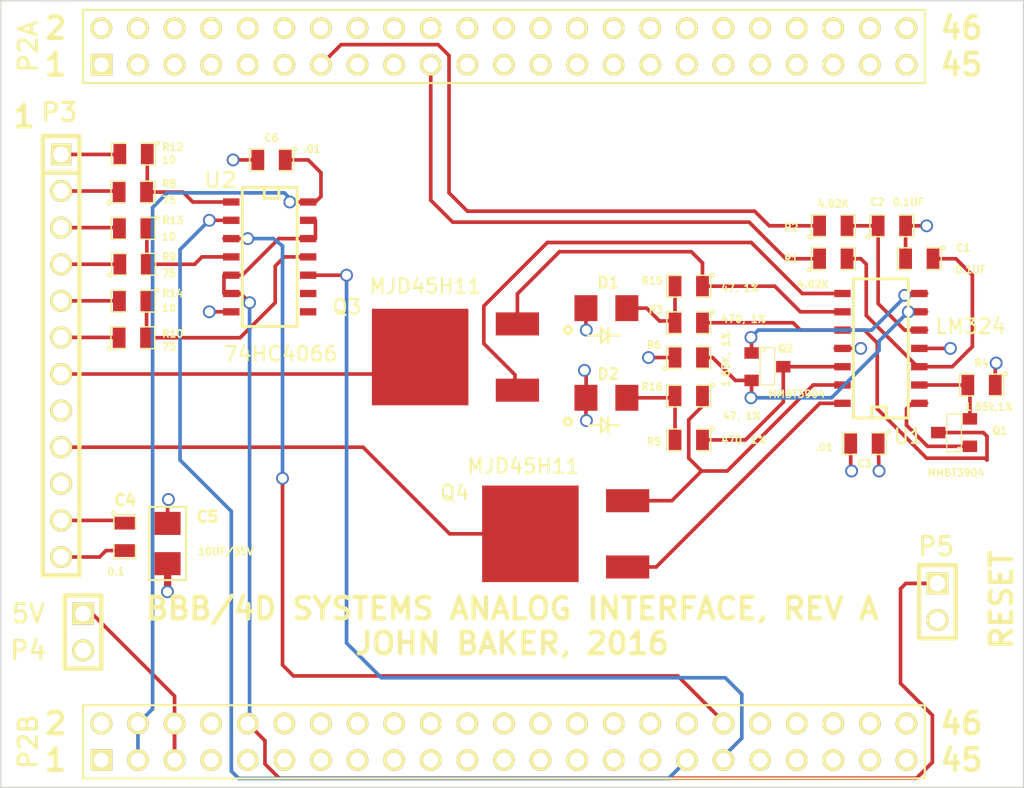
<source format=kicad_pcb>
(kicad_pcb (version 3) (host pcbnew "(2013-07-07 BZR 4022)-stable")

  (general
    (links 85)
    (no_connects 0)
    (area 87.579999 101.549999 160.632857 160.904)
    (thickness 1.6)
    (drawings 21)
    (tracks 264)
    (zones 0)
    (modules 33)
    (nets 33)
  )

  (page A)
  (layers
    (15 F.Cu signal hide)
    (2 Inner2.Cu power hide)
    (1 Inner1.Cu power hide)
    (0 B.Cu signal)
    (16 B.Adhes user hide)
    (17 F.Adhes user hide)
    (18 B.Paste user hide)
    (19 F.Paste user hide)
    (20 B.SilkS user hide)
    (21 F.SilkS user hide)
    (22 B.Mask user hide)
    (23 F.Mask user hide)
    (24 Dwgs.User user hide)
    (25 Cmts.User user hide)
    (26 Eco1.User user hide)
    (27 Eco2.User user hide)
    (28 Edge.Cuts user)
  )

  (setup
    (last_trace_width 0.254)
    (user_trace_width 0.508)
    (trace_clearance 0.254)
    (zone_clearance 0.508)
    (zone_45_only yes)
    (trace_min 0.254)
    (segment_width 0.2)
    (edge_width 0.1)
    (via_size 0.889)
    (via_drill 0.635)
    (via_min_size 0.889)
    (via_min_drill 0.508)
    (uvia_size 0.508)
    (uvia_drill 0.127)
    (uvias_allowed no)
    (uvia_min_size 0.508)
    (uvia_min_drill 0.127)
    (pcb_text_width 0.3)
    (pcb_text_size 1.5 1.5)
    (mod_edge_width 0.15)
    (mod_text_size 1 1)
    (mod_text_width 0.15)
    (pad_size 1.524 1.524)
    (pad_drill 1.09982)
    (pad_to_mask_clearance 0)
    (aux_axis_origin 87.63 156.21)
    (visible_elements 7FFFFFFF)
    (pcbplotparams
      (layerselection 272629760)
      (usegerberextensions true)
      (excludeedgelayer true)
      (linewidth 0.150000)
      (plotframeref false)
      (viasonmask false)
      (mode 1)
      (useauxorigin false)
      (hpglpennumber 1)
      (hpglpenspeed 20)
      (hpglpendiameter 15)
      (hpglpenoverlay 2)
      (psnegative false)
      (psa4output false)
      (plotreference true)
      (plotvalue true)
      (plotothertext true)
      (plotinvisibletext false)
      (padsonsilk false)
      (subtractmaskfromsilk false)
      (outputformat 1)
      (mirror false)
      (drillshape 0)
      (scaleselection 1)
      (outputdirectory C:/Users/John/Documents/KicadFiles/Cape/))
  )

  (net 0 "")
  (net 1 /15VDC)
  (net 2 /EHRPWM2A)
  (net 3 /EHRPWM2B)
  (net 4 /RESET)
  (net 5 AGND)
  (net 6 N-000001)
  (net 7 N-000002)
  (net 8 N-000003)
  (net 9 N-0000034)
  (net 10 N-0000035)
  (net 11 N-0000036)
  (net 12 N-0000037)
  (net 13 N-0000038)
  (net 14 N-0000039)
  (net 15 N-000004)
  (net 16 N-0000040)
  (net 17 N-0000041)
  (net 18 N-0000042)
  (net 19 N-0000043)
  (net 20 N-0000044)
  (net 21 N-0000045)
  (net 22 N-0000046)
  (net 23 N-0000047)
  (net 24 N-0000048)
  (net 25 N-000005)
  (net 26 N-0000052)
  (net 27 N-0000053)
  (net 28 N-0000054)
  (net 29 N-0000056)
  (net 30 N-000006)
  (net 31 N-000007)
  (net 32 N-000008)

  (net_class Default "This is the default net class."
    (clearance 0.254)
    (trace_width 0.254)
    (via_dia 0.889)
    (via_drill 0.635)
    (uvia_dia 0.508)
    (uvia_drill 0.127)
    (add_net "")
    (add_net /15VDC)
    (add_net /EHRPWM2A)
    (add_net /EHRPWM2B)
    (add_net /RESET)
    (add_net AGND)
    (add_net N-000001)
    (add_net N-000002)
    (add_net N-000003)
    (add_net N-0000034)
    (add_net N-0000035)
    (add_net N-0000036)
    (add_net N-0000037)
    (add_net N-0000038)
    (add_net N-0000039)
    (add_net N-000004)
    (add_net N-0000040)
    (add_net N-0000041)
    (add_net N-0000042)
    (add_net N-0000043)
    (add_net N-0000044)
    (add_net N-0000045)
    (add_net N-0000046)
    (add_net N-0000047)
    (add_net N-0000048)
    (add_net N-000005)
    (add_net N-0000052)
    (add_net N-0000053)
    (add_net N-0000054)
    (add_net N-0000056)
    (add_net N-000006)
    (add_net N-000007)
    (add_net N-000008)
  )

  (net_class fat ""
    (clearance 0.254)
    (trace_width 2.54)
    (via_dia 0.889)
    (via_drill 0.635)
    (uvia_dia 0.508)
    (uvia_drill 0.127)
  )

  (module SM0805 (layer F.Cu) (tedit 56B17CE8) (tstamp 567DC3A9)
    (at 155.702 128.27 180)
    (path /5670908C)
    (attr smd)
    (fp_text reference R4 (at 0 1.524 180) (layer F.SilkS)
      (effects (font (size 0.50038 0.50038) (thickness 0.10922)))
    )
    (fp_text value 1.65k,1% (at -0.508 -1.524 180) (layer F.SilkS)
      (effects (font (size 0.50038 0.50038) (thickness 0.10922)))
    )
    (fp_circle (center -1.651 0.762) (end -1.651 0.635) (layer F.SilkS) (width 0.09906))
    (fp_line (start -0.508 0.762) (end -1.524 0.762) (layer F.SilkS) (width 0.09906))
    (fp_line (start -1.524 0.762) (end -1.524 -0.762) (layer F.SilkS) (width 0.09906))
    (fp_line (start -1.524 -0.762) (end -0.508 -0.762) (layer F.SilkS) (width 0.09906))
    (fp_line (start 0.508 -0.762) (end 1.524 -0.762) (layer F.SilkS) (width 0.09906))
    (fp_line (start 1.524 -0.762) (end 1.524 0.762) (layer F.SilkS) (width 0.09906))
    (fp_line (start 1.524 0.762) (end 0.508 0.762) (layer F.SilkS) (width 0.09906))
    (pad 1 smd rect (at -0.9525 0 180) (size 0.889 1.397)
      (layers F.Cu F.Paste F.Mask)
      (net 5 AGND)
    )
    (pad 2 smd rect (at 0.9525 0 180) (size 0.889 1.397)
      (layers F.Cu F.Paste F.Mask)
      (net 9 N-0000034)
    )
    (model smd/chip_cms.wrl
      (at (xyz 0 0 0))
      (scale (xyz 0.1 0.1 0.1))
      (rotate (xyz 0 0 0))
    )
  )

  (module SM0805 (layer F.Cu) (tedit 583616E0) (tstamp 567DC3D0)
    (at 135.382 123.952 180)
    (path /56709085)
    (attr smd)
    (fp_text reference R3 (at 2.286 0.889 180) (layer F.SilkS)
      (effects (font (size 0.50038 0.50038) (thickness 0.10922)))
    )
    (fp_text value "470, 1%" (at -3.81 0.254 180) (layer F.SilkS)
      (effects (font (size 0.50038 0.50038) (thickness 0.10922)))
    )
    (fp_circle (center -1.651 0.762) (end -1.651 0.635) (layer F.SilkS) (width 0.09906))
    (fp_line (start -0.508 0.762) (end -1.524 0.762) (layer F.SilkS) (width 0.09906))
    (fp_line (start -1.524 0.762) (end -1.524 -0.762) (layer F.SilkS) (width 0.09906))
    (fp_line (start -1.524 -0.762) (end -0.508 -0.762) (layer F.SilkS) (width 0.09906))
    (fp_line (start 0.508 -0.762) (end 1.524 -0.762) (layer F.SilkS) (width 0.09906))
    (fp_line (start 1.524 -0.762) (end 1.524 0.762) (layer F.SilkS) (width 0.09906))
    (fp_line (start 1.524 0.762) (end 0.508 0.762) (layer F.SilkS) (width 0.09906))
    (pad 1 smd rect (at -0.9525 0 180) (size 0.889 1.397)
      (layers F.Cu F.Paste F.Mask)
      (net 18 N-0000042)
    )
    (pad 2 smd rect (at 0.9525 0 180) (size 0.889 1.397)
      (layers F.Cu F.Paste F.Mask)
      (net 11 N-0000036)
    )
    (model smd/chip_cms.wrl
      (at (xyz 0 0 0))
      (scale (xyz 0.1 0.1 0.1))
      (rotate (xyz 0 0 0))
    )
  )

  (module SM0805 (layer F.Cu) (tedit 57E6FDC3) (tstamp 567DC3DD)
    (at 135.382 126.365)
    (path /5670905C)
    (attr smd)
    (fp_text reference R6 (at -2.413 -0.889) (layer F.SilkS)
      (effects (font (size 0.50038 0.50038) (thickness 0.10922)))
    )
    (fp_text value "1.65K, 1%" (at 2.578 0.125 90) (layer F.SilkS)
      (effects (font (size 0.50038 0.50038) (thickness 0.10922)))
    )
    (fp_circle (center -1.651 0.762) (end -1.651 0.635) (layer F.SilkS) (width 0.09906))
    (fp_line (start -0.508 0.762) (end -1.524 0.762) (layer F.SilkS) (width 0.09906))
    (fp_line (start -1.524 0.762) (end -1.524 -0.762) (layer F.SilkS) (width 0.09906))
    (fp_line (start -1.524 -0.762) (end -0.508 -0.762) (layer F.SilkS) (width 0.09906))
    (fp_line (start 0.508 -0.762) (end 1.524 -0.762) (layer F.SilkS) (width 0.09906))
    (fp_line (start 1.524 -0.762) (end 1.524 0.762) (layer F.SilkS) (width 0.09906))
    (fp_line (start 1.524 0.762) (end 0.508 0.762) (layer F.SilkS) (width 0.09906))
    (pad 1 smd rect (at -0.9525 0) (size 0.889 1.397)
      (layers F.Cu F.Paste F.Mask)
      (net 5 AGND)
    )
    (pad 2 smd rect (at 0.9525 0) (size 0.889 1.397)
      (layers F.Cu F.Paste F.Mask)
      (net 20 N-0000044)
    )
    (model smd/chip_cms.wrl
      (at (xyz 0 0 0))
      (scale (xyz 0.1 0.1 0.1))
      (rotate (xyz 0 0 0))
    )
  )

  (module SM0805 (layer F.Cu) (tedit 583616F2) (tstamp 567DC3EA)
    (at 135.382 132.08 180)
    (path /56709053)
    (attr smd)
    (fp_text reference R5 (at 2.413 -0.127 180) (layer F.SilkS)
      (effects (font (size 0.50038 0.50038) (thickness 0.10922)))
    )
    (fp_text value "470, 1%" (at -3.81 0 180) (layer F.SilkS)
      (effects (font (size 0.50038 0.50038) (thickness 0.10922)))
    )
    (fp_circle (center -1.651 0.762) (end -1.651 0.635) (layer F.SilkS) (width 0.09906))
    (fp_line (start -0.508 0.762) (end -1.524 0.762) (layer F.SilkS) (width 0.09906))
    (fp_line (start -1.524 0.762) (end -1.524 -0.762) (layer F.SilkS) (width 0.09906))
    (fp_line (start -1.524 -0.762) (end -0.508 -0.762) (layer F.SilkS) (width 0.09906))
    (fp_line (start 0.508 -0.762) (end 1.524 -0.762) (layer F.SilkS) (width 0.09906))
    (fp_line (start 1.524 -0.762) (end 1.524 0.762) (layer F.SilkS) (width 0.09906))
    (fp_line (start 1.524 0.762) (end 0.508 0.762) (layer F.SilkS) (width 0.09906))
    (pad 1 smd rect (at -0.9525 0 180) (size 0.889 1.397)
      (layers F.Cu F.Paste F.Mask)
      (net 16 N-0000040)
    )
    (pad 2 smd rect (at 0.9525 0 180) (size 0.889 1.397)
      (layers F.Cu F.Paste F.Mask)
      (net 13 N-0000038)
    )
    (model smd/chip_cms.wrl
      (at (xyz 0 0 0))
      (scale (xyz 0.1 0.1 0.1))
      (rotate (xyz 0 0 0))
    )
  )

  (module SM0805 (layer F.Cu) (tedit 58361713) (tstamp 567DC3F7)
    (at 145.415 119.507)
    (path /56708E7E)
    (attr smd)
    (fp_text reference R1 (at -2.921 0) (layer F.SilkS)
      (effects (font (size 0.50038 0.50038) (thickness 0.10922)))
    )
    (fp_text value 4.02K (at -1.397 1.778) (layer F.SilkS)
      (effects (font (size 0.50038 0.50038) (thickness 0.10922)))
    )
    (fp_circle (center -1.651 0.762) (end -1.651 0.635) (layer F.SilkS) (width 0.09906))
    (fp_line (start -0.508 0.762) (end -1.524 0.762) (layer F.SilkS) (width 0.09906))
    (fp_line (start -1.524 0.762) (end -1.524 -0.762) (layer F.SilkS) (width 0.09906))
    (fp_line (start -1.524 -0.762) (end -0.508 -0.762) (layer F.SilkS) (width 0.09906))
    (fp_line (start 0.508 -0.762) (end 1.524 -0.762) (layer F.SilkS) (width 0.09906))
    (fp_line (start 1.524 -0.762) (end 1.524 0.762) (layer F.SilkS) (width 0.09906))
    (fp_line (start 1.524 0.762) (end 0.508 0.762) (layer F.SilkS) (width 0.09906))
    (pad 1 smd rect (at -0.9525 0) (size 0.889 1.397)
      (layers F.Cu F.Paste F.Mask)
      (net 2 /EHRPWM2A)
    )
    (pad 2 smd rect (at 0.9525 0) (size 0.889 1.397)
      (layers F.Cu F.Paste F.Mask)
      (net 12 N-0000037)
    )
    (model smd/chip_cms.wrl
      (at (xyz 0 0 0))
      (scale (xyz 0.1 0.1 0.1))
      (rotate (xyz 0 0 0))
    )
  )

  (module SM0805 (layer F.Cu) (tedit 58361722) (tstamp 567DC404)
    (at 145.415 117.221)
    (path /56708E5E)
    (attr smd)
    (fp_text reference R2 (at -2.921 0.127) (layer F.SilkS)
      (effects (font (size 0.50038 0.50038) (thickness 0.10922)))
    )
    (fp_text value 4.02K (at 0 -1.524) (layer F.SilkS)
      (effects (font (size 0.50038 0.50038) (thickness 0.10922)))
    )
    (fp_circle (center -1.651 0.762) (end -1.651 0.635) (layer F.SilkS) (width 0.09906))
    (fp_line (start -0.508 0.762) (end -1.524 0.762) (layer F.SilkS) (width 0.09906))
    (fp_line (start -1.524 0.762) (end -1.524 -0.762) (layer F.SilkS) (width 0.09906))
    (fp_line (start -1.524 -0.762) (end -0.508 -0.762) (layer F.SilkS) (width 0.09906))
    (fp_line (start 0.508 -0.762) (end 1.524 -0.762) (layer F.SilkS) (width 0.09906))
    (fp_line (start 1.524 -0.762) (end 1.524 0.762) (layer F.SilkS) (width 0.09906))
    (fp_line (start 1.524 0.762) (end 0.508 0.762) (layer F.SilkS) (width 0.09906))
    (pad 1 smd rect (at -0.9525 0) (size 0.889 1.397)
      (layers F.Cu F.Paste F.Mask)
      (net 3 /EHRPWM2B)
    )
    (pad 2 smd rect (at 0.9525 0) (size 0.889 1.397)
      (layers F.Cu F.Paste F.Mask)
      (net 10 N-0000035)
    )
    (model smd/chip_cms.wrl
      (at (xyz 0 0 0))
      (scale (xyz 0.1 0.1 0.1))
      (rotate (xyz 0 0 0))
    )
  )

  (module SM0805 (layer F.Cu) (tedit 583616E8) (tstamp 567DC348)
    (at 135.382 129.032 180)
    (path /56709167)
    (attr smd)
    (fp_text reference R16 (at 2.54 0.635 180) (layer F.SilkS)
      (effects (font (size 0.50038 0.50038) (thickness 0.10922)))
    )
    (fp_text value "47, 1%" (at -3.683 -1.397 180) (layer F.SilkS)
      (effects (font (size 0.50038 0.50038) (thickness 0.10922)))
    )
    (fp_circle (center -1.651 0.762) (end -1.651 0.635) (layer F.SilkS) (width 0.09906))
    (fp_line (start -0.508 0.762) (end -1.524 0.762) (layer F.SilkS) (width 0.09906))
    (fp_line (start -1.524 0.762) (end -1.524 -0.762) (layer F.SilkS) (width 0.09906))
    (fp_line (start -1.524 -0.762) (end -0.508 -0.762) (layer F.SilkS) (width 0.09906))
    (fp_line (start 0.508 -0.762) (end 1.524 -0.762) (layer F.SilkS) (width 0.09906))
    (fp_line (start 1.524 -0.762) (end 1.524 0.762) (layer F.SilkS) (width 0.09906))
    (fp_line (start 1.524 0.762) (end 0.508 0.762) (layer F.SilkS) (width 0.09906))
    (pad 1 smd rect (at -0.9525 0 180) (size 0.889 1.397)
      (layers F.Cu F.Paste F.Mask)
      (net 14 N-0000039)
    )
    (pad 2 smd rect (at 0.9525 0 180) (size 0.889 1.397)
      (layers F.Cu F.Paste F.Mask)
      (net 13 N-0000038)
    )
    (model smd/chip_cms.wrl
      (at (xyz 0 0 0))
      (scale (xyz 0.1 0.1 0.1))
      (rotate (xyz 0 0 0))
    )
  )

  (module SM0805 (layer F.Cu) (tedit 583616A7) (tstamp 567DC354)
    (at 96.82 122.45 180)
    (path /5670D88F)
    (attr smd)
    (fp_text reference R14 (at -2.748 0.53 180) (layer F.SilkS)
      (effects (font (size 0.50038 0.50038) (thickness 0.10922)))
    )
    (fp_text value 10 (at -2.494 -0.486 180) (layer F.SilkS)
      (effects (font (size 0.50038 0.50038) (thickness 0.10922)))
    )
    (fp_circle (center -1.651 0.762) (end -1.651 0.635) (layer F.SilkS) (width 0.09906))
    (fp_line (start -0.508 0.762) (end -1.524 0.762) (layer F.SilkS) (width 0.09906))
    (fp_line (start -1.524 0.762) (end -1.524 -0.762) (layer F.SilkS) (width 0.09906))
    (fp_line (start -1.524 -0.762) (end -0.508 -0.762) (layer F.SilkS) (width 0.09906))
    (fp_line (start 0.508 -0.762) (end 1.524 -0.762) (layer F.SilkS) (width 0.09906))
    (fp_line (start 1.524 -0.762) (end 1.524 0.762) (layer F.SilkS) (width 0.09906))
    (fp_line (start 1.524 0.762) (end 0.508 0.762) (layer F.SilkS) (width 0.09906))
    (pad 1 smd rect (at -0.9525 0 180) (size 0.889 1.397)
      (layers F.Cu F.Paste F.Mask)
      (net 21 N-0000045)
    )
    (pad 2 smd rect (at 0.9525 0 180) (size 0.889 1.397)
      (layers F.Cu F.Paste F.Mask)
      (net 6 N-000001)
    )
    (model smd/chip_cms.wrl
      (at (xyz 0 0 0))
      (scale (xyz 0.1 0.1 0.1))
      (rotate (xyz 0 0 0))
    )
  )

  (module SM0805 (layer F.Cu) (tedit 58361699) (tstamp 567DC360)
    (at 96.85 119.89)
    (path /5670D889)
    (attr smd)
    (fp_text reference R9 (at 2.464 -0.51) (layer F.SilkS)
      (effects (font (size 0.50038 0.50038) (thickness 0.10922)))
    )
    (fp_text value 75 (at 2.464 0.633) (layer F.SilkS)
      (effects (font (size 0.50038 0.50038) (thickness 0.10922)))
    )
    (fp_circle (center -1.651 0.762) (end -1.651 0.635) (layer F.SilkS) (width 0.09906))
    (fp_line (start -0.508 0.762) (end -1.524 0.762) (layer F.SilkS) (width 0.09906))
    (fp_line (start -1.524 0.762) (end -1.524 -0.762) (layer F.SilkS) (width 0.09906))
    (fp_line (start -1.524 -0.762) (end -0.508 -0.762) (layer F.SilkS) (width 0.09906))
    (fp_line (start 0.508 -0.762) (end 1.524 -0.762) (layer F.SilkS) (width 0.09906))
    (fp_line (start 1.524 -0.762) (end 1.524 0.762) (layer F.SilkS) (width 0.09906))
    (fp_line (start 1.524 0.762) (end 0.508 0.762) (layer F.SilkS) (width 0.09906))
    (pad 1 smd rect (at -0.9525 0) (size 0.889 1.397)
      (layers F.Cu F.Paste F.Mask)
      (net 5 AGND)
    )
    (pad 2 smd rect (at 0.9525 0) (size 0.889 1.397)
      (layers F.Cu F.Paste F.Mask)
      (net 23 N-0000047)
    )
    (model smd/chip_cms.wrl
      (at (xyz 0 0 0))
      (scale (xyz 0.1 0.1 0.1))
      (rotate (xyz 0 0 0))
    )
  )

  (module SM0805 (layer F.Cu) (tedit 5836168D) (tstamp 567DC36C)
    (at 96.82 117.4 180)
    (path /5670D883)
    (attr smd)
    (fp_text reference R13 (at -2.748 0.56 180) (layer F.SilkS)
      (effects (font (size 0.50038 0.50038) (thickness 0.10922)))
    )
    (fp_text value 10 (at -2.494 -0.583 180) (layer F.SilkS)
      (effects (font (size 0.50038 0.50038) (thickness 0.10922)))
    )
    (fp_circle (center -1.651 0.762) (end -1.651 0.635) (layer F.SilkS) (width 0.09906))
    (fp_line (start -0.508 0.762) (end -1.524 0.762) (layer F.SilkS) (width 0.09906))
    (fp_line (start -1.524 0.762) (end -1.524 -0.762) (layer F.SilkS) (width 0.09906))
    (fp_line (start -1.524 -0.762) (end -0.508 -0.762) (layer F.SilkS) (width 0.09906))
    (fp_line (start 0.508 -0.762) (end 1.524 -0.762) (layer F.SilkS) (width 0.09906))
    (fp_line (start 1.524 -0.762) (end 1.524 0.762) (layer F.SilkS) (width 0.09906))
    (fp_line (start 1.524 0.762) (end 0.508 0.762) (layer F.SilkS) (width 0.09906))
    (pad 1 smd rect (at -0.9525 0 180) (size 0.889 1.397)
      (layers F.Cu F.Paste F.Mask)
      (net 23 N-0000047)
    )
    (pad 2 smd rect (at 0.9525 0 180) (size 0.889 1.397)
      (layers F.Cu F.Paste F.Mask)
      (net 8 N-000003)
    )
    (model smd/chip_cms.wrl
      (at (xyz 0 0 0))
      (scale (xyz 0.1 0.1 0.1))
      (rotate (xyz 0 0 0))
    )
  )

  (module SM0805 (layer F.Cu) (tedit 58361688) (tstamp 567DC378)
    (at 96.8 114.88)
    (path /5670D87D)
    (attr smd)
    (fp_text reference R8 (at 2.514 -0.58) (layer F.SilkS)
      (effects (font (size 0.50038 0.50038) (thickness 0.10922)))
    )
    (fp_text value 75 (at 2.514 0.563) (layer F.SilkS)
      (effects (font (size 0.50038 0.50038) (thickness 0.10922)))
    )
    (fp_circle (center -1.651 0.762) (end -1.651 0.635) (layer F.SilkS) (width 0.09906))
    (fp_line (start -0.508 0.762) (end -1.524 0.762) (layer F.SilkS) (width 0.09906))
    (fp_line (start -1.524 0.762) (end -1.524 -0.762) (layer F.SilkS) (width 0.09906))
    (fp_line (start -1.524 -0.762) (end -0.508 -0.762) (layer F.SilkS) (width 0.09906))
    (fp_line (start 0.508 -0.762) (end 1.524 -0.762) (layer F.SilkS) (width 0.09906))
    (fp_line (start 1.524 -0.762) (end 1.524 0.762) (layer F.SilkS) (width 0.09906))
    (fp_line (start 1.524 0.762) (end 0.508 0.762) (layer F.SilkS) (width 0.09906))
    (pad 1 smd rect (at -0.9525 0) (size 0.889 1.397)
      (layers F.Cu F.Paste F.Mask)
      (net 5 AGND)
    )
    (pad 2 smd rect (at 0.9525 0) (size 0.889 1.397)
      (layers F.Cu F.Paste F.Mask)
      (net 22 N-0000046)
    )
    (model smd/chip_cms.wrl
      (at (xyz 0 0 0))
      (scale (xyz 0.1 0.1 0.1))
      (rotate (xyz 0 0 0))
    )
  )

  (module SM0805 (layer F.Cu) (tedit 58361682) (tstamp 567DC384)
    (at 96.85 112.24 180)
    (path /5670D877)
    (attr smd)
    (fp_text reference R12 (at -2.718 0.48 180) (layer F.SilkS)
      (effects (font (size 0.50038 0.50038) (thickness 0.10922)))
    )
    (fp_text value 10 (at -2.464 -0.409 180) (layer F.SilkS)
      (effects (font (size 0.50038 0.50038) (thickness 0.10922)))
    )
    (fp_circle (center -1.651 0.762) (end -1.651 0.635) (layer F.SilkS) (width 0.09906))
    (fp_line (start -0.508 0.762) (end -1.524 0.762) (layer F.SilkS) (width 0.09906))
    (fp_line (start -1.524 0.762) (end -1.524 -0.762) (layer F.SilkS) (width 0.09906))
    (fp_line (start -1.524 -0.762) (end -0.508 -0.762) (layer F.SilkS) (width 0.09906))
    (fp_line (start 0.508 -0.762) (end 1.524 -0.762) (layer F.SilkS) (width 0.09906))
    (fp_line (start 1.524 -0.762) (end 1.524 0.762) (layer F.SilkS) (width 0.09906))
    (fp_line (start 1.524 0.762) (end 0.508 0.762) (layer F.SilkS) (width 0.09906))
    (pad 1 smd rect (at -0.9525 0 180) (size 0.889 1.397)
      (layers F.Cu F.Paste F.Mask)
      (net 22 N-0000046)
    )
    (pad 2 smd rect (at 0.9525 0 180) (size 0.889 1.397)
      (layers F.Cu F.Paste F.Mask)
      (net 25 N-000005)
    )
    (model smd/chip_cms.wrl
      (at (xyz 0 0 0))
      (scale (xyz 0.1 0.1 0.1))
      (rotate (xyz 0 0 0))
    )
  )

  (module SM0805 (layer F.Cu) (tedit 583616AD) (tstamp 567DC390)
    (at 96.8 124.99)
    (path /5670D895)
    (attr smd)
    (fp_text reference R10 (at 2.768 -0.276) (layer F.SilkS)
      (effects (font (size 0.50038 0.50038) (thickness 0.10922)))
    )
    (fp_text value 75 (at 2.514 0.613) (layer F.SilkS)
      (effects (font (size 0.50038 0.50038) (thickness 0.10922)))
    )
    (fp_circle (center -1.651 0.762) (end -1.651 0.635) (layer F.SilkS) (width 0.09906))
    (fp_line (start -0.508 0.762) (end -1.524 0.762) (layer F.SilkS) (width 0.09906))
    (fp_line (start -1.524 0.762) (end -1.524 -0.762) (layer F.SilkS) (width 0.09906))
    (fp_line (start -1.524 -0.762) (end -0.508 -0.762) (layer F.SilkS) (width 0.09906))
    (fp_line (start 0.508 -0.762) (end 1.524 -0.762) (layer F.SilkS) (width 0.09906))
    (fp_line (start 1.524 -0.762) (end 1.524 0.762) (layer F.SilkS) (width 0.09906))
    (fp_line (start 1.524 0.762) (end 0.508 0.762) (layer F.SilkS) (width 0.09906))
    (pad 1 smd rect (at -0.9525 0) (size 0.889 1.397)
      (layers F.Cu F.Paste F.Mask)
      (net 5 AGND)
    )
    (pad 2 smd rect (at 0.9525 0) (size 0.889 1.397)
      (layers F.Cu F.Paste F.Mask)
      (net 21 N-0000045)
    )
    (model smd/chip_cms.wrl
      (at (xyz 0 0 0))
      (scale (xyz 0.1 0.1 0.1))
      (rotate (xyz 0 0 0))
    )
  )

  (module SM0805 (layer F.Cu) (tedit 583616DD) (tstamp 567DC39C)
    (at 135.382 121.412 180)
    (path /5670916D)
    (attr smd)
    (fp_text reference R15 (at 2.54 0.381 180) (layer F.SilkS)
      (effects (font (size 0.50038 0.50038) (thickness 0.10922)))
    )
    (fp_text value "47, 1%" (at -3.556 -0.127 180) (layer F.SilkS)
      (effects (font (size 0.50038 0.50038) (thickness 0.10922)))
    )
    (fp_circle (center -1.651 0.762) (end -1.651 0.635) (layer F.SilkS) (width 0.09906))
    (fp_line (start -0.508 0.762) (end -1.524 0.762) (layer F.SilkS) (width 0.09906))
    (fp_line (start -1.524 0.762) (end -1.524 -0.762) (layer F.SilkS) (width 0.09906))
    (fp_line (start -1.524 -0.762) (end -0.508 -0.762) (layer F.SilkS) (width 0.09906))
    (fp_line (start 0.508 -0.762) (end 1.524 -0.762) (layer F.SilkS) (width 0.09906))
    (fp_line (start 1.524 -0.762) (end 1.524 0.762) (layer F.SilkS) (width 0.09906))
    (fp_line (start 1.524 0.762) (end 0.508 0.762) (layer F.SilkS) (width 0.09906))
    (pad 1 smd rect (at -0.9525 0 180) (size 0.889 1.397)
      (layers F.Cu F.Paste F.Mask)
      (net 17 N-0000041)
    )
    (pad 2 smd rect (at 0.9525 0 180) (size 0.889 1.397)
      (layers F.Cu F.Paste F.Mask)
      (net 11 N-0000036)
    )
    (model smd/chip_cms.wrl
      (at (xyz 0 0 0))
      (scale (xyz 0.1 0.1 0.1))
      (rotate (xyz 0 0 0))
    )
  )

  (module SOT23 (layer F.Cu) (tedit 583616FE) (tstamp 56821007)
    (at 140.843 127 270)
    (tags SOT23)
    (path /5681D50A)
    (fp_text reference Q2 (at -1.27 -1.27 360) (layer F.SilkS)
      (effects (font (size 0.508 0.508) (thickness 0.10922)))
    )
    (fp_text value MMBT3904 (at 1.905 -2.032 360) (layer F.SilkS)
      (effects (font (size 0.50038 0.50038) (thickness 0.09906)))
    )
    (fp_circle (center -1.17602 0.35052) (end -1.30048 0.44958) (layer F.SilkS) (width 0.07874))
    (fp_line (start 1.27 -0.508) (end 1.27 0.508) (layer F.SilkS) (width 0.07874))
    (fp_line (start -1.3335 -0.508) (end -1.3335 0.508) (layer F.SilkS) (width 0.07874))
    (fp_line (start 1.27 0.508) (end -1.3335 0.508) (layer F.SilkS) (width 0.07874))
    (fp_line (start -1.3335 -0.508) (end 1.27 -0.508) (layer F.SilkS) (width 0.07874))
    (pad 3 smd rect (at 0 -1.09982 270) (size 0.8001 1.00076)
      (layers F.Cu F.Paste F.Mask)
      (net 16 N-0000040)
    )
    (pad 2 smd rect (at 0.9525 1.09982 270) (size 0.8001 1.00076)
      (layers F.Cu F.Paste F.Mask)
      (net 20 N-0000044)
    )
    (pad 1 smd rect (at -0.9525 1.09982 270) (size 0.8001 1.00076)
      (layers F.Cu F.Paste F.Mask)
      (net 19 N-0000043)
    )
    (model smd\SOT23_3.wrl
      (at (xyz 0 0 0))
      (scale (xyz 0.4 0.4 0.4))
      (rotate (xyz 0 0 180))
    )
  )

  (module SOT23 (layer F.Cu) (tedit 56B17676) (tstamp 56821013)
    (at 153.797 131.572 90)
    (tags SOT23)
    (path /5681D54E)
    (fp_text reference Q1 (at 0.127 3.175 180) (layer F.SilkS)
      (effects (font (size 0.508 0.508) (thickness 0.10922)))
    )
    (fp_text value MMBT3904 (at -2.794 0.127 180) (layer F.SilkS)
      (effects (font (size 0.50038 0.50038) (thickness 0.09906)))
    )
    (fp_circle (center -1.17602 0.35052) (end -1.30048 0.44958) (layer F.SilkS) (width 0.07874))
    (fp_line (start 1.27 -0.508) (end 1.27 0.508) (layer F.SilkS) (width 0.07874))
    (fp_line (start -1.3335 -0.508) (end -1.3335 0.508) (layer F.SilkS) (width 0.07874))
    (fp_line (start 1.27 0.508) (end -1.3335 0.508) (layer F.SilkS) (width 0.07874))
    (fp_line (start -1.3335 -0.508) (end 1.27 -0.508) (layer F.SilkS) (width 0.07874))
    (pad 3 smd rect (at 0 -1.09982 90) (size 0.8001 1.00076)
      (layers F.Cu F.Paste F.Mask)
      (net 18 N-0000042)
    )
    (pad 2 smd rect (at 0.9525 1.09982 90) (size 0.8001 1.00076)
      (layers F.Cu F.Paste F.Mask)
      (net 9 N-0000034)
    )
    (pad 1 smd rect (at -0.9525 1.09982 90) (size 0.8001 1.00076)
      (layers F.Cu F.Paste F.Mask)
      (net 27 N-0000053)
    )
    (model smd\SOT23_3.wrl
      (at (xyz 0 0 0))
      (scale (xyz 0.4 0.4 0.4))
      (rotate (xyz 0 0 180))
    )
  )

  (module SM0805 (layer F.Cu) (tedit 583616CB) (tstamp 568F3EEB)
    (at 96.24 138.81 270)
    (path /568F399F)
    (attr smd)
    (fp_text reference C4 (at -2.539 -0.026 360) (layer F.SilkS)
      (effects (font (size 0.762 0.762) (thickness 0.1905)))
    )
    (fp_text value 0.1 (at 2.414 0.609 360) (layer F.SilkS)
      (effects (font (size 0.50038 0.50038) (thickness 0.10922)))
    )
    (fp_circle (center -1.651 0.762) (end -1.651 0.635) (layer F.SilkS) (width 0.09906))
    (fp_line (start -0.508 0.762) (end -1.524 0.762) (layer F.SilkS) (width 0.09906))
    (fp_line (start -1.524 0.762) (end -1.524 -0.762) (layer F.SilkS) (width 0.09906))
    (fp_line (start -1.524 -0.762) (end -0.508 -0.762) (layer F.SilkS) (width 0.09906))
    (fp_line (start 0.508 -0.762) (end 1.524 -0.762) (layer F.SilkS) (width 0.09906))
    (fp_line (start 1.524 -0.762) (end 1.524 0.762) (layer F.SilkS) (width 0.09906))
    (fp_line (start 1.524 0.762) (end 0.508 0.762) (layer F.SilkS) (width 0.09906))
    (pad 1 smd rect (at -0.9525 0 270) (size 0.889 1.397)
      (layers F.Cu F.Paste F.Mask)
      (net 1 /15VDC)
    )
    (pad 2 smd rect (at 0.9525 0 270) (size 0.889 1.397)
      (layers F.Cu F.Paste F.Mask)
      (net 5 AGND)
    )
    (model smd/chip_cms.wrl
      (at (xyz 0 0 0))
      (scale (xyz 0.1 0.1 0.1))
      (rotate (xyz 0 0 0))
    )
  )

  (module MJD45H11 (layer F.Cu) (tedit 57E6FC68) (tstamp 567DC313)
    (at 127.84 138.6 90)
    (descr SOT428)
    (path /56AABADF)
    (attr smd)
    (fp_text reference Q4 (at 2.85 -8.71 180) (layer F.SilkS)
      (effects (font (size 1.00076 1.00076) (thickness 0.1524)))
    )
    (fp_text value MJD45H11 (at 4.699 -3.937 180) (layer F.SilkS)
      (effects (font (size 1.00076 1.00076) (thickness 0.1524)))
    )
    (pad 1 smd rect (at -2.3 3.3 90) (size 1.6 3)
      (layers F.Cu F.Paste F.Mask)
      (net 29 N-0000056)
    )
    (pad 3 smd rect (at 2.3 3.3 90) (size 1.6 3)
      (layers F.Cu F.Paste F.Mask)
      (net 14 N-0000039)
    )
    (pad 2 smd rect (at 0 -3.44932 90) (size 6.7 6.7)
      (layers F.Cu F.Paste F.Mask)
      (net 15 N-000004)
    )
    (model smd/smd_transistors/sot428.wrl
      (at (xyz 0 0 0))
      (scale (xyz 1 1 1))
      (rotate (xyz 0 0 0))
    )
  )

  (module MJD45H11 (layer F.Cu) (tedit 583616D0) (tstamp 567DC323)
    (at 120.19 126.33 90)
    (descr SOT428)
    (path /56AABAD0)
    (attr smd)
    (fp_text reference Q3 (at 3.47 -8.53 180) (layer F.SilkS)
      (effects (font (size 1.00076 1.00076) (thickness 0.1524)))
    )
    (fp_text value MJD45H11 (at 4.918 -3.096 180) (layer F.SilkS)
      (effects (font (size 1.00076 1.00076) (thickness 0.1524)))
    )
    (pad 1 smd rect (at -2.3 3.3 90) (size 1.6 3)
      (layers F.Cu F.Paste F.Mask)
      (net 28 N-0000054)
    )
    (pad 3 smd rect (at 2.3 3.3 90) (size 1.6 3)
      (layers F.Cu F.Paste F.Mask)
      (net 17 N-0000041)
    )
    (pad 2 smd rect (at 0 -3.44932 90) (size 6.7 6.7)
      (layers F.Cu F.Paste F.Mask)
      (net 7 N-000002)
    )
    (model smd/smd_transistors/sot428.wrl
      (at (xyz 0 0 0))
      (scale (xyz 1 1 1))
      (rotate (xyz 0 0 0))
    )
  )

  (module SM0805 (layer F.Cu) (tedit 58361719) (tstamp 567DC3C3)
    (at 151.384 119.507 180)
    (path /5670C3DA)
    (attr smd)
    (fp_text reference C1 (at -3.048 0.762 180) (layer F.SilkS)
      (effects (font (size 0.50038 0.50038) (thickness 0.10922)))
    )
    (fp_text value 0.1UF (at -3.556 -0.762 180) (layer F.SilkS)
      (effects (font (size 0.50038 0.50038) (thickness 0.10922)))
    )
    (fp_circle (center -1.651 0.762) (end -1.651 0.635) (layer F.SilkS) (width 0.09906))
    (fp_line (start -0.508 0.762) (end -1.524 0.762) (layer F.SilkS) (width 0.09906))
    (fp_line (start -1.524 0.762) (end -1.524 -0.762) (layer F.SilkS) (width 0.09906))
    (fp_line (start -1.524 -0.762) (end -0.508 -0.762) (layer F.SilkS) (width 0.09906))
    (fp_line (start 0.508 -0.762) (end 1.524 -0.762) (layer F.SilkS) (width 0.09906))
    (fp_line (start 1.524 -0.762) (end 1.524 0.762) (layer F.SilkS) (width 0.09906))
    (fp_line (start 1.524 0.762) (end 0.508 0.762) (layer F.SilkS) (width 0.09906))
    (pad 1 smd rect (at -0.9525 0 180) (size 0.889 1.397)
      (layers F.Cu F.Paste F.Mask)
      (net 12 N-0000037)
    )
    (pad 2 smd rect (at 0.9525 0 180) (size 0.889 1.397)
      (layers F.Cu F.Paste F.Mask)
      (net 5 AGND)
    )
    (model smd/chip_cms.wrl
      (at (xyz 0 0 0))
      (scale (xyz 0.1 0.1 0.1))
      (rotate (xyz 0 0 0))
    )
  )

  (module SM0805 (layer F.Cu) (tedit 58361705) (tstamp 568214E4)
    (at 147.574 132.334 180)
    (path /5681F648)
    (attr smd)
    (fp_text reference C3 (at 0 -1.397 180) (layer F.SilkS)
      (effects (font (size 0.50038 0.50038) (thickness 0.10922)))
    )
    (fp_text value .01 (at 2.794 -0.254 180) (layer F.SilkS)
      (effects (font (size 0.50038 0.50038) (thickness 0.10922)))
    )
    (fp_circle (center -1.651 0.762) (end -1.651 0.635) (layer F.SilkS) (width 0.09906))
    (fp_line (start -0.508 0.762) (end -1.524 0.762) (layer F.SilkS) (width 0.09906))
    (fp_line (start -1.524 0.762) (end -1.524 -0.762) (layer F.SilkS) (width 0.09906))
    (fp_line (start -1.524 -0.762) (end -0.508 -0.762) (layer F.SilkS) (width 0.09906))
    (fp_line (start 0.508 -0.762) (end 1.524 -0.762) (layer F.SilkS) (width 0.09906))
    (fp_line (start 1.524 -0.762) (end 1.524 0.762) (layer F.SilkS) (width 0.09906))
    (fp_line (start 1.524 0.762) (end 0.508 0.762) (layer F.SilkS) (width 0.09906))
    (pad 1 smd rect (at -0.9525 0 180) (size 0.889 1.397)
      (layers F.Cu F.Paste F.Mask)
      (net 1 /15VDC)
    )
    (pad 2 smd rect (at 0.9525 0 180) (size 0.889 1.397)
      (layers F.Cu F.Paste F.Mask)
      (net 5 AGND)
    )
    (model smd/chip_cms.wrl
      (at (xyz 0 0 0))
      (scale (xyz 0.1 0.1 0.1))
      (rotate (xyz 0 0 0))
    )
  )

  (module SM0805 (layer F.Cu) (tedit 5836171F) (tstamp 567DC3B6)
    (at 149.479 117.221)
    (path /5670B145)
    (attr smd)
    (fp_text reference C2 (at -1.016 -1.651) (layer F.SilkS)
      (effects (font (size 0.50038 0.50038) (thickness 0.10922)))
    )
    (fp_text value 0.1UF (at 1.143 -1.651) (layer F.SilkS)
      (effects (font (size 0.50038 0.50038) (thickness 0.10922)))
    )
    (fp_circle (center -1.651 0.762) (end -1.651 0.635) (layer F.SilkS) (width 0.09906))
    (fp_line (start -0.508 0.762) (end -1.524 0.762) (layer F.SilkS) (width 0.09906))
    (fp_line (start -1.524 0.762) (end -1.524 -0.762) (layer F.SilkS) (width 0.09906))
    (fp_line (start -1.524 -0.762) (end -0.508 -0.762) (layer F.SilkS) (width 0.09906))
    (fp_line (start 0.508 -0.762) (end 1.524 -0.762) (layer F.SilkS) (width 0.09906))
    (fp_line (start 1.524 -0.762) (end 1.524 0.762) (layer F.SilkS) (width 0.09906))
    (fp_line (start 1.524 0.762) (end 0.508 0.762) (layer F.SilkS) (width 0.09906))
    (pad 1 smd rect (at -0.9525 0) (size 0.889 1.397)
      (layers F.Cu F.Paste F.Mask)
      (net 10 N-0000035)
    )
    (pad 2 smd rect (at 0.9525 0) (size 0.889 1.397)
      (layers F.Cu F.Paste F.Mask)
      (net 5 AGND)
    )
    (model smd/chip_cms.wrl
      (at (xyz 0 0 0))
      (scale (xyz 0.1 0.1 0.1))
      (rotate (xyz 0 0 0))
    )
  )

  (module SM0805 (layer F.Cu) (tedit 58361679) (tstamp 56B0F561)
    (at 106.426 112.649 180)
    (path /56B0EEC7)
    (attr smd)
    (fp_text reference C6 (at 0 1.524 180) (layer F.SilkS)
      (effects (font (size 0.50038 0.50038) (thickness 0.10922)))
    )
    (fp_text value .01 (at -2.794 0.762 180) (layer F.SilkS)
      (effects (font (size 0.50038 0.50038) (thickness 0.10922)))
    )
    (fp_circle (center -1.651 0.762) (end -1.651 0.635) (layer F.SilkS) (width 0.09906))
    (fp_line (start -0.508 0.762) (end -1.524 0.762) (layer F.SilkS) (width 0.09906))
    (fp_line (start -1.524 0.762) (end -1.524 -0.762) (layer F.SilkS) (width 0.09906))
    (fp_line (start -1.524 -0.762) (end -0.508 -0.762) (layer F.SilkS) (width 0.09906))
    (fp_line (start 0.508 -0.762) (end 1.524 -0.762) (layer F.SilkS) (width 0.09906))
    (fp_line (start 1.524 -0.762) (end 1.524 0.762) (layer F.SilkS) (width 0.09906))
    (fp_line (start 1.524 0.762) (end 0.508 0.762) (layer F.SilkS) (width 0.09906))
    (pad 1 smd rect (at -0.9525 0 180) (size 0.889 1.397)
      (layers F.Cu F.Paste F.Mask)
      (net 24 N-0000048)
    )
    (pad 2 smd rect (at 0.9525 0 180) (size 0.889 1.397)
      (layers F.Cu F.Paste F.Mask)
      (net 5 AGND)
    )
    (model smd/chip_cms.wrl
      (at (xyz 0 0 0))
      (scale (xyz 0.1 0.1 0.1))
      (rotate (xyz 0 0 0))
    )
  )

  (module SO14E (layer F.Cu) (tedit 56B1770D) (tstamp 567DC33C)
    (at 148.59 125.73 90)
    (descr "module CMS SOJ 14 pins etroit")
    (tags "CMS SOJ")
    (path /566F98B8)
    (attr smd)
    (fp_text reference U1 (at -6.096 2.032 180) (layer F.SilkS)
      (effects (font (size 1.016 1.016) (thickness 0.1524)))
    )
    (fp_text value LM324 (at 1.524 6.35 180) (layer F.SilkS)
      (effects (font (size 1.016 1.016) (thickness 0.1524)))
    )
    (fp_line (start -4.826 -1.778) (end 4.826 -1.778) (layer F.SilkS) (width 0.2032))
    (fp_line (start 4.826 -1.778) (end 4.826 2.032) (layer F.SilkS) (width 0.2032))
    (fp_line (start 4.826 2.032) (end -4.826 2.032) (layer F.SilkS) (width 0.2032))
    (fp_line (start -4.826 2.032) (end -4.826 -1.778) (layer F.SilkS) (width 0.2032))
    (fp_line (start -4.826 -0.508) (end -4.064 -0.508) (layer F.SilkS) (width 0.2032))
    (fp_line (start -4.064 -0.508) (end -4.064 0.508) (layer F.SilkS) (width 0.2032))
    (fp_line (start -4.064 0.508) (end -4.826 0.508) (layer F.SilkS) (width 0.2032))
    (pad 1 smd rect (at -3.81 2.794 90) (size 0.508 1.143)
      (layers F.Cu F.Paste F.Mask)
      (net 27 N-0000053)
    )
    (pad 2 smd rect (at -2.54 2.794 90) (size 0.508 1.143)
      (layers F.Cu F.Paste F.Mask)
      (net 9 N-0000034)
    )
    (pad 3 smd rect (at -1.27 2.794 90) (size 0.508 1.143)
      (layers F.Cu F.Paste F.Mask)
      (net 12 N-0000037)
    )
    (pad 4 smd rect (at 0 2.794 90) (size 0.508 1.143)
      (layers F.Cu F.Paste F.Mask)
      (net 1 /15VDC)
    )
    (pad 5 smd rect (at 1.27 2.794 90) (size 0.508 1.143)
      (layers F.Cu F.Paste F.Mask)
      (net 10 N-0000035)
    )
    (pad 6 smd rect (at 2.54 2.794 90) (size 0.508 1.143)
      (layers F.Cu F.Paste F.Mask)
      (net 20 N-0000044)
    )
    (pad 7 smd rect (at 3.81 2.794 90) (size 0.508 1.143)
      (layers F.Cu F.Paste F.Mask)
      (net 19 N-0000043)
    )
    (pad 8 smd rect (at 3.81 -2.54 90) (size 0.508 1.143)
      (layers F.Cu F.Paste F.Mask)
      (net 28 N-0000054)
    )
    (pad 9 smd rect (at 2.54 -2.54 90) (size 0.508 1.143)
      (layers F.Cu F.Paste F.Mask)
      (net 17 N-0000041)
    )
    (pad 10 smd rect (at 1.27 -2.54 90) (size 0.508 1.143)
      (layers F.Cu F.Paste F.Mask)
      (net 18 N-0000042)
    )
    (pad 11 smd rect (at 0 -2.54 90) (size 0.508 1.143)
      (layers F.Cu F.Paste F.Mask)
      (net 5 AGND)
    )
    (pad 12 smd rect (at -1.27 -2.54 90) (size 0.508 1.143)
      (layers F.Cu F.Paste F.Mask)
      (net 16 N-0000040)
    )
    (pad 13 smd rect (at -2.54 -2.54 90) (size 0.508 1.143)
      (layers F.Cu F.Paste F.Mask)
      (net 14 N-0000039)
    )
    (pad 14 smd rect (at -3.81 -2.54 90) (size 0.508 1.143)
      (layers F.Cu F.Paste F.Mask)
      (net 29 N-0000056)
    )
    (model smd/cms_so14.wrl
      (at (xyz 0 0 0))
      (scale (xyz 0.5 0.3 0.5))
      (rotate (xyz 0 0 0))
    )
  )

  (module SO14E (layer F.Cu) (tedit 58361672) (tstamp 56B01B72)
    (at 106.426 119.38 270)
    (descr "module CMS SOJ 14 pins etroit")
    (tags "CMS SOJ")
    (path /56B008A5)
    (attr smd)
    (fp_text reference U2 (at -5.334 3.556 360) (layer F.SilkS)
      (effects (font (size 1.016 1.143) (thickness 0.1524)))
    )
    (fp_text value 74HC4066 (at 6.731 -0.635 360) (layer F.SilkS)
      (effects (font (size 1.016 1.016) (thickness 0.1524)))
    )
    (fp_line (start -4.826 -1.778) (end 4.826 -1.778) (layer F.SilkS) (width 0.2032))
    (fp_line (start 4.826 -1.778) (end 4.826 2.032) (layer F.SilkS) (width 0.2032))
    (fp_line (start 4.826 2.032) (end -4.826 2.032) (layer F.SilkS) (width 0.2032))
    (fp_line (start -4.826 2.032) (end -4.826 -1.778) (layer F.SilkS) (width 0.2032))
    (fp_line (start -4.826 -0.508) (end -4.064 -0.508) (layer F.SilkS) (width 0.2032))
    (fp_line (start -4.064 -0.508) (end -4.064 0.508) (layer F.SilkS) (width 0.2032))
    (fp_line (start -4.064 0.508) (end -4.826 0.508) (layer F.SilkS) (width 0.2032))
    (pad 1 smd rect (at -3.81 2.794 270) (size 0.508 1.143)
      (layers F.Cu F.Paste F.Mask)
      (net 22 N-0000046)
    )
    (pad 2 smd rect (at -2.54 2.794 270) (size 0.508 1.143)
      (layers F.Cu F.Paste F.Mask)
      (net 30 N-000006)
    )
    (pad 3 smd rect (at -1.27 2.794 270) (size 0.508 1.143)
      (layers F.Cu F.Paste F.Mask)
      (net 32 N-000008)
    )
    (pad 4 smd rect (at 0 2.794 270) (size 0.508 1.143)
      (layers F.Cu F.Paste F.Mask)
      (net 23 N-0000047)
    )
    (pad 5 smd rect (at 1.27 2.794 270) (size 0.508 1.143)
      (layers F.Cu F.Paste F.Mask)
      (net 4 /RESET)
    )
    (pad 6 smd rect (at 2.54 2.794 270) (size 0.508 1.143)
      (layers F.Cu F.Paste F.Mask)
      (net 4 /RESET)
    )
    (pad 7 smd rect (at 3.81 2.794 270) (size 0.508 1.143)
      (layers F.Cu F.Paste F.Mask)
      (net 5 AGND)
    )
    (pad 8 smd rect (at 3.81 -2.54 270) (size 0.508 1.143)
      (layers F.Cu F.Paste F.Mask)
    )
    (pad 9 smd rect (at 2.54 -2.54 270) (size 0.508 1.143)
      (layers F.Cu F.Paste F.Mask)
    )
    (pad 10 smd rect (at 1.27 -2.54 270) (size 0.508 1.143)
      (layers F.Cu F.Paste F.Mask)
      (net 31 N-000007)
    )
    (pad 11 smd rect (at 0 -2.54 270) (size 0.508 1.143)
      (layers F.Cu F.Paste F.Mask)
      (net 21 N-0000045)
    )
    (pad 12 smd rect (at -1.27 -2.54 270) (size 0.508 1.143)
      (layers F.Cu F.Paste F.Mask)
      (net 4 /RESET)
    )
    (pad 13 smd rect (at -2.54 -2.54 270) (size 0.508 1.143)
      (layers F.Cu F.Paste F.Mask)
      (net 4 /RESET)
    )
    (pad 14 smd rect (at -3.81 -2.54 270) (size 0.508 1.143)
      (layers F.Cu F.Paste F.Mask)
      (net 24 N-0000048)
    )
    (model smd/cms_so14.wrl
      (at (xyz 0 0 0))
      (scale (xyz 0.5 0.3 0.5))
      (rotate (xyz 0 0 0))
    )
  )

  (module MyLED (layer F.Cu) (tedit 56B17C40) (tstamp 567DC447)
    (at 129.667 129.159)
    (descr "LED 1206 smd package")
    (tags "LED1206 SMD")
    (path /567091CC)
    (attr smd)
    (fp_text reference D2 (at 0.127 -1.651) (layer F.SilkS)
      (effects (font (size 0.762 0.762) (thickness 0.1524)))
    )
    (fp_text value LED_SMT_YEL (at 0 3.175) (layer F.SilkS) hide
      (effects (font (size 0.762 0.762) (thickness 0.0889)))
    )
    (fp_line (start 0.127 1.905) (end 0.889 1.905) (layer F.SilkS) (width 0.15))
    (fp_line (start 0.127 1.397) (end 0.127 2.413) (layer F.SilkS) (width 0.15))
    (fp_line (start -1.27 1.905) (end -0.381 1.905) (layer F.SilkS) (width 0.15))
    (fp_line (start -0.381 1.905) (end -0.381 1.397) (layer F.SilkS) (width 0.15))
    (fp_line (start -0.381 1.397) (end -0.381 2.413) (layer F.SilkS) (width 0.15))
    (fp_line (start -0.381 2.413) (end 0.127 1.905) (layer F.SilkS) (width 0.15))
    (fp_line (start 0.127 1.905) (end -0.381 1.397) (layer F.SilkS) (width 0.15))
    (pad 1 smd rect (at -1.41986 0) (size 1.59766 1.80086)
      (layers F.Cu F.Paste F.Mask)
      (net 1 /15VDC)
    )
    (pad 2 smd rect (at 1.41986 0) (size 1.59766 1.80086)
      (layers F.Cu F.Paste F.Mask)
      (net 13 N-0000038)
    )
  )

  (module MyLED (layer F.Cu) (tedit 56B17C30) (tstamp 567DC471)
    (at 129.667 122.936)
    (descr "LED 1206 smd package")
    (tags "LED1206 SMD")
    (path /56709175)
    (attr smd)
    (fp_text reference D1 (at 0.127 -1.778) (layer F.SilkS)
      (effects (font (size 0.762 0.762) (thickness 0.1524)))
    )
    (fp_text value LED_SMT_YEL (at 0 3.175) (layer F.SilkS) hide
      (effects (font (size 0.762 0.762) (thickness 0.0889)))
    )
    (fp_line (start 0.127 1.905) (end 0.889 1.905) (layer F.SilkS) (width 0.15))
    (fp_line (start 0.127 1.397) (end 0.127 2.413) (layer F.SilkS) (width 0.15))
    (fp_line (start -1.27 1.905) (end -0.381 1.905) (layer F.SilkS) (width 0.15))
    (fp_line (start -0.381 1.905) (end -0.381 1.397) (layer F.SilkS) (width 0.15))
    (fp_line (start -0.381 1.397) (end -0.381 2.413) (layer F.SilkS) (width 0.15))
    (fp_line (start -0.381 2.413) (end 0.127 1.905) (layer F.SilkS) (width 0.15))
    (fp_line (start 0.127 1.905) (end -0.381 1.397) (layer F.SilkS) (width 0.15))
    (pad 1 smd rect (at -1.41986 0) (size 1.59766 1.80086)
      (layers F.Cu F.Paste F.Mask)
      (net 1 /15VDC)
    )
    (pad 2 smd rect (at 1.41986 0) (size 1.59766 1.80086)
      (layers F.Cu F.Paste F.Mask)
      (net 11 N-0000036)
    )
  )

  (module My10UF35V-1206CAP (layer F.Cu) (tedit 583616C1) (tstamp 568F3EF6)
    (at 99.214 139.273 90)
    (descr "SMT capacitor, 1206")
    (path /568F39E4)
    (fp_text reference C5 (at 1.859 2.767 180) (layer F.SilkS)
      (effects (font (size 0.762 0.762) (thickness 0.1905)))
    )
    (fp_text value 10UF/35V (at -0.554 4.037 180) (layer F.SilkS)
      (effects (font (size 0.50038 0.50038) (thickness 0.11938)))
    )
    (fp_line (start -2.54 -1.27) (end 2.54 -1.27) (layer F.SilkS) (width 0.15))
    (fp_line (start 2.54 -1.27) (end 2.54 -1.143) (layer F.SilkS) (width 0.15))
    (fp_line (start -2.54 1.27) (end -2.54 -1.27) (layer F.SilkS) (width 0.15))
    (fp_line (start 2.54 -1.143) (end 2.54 1.27) (layer F.SilkS) (width 0.15))
    (fp_line (start 2.54 1.27) (end -2.54 1.27) (layer F.SilkS) (width 0.15))
    (pad 1 smd rect (at 1.397 0 90) (size 1.6002 1.8034)
      (layers F.Cu F.Paste F.Mask)
      (net 1 /15VDC)
    )
    (pad 2 smd rect (at -1.397 0 90) (size 1.6002 1.8034)
      (layers F.Cu F.Paste F.Mask)
      (net 5 AGND)
    )
    (model smd/capacitors/c_1206.wrl
      (at (xyz 0 0 0))
      (scale (xyz 1 1 1))
      (rotate (xyz 0 0 0))
    )
  )

  (module My_conn_2x23 (layer F.Cu) (tedit 58360BF6) (tstamp 567F1422)
    (at 94.615 106.045 90)
    (path /5673165F)
    (fp_text reference P2A (at 1.27 -5.08 90) (layer F.SilkS)
      (effects (font (size 1.27 1.27) (thickness 0.2032)))
    )
    (fp_text value CONN_2X23 (at -2.54 10.16 180) (layer F.SilkS) hide
      (effects (font (size 1 1) (thickness 0.15)))
    )
    (fp_line (start 3.81 57.15) (end 3.81 -1.27) (layer F.SilkS) (width 0.15))
    (fp_line (start 3.81 -1.27) (end -1.27 -1.27) (layer F.SilkS) (width 0.15))
    (fp_line (start -1.27 -1.27) (end -1.27 57.15) (layer F.SilkS) (width 0.15))
    (fp_line (start -1.27 57.15) (end 3.81 57.15) (layer F.SilkS) (width 0.15))
    (pad 1 thru_hole rect (at 0 0 90) (size 1.5 1.5) (drill 1.016)
      (layers *.Cu *.Mask F.SilkS)
      (net 5 AGND)
    )
    (pad 2 thru_hole circle (at 2.54 0 90) (size 1.5 1.5) (drill 1.016)
      (layers *.Cu *.Mask F.SilkS)
      (net 5 AGND)
    )
    (pad 3 thru_hole circle (at 0 2.54 90) (size 1.5 1.5) (drill 1.016)
      (layers *.Cu *.Mask F.SilkS)
    )
    (pad 4 thru_hole circle (at 2.54 2.54 90) (size 1.5 1.5) (drill 1.016)
      (layers *.Cu *.Mask F.SilkS)
    )
    (pad 5 thru_hole circle (at 0 5.08 90) (size 1.5 1.5) (drill 1.016)
      (layers *.Cu *.Mask F.SilkS)
    )
    (pad 6 thru_hole circle (at 2.54 5.08 90) (size 1.5 1.5) (drill 1.016)
      (layers *.Cu *.Mask F.SilkS)
    )
    (pad 7 thru_hole circle (at 0 7.62 90) (size 1.5 1.5) (drill 1.016)
      (layers *.Cu *.Mask F.SilkS)
    )
    (pad 8 thru_hole circle (at 2.54 7.62 90) (size 1.5 1.5) (drill 1.016)
      (layers *.Cu *.Mask F.SilkS)
    )
    (pad 9 thru_hole circle (at 0 10.16 90) (size 1.5 1.5) (drill 1.016)
      (layers *.Cu *.Mask F.SilkS)
    )
    (pad 10 thru_hole circle (at 2.54 10.16 90) (size 1.5 1.5) (drill 1.016)
      (layers *.Cu *.Mask F.SilkS)
    )
    (pad 11 thru_hole circle (at 0 12.7 90) (size 1.5 1.5) (drill 1.016)
      (layers *.Cu *.Mask F.SilkS)
    )
    (pad 12 thru_hole circle (at 2.54 12.7 90) (size 1.5 1.5) (drill 1.016)
      (layers *.Cu *.Mask F.SilkS)
    )
    (pad 13 thru_hole circle (at 0 15.24 90) (size 1.5 1.5) (drill 1.016)
      (layers *.Cu *.Mask F.SilkS)
      (net 3 /EHRPWM2B)
    )
    (pad 14 thru_hole circle (at 2.54 15.24 90) (size 1.5 1.5) (drill 1.016)
      (layers *.Cu *.Mask F.SilkS)
    )
    (pad 15 thru_hole circle (at 0 17.78 90) (size 1.5 1.5) (drill 1.016)
      (layers *.Cu *.Mask F.SilkS)
    )
    (pad 16 thru_hole circle (at 2.54 17.78 90) (size 1.5 1.5) (drill 1.016)
      (layers *.Cu *.Mask F.SilkS)
    )
    (pad 17 thru_hole circle (at 0 20.32 90) (size 1.5 1.5) (drill 1.016)
      (layers *.Cu *.Mask F.SilkS)
    )
    (pad 18 thru_hole circle (at 2.54 20.32 90) (size 1.5 1.5) (drill 1.016)
      (layers *.Cu *.Mask F.SilkS)
    )
    (pad 19 thru_hole circle (at 0 22.86 90) (size 1.5 1.5) (drill 1.016)
      (layers *.Cu *.Mask F.SilkS)
      (net 2 /EHRPWM2A)
    )
    (pad 20 thru_hole circle (at 2.54 22.86 90) (size 1.5 1.5) (drill 1.016)
      (layers *.Cu *.Mask F.SilkS)
    )
    (pad 21 thru_hole circle (at 0 25.4 90) (size 1.5 1.5) (drill 1.016)
      (layers *.Cu *.Mask F.SilkS)
    )
    (pad 22 thru_hole circle (at 2.54 25.4 90) (size 1.5 1.5) (drill 1.016)
      (layers *.Cu *.Mask F.SilkS)
    )
    (pad 23 thru_hole circle (at 0 27.94 90) (size 1.5 1.5) (drill 1.016)
      (layers *.Cu *.Mask F.SilkS)
    )
    (pad 24 thru_hole circle (at 2.54 27.94 90) (size 1.5 1.5) (drill 1.016)
      (layers *.Cu *.Mask F.SilkS)
    )
    (pad 25 thru_hole circle (at 0 30.48 90) (size 1.5 1.5) (drill 1.016)
      (layers *.Cu *.Mask F.SilkS)
    )
    (pad 26 thru_hole circle (at 2.54 30.48 90) (size 1.5 1.5) (drill 1.016)
      (layers *.Cu *.Mask F.SilkS)
    )
    (pad 27 thru_hole circle (at 0 33.02 90) (size 1.5 1.5) (drill 1.016)
      (layers *.Cu *.Mask F.SilkS)
    )
    (pad 28 thru_hole circle (at 2.54 33.02 90) (size 1.5 1.5) (drill 1.016)
      (layers *.Cu *.Mask F.SilkS)
    )
    (pad 29 thru_hole circle (at 0 35.56 90) (size 1.5 1.5) (drill 1.016)
      (layers *.Cu *.Mask F.SilkS)
    )
    (pad 30 thru_hole circle (at 2.54 35.56 90) (size 1.5 1.5) (drill 1.016)
      (layers *.Cu *.Mask F.SilkS)
    )
    (pad 31 thru_hole circle (at 0 38.1 90) (size 1.5 1.5) (drill 1.016)
      (layers *.Cu *.Mask F.SilkS)
    )
    (pad 32 thru_hole circle (at 2.54 38.1 90) (size 1.5 1.5) (drill 1.016)
      (layers *.Cu *.Mask F.SilkS)
    )
    (pad 33 thru_hole circle (at 0 40.64 90) (size 1.5 1.5) (drill 1.016)
      (layers *.Cu *.Mask F.SilkS)
    )
    (pad 34 thru_hole circle (at 2.54 40.64 90) (size 1.5 1.5) (drill 1.016)
      (layers *.Cu *.Mask F.SilkS)
    )
    (pad 35 thru_hole circle (at 0 43.18 90) (size 1.5 1.5) (drill 1.016)
      (layers *.Cu *.Mask F.SilkS)
    )
    (pad 36 thru_hole circle (at 2.54 43.18 90) (size 1.5 1.5) (drill 1.016)
      (layers *.Cu *.Mask F.SilkS)
    )
    (pad 37 thru_hole circle (at 0 45.72 90) (size 1.5 1.5) (drill 1.016)
      (layers *.Cu *.Mask F.SilkS)
    )
    (pad 38 thru_hole circle (at 2.54 45.72 90) (size 1.5 1.5) (drill 1.016)
      (layers *.Cu *.Mask F.SilkS)
    )
    (pad 39 thru_hole circle (at 0 48.26 90) (size 1.5 1.5) (drill 1.016)
      (layers *.Cu *.Mask F.SilkS)
    )
    (pad 40 thru_hole circle (at 2.54 48.26 90) (size 1.5 1.5) (drill 1.016)
      (layers *.Cu *.Mask F.SilkS)
    )
    (pad 41 thru_hole circle (at 0 50.8 90) (size 1.5 1.5) (drill 1.016)
      (layers *.Cu *.Mask F.SilkS)
    )
    (pad 42 thru_hole circle (at 2.54 50.8 90) (size 1.5 1.5) (drill 1.016)
      (layers *.Cu *.Mask F.SilkS)
    )
    (pad 43 thru_hole circle (at 0 53.34 90) (size 1.5 1.5) (drill 1.016)
      (layers *.Cu *.Mask F.SilkS)
    )
    (pad 44 thru_hole circle (at 2.54 53.34 90) (size 1.5 1.5) (drill 1.016)
      (layers *.Cu *.Mask F.SilkS)
    )
    (pad 45 thru_hole circle (at 0 55.88 90) (size 1.5 1.5) (drill 1.016)
      (layers *.Cu *.Mask F.SilkS)
    )
    (pad 46 thru_hole circle (at 2.54 55.88 90) (size 1.5 1.5) (drill 1.016)
      (layers *.Cu *.Mask F.SilkS)
    )
  )

  (module My_conn_2x23 (layer F.Cu) (tedit 58360BC3) (tstamp 567F1458)
    (at 94.615 154.305 90)
    (path /5673166C)
    (fp_text reference P2B (at 1.27 -5.08 90) (layer F.SilkS)
      (effects (font (size 1.27 1.27) (thickness 0.2032)))
    )
    (fp_text value CONN_2X23 (at 4.445 22.86 180) (layer F.SilkS) hide
      (effects (font (size 1 1) (thickness 0.15)))
    )
    (fp_line (start 3.81 57.15) (end 3.81 -1.27) (layer F.SilkS) (width 0.15))
    (fp_line (start 3.81 -1.27) (end -1.27 -1.27) (layer F.SilkS) (width 0.15))
    (fp_line (start -1.27 -1.27) (end -1.27 57.15) (layer F.SilkS) (width 0.15))
    (fp_line (start -1.27 57.15) (end 3.81 57.15) (layer F.SilkS) (width 0.15))
    (pad 1 thru_hole rect (at 0 0 90) (size 1.5 1.5) (drill 1.016)
      (layers *.Cu *.Mask F.SilkS)
      (net 5 AGND)
    )
    (pad 2 thru_hole circle (at 2.54 0 90) (size 1.524 1.524) (drill 1.09982)
      (layers *.Cu *.Mask F.SilkS)
      (net 5 AGND)
    )
    (pad 3 thru_hole circle (at 0 2.54 90) (size 1.5 1.5) (drill 1.016)
      (layers *.Cu *.Mask F.SilkS)
      (net 24 N-0000048)
    )
    (pad 4 thru_hole circle (at 2.54 2.54 90) (size 1.5 1.5) (drill 1.016)
      (layers *.Cu *.Mask F.SilkS)
      (net 24 N-0000048)
    )
    (pad 5 thru_hole circle (at 0 5.08 90) (size 1.5 1.5) (drill 1.016)
      (layers *.Cu *.Mask F.SilkS)
      (net 26 N-0000052)
    )
    (pad 6 thru_hole circle (at 2.54 5.08 90) (size 1.5 1.5) (drill 1.016)
      (layers *.Cu *.Mask F.SilkS)
      (net 26 N-0000052)
    )
    (pad 7 thru_hole circle (at 0 7.62 90) (size 1.5 1.5) (drill 1.016)
      (layers *.Cu *.Mask F.SilkS)
    )
    (pad 8 thru_hole circle (at 2.54 7.62 90) (size 1.5 1.5) (drill 1.016)
      (layers *.Cu *.Mask F.SilkS)
    )
    (pad 9 thru_hole circle (at 0 10.16 90) (size 1.5 1.5) (drill 1.016)
      (layers *.Cu *.Mask F.SilkS)
    )
    (pad 10 thru_hole circle (at 2.54 10.16 90) (size 1.5 1.5) (drill 1.016)
      (layers *.Cu *.Mask F.SilkS)
      (net 4 /RESET)
    )
    (pad 11 thru_hole circle (at 0 12.7 90) (size 1.5 1.5) (drill 1.016)
      (layers *.Cu *.Mask F.SilkS)
    )
    (pad 12 thru_hole circle (at 2.54 12.7 90) (size 1.5 1.5) (drill 1.016)
      (layers *.Cu *.Mask F.SilkS)
    )
    (pad 13 thru_hole circle (at 0 15.24 90) (size 1.5 1.5) (drill 1.016)
      (layers *.Cu *.Mask F.SilkS)
    )
    (pad 14 thru_hole circle (at 2.54 15.24 90) (size 1.5 1.5) (drill 1.016)
      (layers *.Cu *.Mask F.SilkS)
    )
    (pad 15 thru_hole circle (at 0 17.78 90) (size 1.5 1.5) (drill 1.016)
      (layers *.Cu *.Mask F.SilkS)
    )
    (pad 16 thru_hole circle (at 2.54 17.78 90) (size 1.5 1.5) (drill 1.016)
      (layers *.Cu *.Mask F.SilkS)
    )
    (pad 17 thru_hole circle (at 0 20.32 90) (size 1.5 1.5) (drill 1.016)
      (layers *.Cu *.Mask F.SilkS)
    )
    (pad 18 thru_hole circle (at 2.54 20.32 90) (size 1.5 1.5) (drill 1.016)
      (layers *.Cu *.Mask F.SilkS)
    )
    (pad 19 thru_hole circle (at 0 22.86 90) (size 1.5 1.5) (drill 1.016)
      (layers *.Cu *.Mask F.SilkS)
    )
    (pad 20 thru_hole circle (at 2.54 22.86 90) (size 1.5 1.5) (drill 1.016)
      (layers *.Cu *.Mask F.SilkS)
    )
    (pad 21 thru_hole circle (at 0 25.4 90) (size 1.5 1.5) (drill 1.016)
      (layers *.Cu *.Mask F.SilkS)
    )
    (pad 22 thru_hole circle (at 2.54 25.4 90) (size 1.5 1.5) (drill 1.016)
      (layers *.Cu *.Mask F.SilkS)
    )
    (pad 23 thru_hole circle (at 0 27.94 90) (size 1.5 1.5) (drill 1.016)
      (layers *.Cu *.Mask F.SilkS)
    )
    (pad 24 thru_hole circle (at 2.54 27.94 90) (size 1.5 1.5) (drill 1.016)
      (layers *.Cu *.Mask F.SilkS)
    )
    (pad 25 thru_hole circle (at 0 30.48 90) (size 1.5 1.5) (drill 1.016)
      (layers *.Cu *.Mask F.SilkS)
    )
    (pad 26 thru_hole circle (at 2.54 30.48 90) (size 1.5 1.5) (drill 1.016)
      (layers *.Cu *.Mask F.SilkS)
    )
    (pad 27 thru_hole circle (at 0 33.02 90) (size 1.5 1.5) (drill 1.016)
      (layers *.Cu *.Mask F.SilkS)
    )
    (pad 28 thru_hole circle (at 2.54 33.02 90) (size 1.5 1.5) (drill 1.016)
      (layers *.Cu *.Mask F.SilkS)
    )
    (pad 29 thru_hole circle (at 0 35.56 90) (size 1.5 1.5) (drill 1.016)
      (layers *.Cu *.Mask F.SilkS)
    )
    (pad 30 thru_hole circle (at 2.54 35.56 90) (size 1.5 1.5) (drill 1.016)
      (layers *.Cu *.Mask F.SilkS)
    )
    (pad 31 thru_hole circle (at 0 38.1 90) (size 1.5 1.5) (drill 1.016)
      (layers *.Cu *.Mask F.SilkS)
    )
    (pad 32 thru_hole circle (at 2.54 38.1 90) (size 1.5 1.5) (drill 1.016)
      (layers *.Cu *.Mask F.SilkS)
    )
    (pad 33 thru_hole circle (at 0 40.64 90) (size 1.5 1.5) (drill 1.016)
      (layers *.Cu *.Mask F.SilkS)
      (net 30 N-000006)
    )
    (pad 34 thru_hole circle (at 2.54 40.64 90) (size 1.5 1.5) (drill 1.016)
      (layers *.Cu *.Mask F.SilkS)
      (net 5 AGND)
    )
    (pad 35 thru_hole circle (at 0 43.18 90) (size 1.5 1.5) (drill 1.016)
      (layers *.Cu *.Mask F.SilkS)
      (net 31 N-000007)
    )
    (pad 36 thru_hole circle (at 2.54 43.18 90) (size 1.5 1.5) (drill 1.016)
      (layers *.Cu *.Mask F.SilkS)
      (net 32 N-000008)
    )
    (pad 37 thru_hole circle (at 0 45.72 90) (size 1.5 1.5) (drill 1.016)
      (layers *.Cu *.Mask F.SilkS)
    )
    (pad 38 thru_hole circle (at 2.54 45.72 90) (size 1.5 1.5) (drill 1.016)
      (layers *.Cu *.Mask F.SilkS)
    )
    (pad 39 thru_hole circle (at 0 48.26 90) (size 1.5 1.5) (drill 1.016)
      (layers *.Cu *.Mask F.SilkS)
    )
    (pad 40 thru_hole circle (at 2.54 48.26 90) (size 1.5 1.5) (drill 1.016)
      (layers *.Cu *.Mask F.SilkS)
    )
    (pad 41 thru_hole circle (at 0 50.8 90) (size 1.5 1.5) (drill 1.016)
      (layers *.Cu *.Mask F.SilkS)
    )
    (pad 42 thru_hole circle (at 2.54 50.8 90) (size 1.5 1.5) (drill 1.016)
      (layers *.Cu *.Mask F.SilkS)
    )
    (pad 43 thru_hole circle (at 0 53.34 90) (size 1.5 1.5) (drill 1.016)
      (layers *.Cu *.Mask F.SilkS)
      (net 5 AGND)
    )
    (pad 44 thru_hole circle (at 2.54 53.34 90) (size 1.5 1.5) (drill 1.016)
      (layers *.Cu *.Mask F.SilkS)
      (net 5 AGND)
    )
    (pad 45 thru_hole circle (at 0 55.88 90) (size 1.5 1.5) (drill 1.016)
      (layers *.Cu *.Mask F.SilkS)
      (net 5 AGND)
    )
    (pad 46 thru_hole circle (at 2.54 55.88 90) (size 1.5 1.5) (drill 1.016)
      (layers *.Cu *.Mask F.SilkS)
      (net 5 AGND)
    )
  )

  (module My_conn_12 (layer F.Cu) (tedit 58361651) (tstamp 567DC41D)
    (at 91.821 126.238 270)
    (descr "Connecteur 12 pins")
    (tags "CONN DEV")
    (path /56789651)
    (fp_text reference P3 (at -16.891 0.127 360) (layer F.SilkS)
      (effects (font (size 1.27 1.27) (thickness 0.2032)))
    )
    (fp_text value CONN_12 (at 5.334 -2.794 270) (layer F.SilkS) hide
      (effects (font (size 1.016 1.016) (thickness 0.1524)))
    )
    (fp_line (start -15.24 1.27) (end -15.24 1.27) (layer F.SilkS) (width 0.3048))
    (fp_line (start -15.24 1.27) (end -15.24 -1.27) (layer F.SilkS) (width 0.3048))
    (fp_line (start -15.24 -1.27) (end 10.16 -1.27) (layer F.SilkS) (width 0.3048))
    (fp_line (start 10.16 1.27) (end -15.24 1.27) (layer F.SilkS) (width 0.3048))
    (fp_line (start -12.7 1.27) (end -12.7 -1.27) (layer F.SilkS) (width 0.3048))
    (fp_line (start 10.16 -1.27) (end 14.605 -1.27) (layer F.SilkS) (width 0.3048))
    (fp_line (start 14.605 -1.27) (end 15.24 -1.27) (layer F.SilkS) (width 0.3048))
    (fp_line (start 15.24 -1.27) (end 15.24 1.27) (layer F.SilkS) (width 0.3048))
    (fp_line (start 15.24 1.27) (end 10.16 1.27) (layer F.SilkS) (width 0.3048))
    (pad 1 thru_hole rect (at -13.97 0 270) (size 1.524 1.397) (drill 1.09982)
      (layers *.Cu *.Mask F.SilkS)
      (net 25 N-000005)
    )
    (pad 2 thru_hole circle (at -11.43 0 270) (size 1.524 1.524) (drill 1.09982)
      (layers *.Cu *.Mask F.SilkS)
      (net 5 AGND)
    )
    (pad 3 thru_hole circle (at -8.89 0 270) (size 1.524 1.524) (drill 1.09982)
      (layers *.Cu *.Mask F.SilkS)
      (net 8 N-000003)
    )
    (pad 4 thru_hole circle (at -6.35 0 270) (size 1.524 1.524) (drill 1.09982)
      (layers *.Cu *.Mask F.SilkS)
      (net 5 AGND)
    )
    (pad 5 thru_hole circle (at -3.81 0 270) (size 1.524 1.524) (drill 1.09982)
      (layers *.Cu *.Mask F.SilkS)
      (net 6 N-000001)
    )
    (pad 6 thru_hole circle (at -1.27 0 270) (size 1.524 1.524) (drill 1.09982)
      (layers *.Cu *.Mask F.SilkS)
      (net 5 AGND)
    )
    (pad 7 thru_hole circle (at 1.27 0 270) (size 1.524 1.524) (drill 1.09982)
      (layers *.Cu *.Mask F.SilkS)
      (net 7 N-000002)
    )
    (pad 8 thru_hole circle (at 3.81 0 270) (size 1.524 1.524) (drill 1.09982)
      (layers *.Cu *.Mask F.SilkS)
      (net 5 AGND)
    )
    (pad 9 thru_hole circle (at 6.35 0 270) (size 1.524 1.524) (drill 1.09982)
      (layers *.Cu *.Mask F.SilkS)
      (net 15 N-000004)
    )
    (pad 10 thru_hole circle (at 8.89 0 270) (size 1.524 1.524) (drill 1.09982)
      (layers *.Cu *.Mask F.SilkS)
      (net 5 AGND)
    )
    (pad 11 thru_hole circle (at 11.43 0 270) (size 1.524 1.524) (drill 1.09982)
      (layers *.Cu *.Mask F.SilkS)
      (net 1 /15VDC)
    )
    (pad 12 thru_hole circle (at 13.97 0 270) (size 1.524 1.524) (drill 1.09982)
      (layers *.Cu *.Mask F.SilkS)
      (net 5 AGND)
    )
    (model pin_array\pins_array_12x1.wrl
      (at (xyz 0 0 0))
      (scale (xyz 1 1 1))
      (rotate (xyz 0 0 0))
    )
  )

  (module My_conn_2 (layer F.Cu) (tedit 58360D5E) (tstamp 56B12B3D)
    (at 93.345 145.415 270)
    (descr "Connecteurs 2 pins")
    (tags "CONN DEV")
    (path /56B12975)
    (fp_text reference P4 (at 1.27 3.81 360) (layer F.SilkS)
      (effects (font (size 1.27 1.27) (thickness 0.2032)))
    )
    (fp_text value CONN_2 (at -0.02 -2.55 270) (layer F.SilkS) hide
      (effects (font (size 1.016 1.016) (thickness 0.1524)))
    )
    (fp_line (start -2.54 1.27) (end -2.54 -1.27) (layer F.SilkS) (width 0.3048))
    (fp_line (start -2.54 -1.27) (end 2.54 -1.27) (layer F.SilkS) (width 0.3048))
    (fp_line (start 2.54 -1.27) (end 2.54 1.27) (layer F.SilkS) (width 0.3048))
    (fp_line (start 2.54 1.27) (end -2.54 1.27) (layer F.SilkS) (width 0.3048))
    (pad 1 thru_hole rect (at -1.27 0 270) (size 1.524 1.524) (drill 1.09982)
      (layers *.Cu *.Mask F.SilkS)
      (net 26 N-0000052)
    )
    (pad 2 thru_hole circle (at 1.27 0 270) (size 1.524 1.524) (drill 1.09982)
      (layers *.Cu *.Mask F.SilkS)
      (net 5 AGND)
    )
  )

  (module My_conn_2 (layer F.Cu) (tedit 57E6FC77) (tstamp 56B2A38D)
    (at 152.64 143.31 270)
    (descr "Connecteurs 2 pins")
    (tags "CONN DEV")
    (path /56B2A14D)
    (fp_text reference P5 (at -3.83 0.09 360) (layer F.SilkS)
      (effects (font (size 1.27 1.27) (thickness 0.2032)))
    )
    (fp_text value CONN_2 (at -0.02 -2.55 270) (layer F.SilkS) hide
      (effects (font (size 1.016 1.016) (thickness 0.1524)))
    )
    (fp_line (start -2.54 1.27) (end -2.54 -1.27) (layer F.SilkS) (width 0.3048))
    (fp_line (start -2.54 -1.27) (end 2.54 -1.27) (layer F.SilkS) (width 0.3048))
    (fp_line (start 2.54 -1.27) (end 2.54 1.27) (layer F.SilkS) (width 0.3048))
    (fp_line (start 2.54 1.27) (end -2.54 1.27) (layer F.SilkS) (width 0.3048))
    (pad 1 thru_hole rect (at -1.27 0 270) (size 1.524 1.524) (drill 1.09982)
      (layers *.Cu *.Mask F.SilkS)
      (net 4 /RESET)
    )
    (pad 2 thru_hole circle (at 1.27 0 270) (size 1.524 1.524) (drill 1.09982)
      (layers *.Cu *.Mask F.SilkS)
      (net 5 AGND)
    )
  )

  (gr_text 45 (at 154.305 154.305) (layer F.SilkS)
    (effects (font (size 1.5 1.5) (thickness 0.3)))
  )
  (gr_text 45 (at 154.305 106.045) (layer F.SilkS)
    (effects (font (size 1.5 1.5) (thickness 0.3)))
  )
  (gr_text 2 (at 91.44 103.505) (layer F.SilkS)
    (effects (font (size 1.4986 1.4986) (thickness 0.29972)))
  )
  (gr_text 2 (at 91.44 151.765) (layer F.SilkS)
    (effects (font (size 1.4986 1.4986) (thickness 0.29972)))
  )
  (gr_text RESET (at 157.09 143.18 90) (layer F.SilkS)
    (effects (font (size 1.5 1.5) (thickness 0.3)))
  )
  (gr_text 5V (at 89.535 144.145) (layer F.SilkS)
    (effects (font (size 1.27 1.27) (thickness 0.2032)))
  )
  (gr_circle (center 127 130.81) (end 127.254 130.81) (layer F.SilkS) (width 0.2))
  (gr_circle (center 127 124.46) (end 127 124.714) (layer F.SilkS) (width 0.2))
  (gr_text "BBB/4D SYSTEMS ANALOG INTERFACE, REV A\nJOHN BAKER, 2016" (at 123.13 145) (layer F.SilkS)
    (effects (font (size 1.5 1.5) (thickness 0.3)))
  )
  (gr_text 46 (at 154.305 103.505) (layer F.SilkS)
    (effects (font (size 1.5 1.5) (thickness 0.3)))
  )
  (gr_text 1 (at 91.44 106.045) (layer F.SilkS)
    (effects (font (size 1.524 1.524) (thickness 0.29972)))
  )
  (gr_text 1 (at 89.24 109.64) (layer F.SilkS)
    (effects (font (size 1.5 1.5) (thickness 0.3)))
  )
  (gr_text 46 (at 154.305 151.765) (layer F.SilkS)
    (effects (font (size 1.5 1.5) (thickness 0.3)))
  )
  (gr_text 1 (at 91.44 154.305) (layer F.SilkS)
    (effects (font (size 1.4986 1.4986) (thickness 0.29972)))
  )
  (gr_line (start 158.623 101.6) (end 148.59 101.6) (angle 90) (layer Edge.Cuts) (width 0.1))
  (gr_line (start 158.623 156.21) (end 158.623 101.6) (angle 90) (layer Edge.Cuts) (width 0.1))
  (gr_line (start 148.59 156.21) (end 158.623 156.21) (angle 90) (layer Edge.Cuts) (width 0.1))
  (gr_line (start 87.63 101.6) (end 87.63 156.21) (angle 90) (layer Edge.Cuts) (width 0.1))
  (gr_line (start 92.71 101.6) (end 87.63 101.6) (angle 90) (layer Edge.Cuts) (width 0.1))
  (gr_line (start 148.59 101.6) (end 90.17 101.6) (angle 90) (layer Edge.Cuts) (width 0.1))
  (gr_line (start 87.63 156.21) (end 148.59 156.21) (angle 90) (layer Edge.Cuts) (width 0.1))

  (segment (start 99.214 137.876) (end 99.214 136.276) (width 0.254) (layer F.Cu) (net 1))
  (segment (start 99.27 136.22) (end 99.25 136.24) (width 0.254) (layer B.Cu) (net 1) (tstamp 57E5F2BD))
  (via (at 99.27 136.22) (size 0.889) (layers F.Cu B.Cu) (net 1))
  (segment (start 99.214 136.276) (end 99.27 136.22) (width 0.254) (layer F.Cu) (net 1) (tstamp 57E5F2B1))
  (segment (start 128.24714 129.159) (end 128.24714 130.70714) (width 0.254) (layer F.Cu) (net 1))
  (segment (start 128.28 130.74) (end 128.32 130.7) (width 0.254) (layer B.Cu) (net 1) (tstamp 57E5F29A))
  (via (at 128.28 130.74) (size 0.889) (layers F.Cu B.Cu) (net 1))
  (segment (start 128.24714 130.70714) (end 128.28 130.74) (width 0.254) (layer F.Cu) (net 1) (tstamp 57E5F290))
  (segment (start 91.821 137.668) (end 96.0505 137.668) (width 0.254) (layer F.Cu) (net 1))
  (segment (start 96.0505 137.668) (end 96.24 137.8575) (width 0.254) (layer F.Cu) (net 1) (tstamp 57E5EC51))
  (segment (start 128.24714 122.936) (end 128.24714 124.43714) (width 0.254) (layer F.Cu) (net 1))
  (via (at 128.27 124.46) (size 0.889) (layers F.Cu B.Cu) (net 1))
  (segment (start 128.24714 124.43714) (end 128.27 124.46) (width 0.254) (layer F.Cu) (net 1) (tstamp 56B10A85))
  (segment (start 151.892 125.73) (end 153.543 125.73) (width 0.254) (layer F.Cu) (net 1))
  (via (at 153.543 125.73) (size 0.889) (layers F.Cu B.Cu) (net 1))
  (segment (start 148.5265 132.334) (end 148.59 134.239) (width 0.254) (layer F.Cu) (net 1))
  (via (at 148.59 134.239) (size 0.889) (layers F.Cu B.Cu) (net 1))
  (segment (start 128.24714 129.159) (end 128.27 127.127) (width 0.254) (layer F.Cu) (net 1))
  (via (at 128.143 127.254) (size 0.889) (layers F.Cu B.Cu) (net 1))
  (segment (start 128.27 127.127) (end 128.143 127.254) (width 0.254) (layer F.Cu) (net 1) (tstamp 56B1010F))
  (segment (start 144.4625 119.507) (end 142.113 119.507) (width 0.254) (layer F.Cu) (net 2))
  (segment (start 117.475 115.443) (end 117.475 106.045) (width 0.254) (layer F.Cu) (net 2) (tstamp 56B1088E))
  (segment (start 142.113 119.507) (end 139.573 116.967) (width 0.254) (layer F.Cu) (net 2) (tstamp 56B10870))
  (segment (start 118.999 116.967) (end 117.475 115.443) (width 0.254) (layer F.Cu) (net 2) (tstamp 56B10889))
  (segment (start 139.573 116.967) (end 118.999 116.967) (width 0.254) (layer F.Cu) (net 2) (tstamp 56B10879))
  (segment (start 144.4625 117.221) (end 140.97 117.221) (width 0.254) (layer F.Cu) (net 3))
  (segment (start 111.252 104.648) (end 109.855 106.045) (width 0.254) (layer F.Cu) (net 3) (tstamp 56B108B2))
  (segment (start 117.983 104.648) (end 111.252 104.648) (width 0.254) (layer F.Cu) (net 3) (tstamp 56B108AD))
  (segment (start 118.745 105.41) (end 117.983 104.648) (width 0.254) (layer F.Cu) (net 3) (tstamp 56B108AC))
  (segment (start 118.745 114.935) (end 118.745 105.41) (width 0.254) (layer F.Cu) (net 3) (tstamp 56B108A7))
  (segment (start 140.97 117.221) (end 139.954 116.205) (width 0.254) (layer F.Cu) (net 3) (tstamp 56B10892))
  (segment (start 120.015 116.205) (end 118.745 114.935) (width 0.254) (layer F.Cu) (net 3) (tstamp 56B108A5))
  (segment (start 139.954 116.205) (end 120.015 116.205) (width 0.254) (layer F.Cu) (net 3) (tstamp 56B1089E))
  (segment (start 104.902 122.555) (end 104.902 151.638) (width 0.254) (layer B.Cu) (net 4))
  (via (at 104.902 122.555) (size 0.889) (layers F.Cu B.Cu) (net 4))
  (segment (start 104.902 151.638) (end 104.775 151.765) (width 0.254) (layer B.Cu) (net 4) (tstamp 583615AC))
  (segment (start 103.632 121.92) (end 104.267 121.92) (width 0.254) (layer F.Cu) (net 4))
  (segment (start 104.267 121.92) (end 104.902 122.555) (width 0.254) (layer F.Cu) (net 4) (tstamp 58361565))
  (segment (start 152.64 142.04) (end 150.45 142.04) (width 0.254) (layer F.Cu) (net 4))
  (segment (start 150.45 142.04) (end 150.08 142.41) (width 0.254) (layer F.Cu) (net 4) (tstamp 57E5EEC4))
  (segment (start 150.08 142.41) (end 150.08 148.98) (width 0.254) (layer F.Cu) (net 4) (tstamp 57E5EEC9))
  (segment (start 150.08 148.98) (end 152.29 151.19) (width 0.254) (layer F.Cu) (net 4) (tstamp 57E5EECD))
  (segment (start 152.29 151.19) (end 152.29 154.46) (width 0.254) (layer F.Cu) (net 4) (tstamp 57E5EED0))
  (segment (start 152.29 154.46) (end 151.19 155.56) (width 0.254) (layer F.Cu) (net 4) (tstamp 57E5EED2))
  (segment (start 151.19 155.56) (end 106.96 155.56) (width 0.254) (layer F.Cu) (net 4) (tstamp 57E5EED6))
  (segment (start 106.96 155.56) (end 105.97 154.57) (width 0.254) (layer F.Cu) (net 4) (tstamp 57E5EEE8))
  (segment (start 105.97 154.57) (end 105.97 152.96) (width 0.254) (layer F.Cu) (net 4) (tstamp 57E5EEEA))
  (segment (start 105.97 152.96) (end 104.775 151.765) (width 0.254) (layer F.Cu) (net 4) (tstamp 57E5EEEE))
  (segment (start 103.124 121.92) (end 104.267 121.92) (width 0.254) (layer F.Cu) (net 4) (status 10))
  (segment (start 104.267 121.92) (end 104.902 122.555) (width 0.254) (layer F.Cu) (net 4) (tstamp 56B1098C))
  (segment (start 109.474 118.11) (end 109.474 116.84) (width 0.254) (layer F.Cu) (net 4) (status 30))
  (segment (start 103.124 120.65) (end 103.124 121.92) (width 0.254) (layer F.Cu) (net 4) (status 30))
  (segment (start 109.474 118.11) (end 106.934 118.11) (width 0.254) (layer F.Cu) (net 4) (status 10))
  (segment (start 104.394 120.65) (end 103.124 120.65) (width 0.254) (layer F.Cu) (net 4) (tstamp 56B0F962) (status 20))
  (segment (start 106.934 118.11) (end 104.394 120.65) (width 0.254) (layer F.Cu) (net 4) (tstamp 56B0F95D))
  (segment (start 103.632 123.19) (end 102.108 123.19) (width 0.254) (layer F.Cu) (net 5))
  (via (at 102.108 123.19) (size 0.889) (layers F.Cu B.Cu) (net 5))
  (segment (start 91.821 124.968) (end 95.8255 124.968) (width 0.254) (layer F.Cu) (net 5))
  (segment (start 95.8255 124.968) (end 95.8475 124.99) (width 0.254) (layer F.Cu) (net 5) (tstamp 58360DF3))
  (segment (start 91.821 119.888) (end 95.8955 119.888) (width 0.254) (layer F.Cu) (net 5))
  (segment (start 95.8955 119.888) (end 95.8975 119.89) (width 0.254) (layer F.Cu) (net 5) (tstamp 58360DEA))
  (segment (start 91.821 114.808) (end 95.7755 114.808) (width 0.254) (layer F.Cu) (net 5))
  (segment (start 95.7755 114.808) (end 95.8475 114.88) (width 0.254) (layer F.Cu) (net 5) (tstamp 58360DE4))
  (segment (start 91.843 124.99) (end 91.821 124.968) (width 0.254) (layer F.Cu) (net 5) (tstamp 57E5ED31))
  (segment (start 91.893 114.88) (end 91.821 114.808) (width 0.254) (layer F.Cu) (net 5) (tstamp 57E5ED20))
  (segment (start 91.821 140.208) (end 94.492 140.208) (width 0.254) (layer F.Cu) (net 5))
  (segment (start 94.9375 139.7625) (end 96.24 139.7625) (width 0.254) (layer F.Cu) (net 5) (tstamp 57E5EC5B))
  (segment (start 94.492 140.208) (end 94.9375 139.7625) (width 0.254) (layer F.Cu) (net 5) (tstamp 57E5EC58))
  (segment (start 105.4735 112.649) (end 103.759 112.649) (width 0.254) (layer F.Cu) (net 5))
  (via (at 103.759 112.649) (size 0.889) (layers F.Cu B.Cu) (net 5))
  (segment (start 99.214 140.67) (end 99.214 142.606) (width 0.508) (layer F.Cu) (net 5))
  (segment (start 99.214 142.606) (end 99.2 142.62) (width 0.508) (layer F.Cu) (net 5) (tstamp 570D2EEC))
  (via (at 99.2 142.62) (size 0.889) (layers F.Cu B.Cu) (net 5))
  (segment (start 146.6215 132.334) (end 146.6215 134.1755) (width 0.254) (layer F.Cu) (net 5))
  (via (at 146.685 134.239) (size 0.889) (layers F.Cu B.Cu) (net 5))
  (segment (start 146.6215 134.1755) (end 146.685 134.239) (width 0.254) (layer F.Cu) (net 5) (tstamp 56B108D1))
  (segment (start 150.4315 119.507) (end 150.4315 117.221) (width 0.254) (layer F.Cu) (net 5))
  (segment (start 145.542 125.73) (end 147.32 125.73) (width 0.254) (layer F.Cu) (net 5))
  (via (at 147.32 125.73) (size 0.889) (layers F.Cu B.Cu) (net 5))
  (segment (start 156.6545 128.27) (end 156.6545 126.8095) (width 0.254) (layer F.Cu) (net 5))
  (via (at 156.718 126.746) (size 0.889) (layers F.Cu B.Cu) (net 5))
  (segment (start 156.6545 126.8095) (end 156.718 126.746) (width 0.254) (layer F.Cu) (net 5) (tstamp 56B105F4))
  (segment (start 150.4315 117.221) (end 151.892 117.221) (width 0.254) (layer F.Cu) (net 5))
  (via (at 151.892 117.221) (size 0.889) (layers F.Cu B.Cu) (net 5))
  (segment (start 134.4295 126.365) (end 132.588 126.365) (width 0.254) (layer F.Cu) (net 5))
  (via (at 132.588 126.365) (size 0.889) (layers F.Cu B.Cu) (net 5))
  (segment (start 91.821 122.428) (end 95.8455 122.428) (width 0.254) (layer F.Cu) (net 6))
  (segment (start 95.8455 122.428) (end 95.8675 122.45) (width 0.254) (layer F.Cu) (net 6) (tstamp 58360DED))
  (segment (start 91.821 127.508) (end 115.56268 127.508) (width 0.254) (layer F.Cu) (net 7))
  (segment (start 115.56268 127.508) (end 116.74068 126.33) (width 0.254) (layer F.Cu) (net 7) (tstamp 57E5EA21))
  (segment (start 91.821 117.348) (end 95.8155 117.348) (width 0.254) (layer F.Cu) (net 8))
  (segment (start 95.8155 117.348) (end 95.8675 117.4) (width 0.254) (layer F.Cu) (net 8) (tstamp 58360DDF))
  (segment (start 151.892 128.27) (end 154.7495 128.27) (width 0.254) (layer F.Cu) (net 9))
  (segment (start 154.7495 128.27) (end 154.89682 128.41732) (width 0.254) (layer F.Cu) (net 9) (tstamp 56B105CF))
  (segment (start 154.89682 128.41732) (end 154.89682 130.6195) (width 0.254) (layer F.Cu) (net 9) (tstamp 56B105D1))
  (segment (start 148.5265 117.221) (end 148.5265 122.6185) (width 0.254) (layer F.Cu) (net 10))
  (segment (start 150.368 124.46) (end 151.892 124.46) (width 0.254) (layer F.Cu) (net 10) (tstamp 56B103AB))
  (segment (start 148.5265 122.6185) (end 150.368 124.46) (width 0.254) (layer F.Cu) (net 10) (tstamp 56B103A1))
  (segment (start 146.3675 117.221) (end 148.5265 117.221) (width 0.254) (layer F.Cu) (net 10))
  (segment (start 134.4295 121.412) (end 134.4295 123.952) (width 0.254) (layer F.Cu) (net 11))
  (segment (start 134.4295 123.952) (end 134.3025 123.825) (width 0.254) (layer F.Cu) (net 11) (tstamp 56B10A97))
  (segment (start 134.3025 123.825) (end 133.35 123.825) (width 0.254) (layer F.Cu) (net 11) (tstamp 56B10A99))
  (segment (start 133.35 123.825) (end 132.461 122.936) (width 0.254) (layer F.Cu) (net 11) (tstamp 56B10AA4))
  (segment (start 132.461 122.936) (end 131.08686 122.936) (width 0.254) (layer F.Cu) (net 11) (tstamp 56B10AA5))
  (segment (start 152.3365 119.507) (end 153.924 119.507) (width 0.254) (layer F.Cu) (net 12))
  (segment (start 153.67 127) (end 151.892 127) (width 0.254) (layer F.Cu) (net 12) (tstamp 56B10838))
  (segment (start 155.067 125.603) (end 153.67 127) (width 0.254) (layer F.Cu) (net 12) (tstamp 56B10835))
  (segment (start 155.067 120.65) (end 155.067 125.603) (width 0.254) (layer F.Cu) (net 12) (tstamp 56B10832))
  (segment (start 153.924 119.507) (end 155.067 120.65) (width 0.254) (layer F.Cu) (net 12) (tstamp 56B10825))
  (segment (start 151.892 127) (end 151.257 127) (width 0.254) (layer F.Cu) (net 12))
  (segment (start 147.32 119.507) (end 146.3675 119.507) (width 0.254) (layer F.Cu) (net 12) (tstamp 56B103C7))
  (segment (start 147.701 119.888) (end 147.32 119.507) (width 0.254) (layer F.Cu) (net 12) (tstamp 56B103C0))
  (segment (start 147.701 123.444) (end 147.701 119.888) (width 0.254) (layer F.Cu) (net 12) (tstamp 56B103BB))
  (segment (start 151.257 127) (end 147.701 123.444) (width 0.254) (layer F.Cu) (net 12) (tstamp 56B103B0))
  (segment (start 134.4295 129.032) (end 134.4295 132.08) (width 0.254) (layer F.Cu) (net 13))
  (segment (start 131.08686 129.159) (end 134.3025 129.159) (width 0.254) (layer F.Cu) (net 13))
  (segment (start 134.3025 129.159) (end 134.4295 129.032) (width 0.254) (layer F.Cu) (net 13) (tstamp 56B10191))
  (segment (start 131.14 136.3) (end 134.21 136.3) (width 0.254) (layer F.Cu) (net 14))
  (segment (start 134.21 136.3) (end 136.271 134.239) (width 0.254) (layer F.Cu) (net 14) (tstamp 57E5E83F))
  (segment (start 135.382 133.35) (end 136.271 134.239) (width 0.254) (layer F.Cu) (net 14))
  (segment (start 144.018 128.27) (end 145.542 128.27) (width 0.254) (layer F.Cu) (net 14) (tstamp 56B10576))
  (segment (start 138.049 134.239) (end 144.018 128.27) (width 0.254) (layer F.Cu) (net 14) (tstamp 56B10569))
  (segment (start 136.271 134.239) (end 136.661 134.239) (width 0.254) (layer F.Cu) (net 14) (tstamp 56B10562))
  (segment (start 136.661 134.239) (end 138.049 134.239) (width 0.254) (layer F.Cu) (net 14) (tstamp 57E5E81D))
  (segment (start 136.3345 129.032) (end 136.3345 129.7305) (width 0.254) (layer F.Cu) (net 14))
  (segment (start 136.3345 129.7305) (end 135.382 130.683) (width 0.254) (layer F.Cu) (net 14) (tstamp 56B10543))
  (segment (start 135.382 130.683) (end 135.382 133.35) (width 0.254) (layer F.Cu) (net 14) (tstamp 56B10546))
  (segment (start 91.821 132.588) (end 112.778 132.588) (width 0.254) (layer F.Cu) (net 15))
  (segment (start 118.79 138.6) (end 124.39068 138.6) (width 0.254) (layer F.Cu) (net 15) (tstamp 57E5E88E))
  (segment (start 112.778 132.588) (end 118.79 138.6) (width 0.254) (layer F.Cu) (net 15) (tstamp 57E5E887))
  (segment (start 136.3345 132.08) (end 139.319 132.08) (width 0.254) (layer F.Cu) (net 16))
  (segment (start 141.94282 129.45618) (end 141.94282 127) (width 0.254) (layer F.Cu) (net 16) (tstamp 56B104F0))
  (segment (start 139.319 132.08) (end 141.94282 129.45618) (width 0.254) (layer F.Cu) (net 16) (tstamp 56B104E3))
  (segment (start 145.542 127) (end 141.94282 127) (width 0.254) (layer F.Cu) (net 16))
  (segment (start 123.49 124.03) (end 123.49 121.94) (width 0.254) (layer F.Cu) (net 17))
  (segment (start 136.3345 119.7945) (end 136.3345 121.412) (width 0.254) (layer F.Cu) (net 17) (tstamp 57E5E9D2))
  (segment (start 135.56 119.02) (end 136.3345 119.7945) (width 0.254) (layer F.Cu) (net 17) (tstamp 57E5E9CE))
  (segment (start 126.41 119.02) (end 135.56 119.02) (width 0.254) (layer F.Cu) (net 17) (tstamp 57E5E9C0))
  (segment (start 123.49 121.94) (end 126.41 119.02) (width 0.254) (layer F.Cu) (net 17) (tstamp 57E5E9B6))
  (segment (start 136.3345 121.412) (end 141.351 121.412) (width 0.254) (layer F.Cu) (net 17))
  (segment (start 143.129 123.19) (end 142.621 122.682) (width 0.254) (layer F.Cu) (net 17) (tstamp 56B1044E))
  (segment (start 143.129 123.19) (end 145.542 123.19) (width 0.254) (layer F.Cu) (net 17))
  (segment (start 141.351 121.412) (end 142.621 122.682) (width 0.254) (layer F.Cu) (net 17) (tstamp 56B10A44))
  (segment (start 136.3345 123.952) (end 142.621 123.952) (width 0.254) (layer F.Cu) (net 18))
  (segment (start 143.129 124.46) (end 145.542 124.46) (width 0.254) (layer F.Cu) (net 18) (tstamp 56B10ADD))
  (segment (start 142.621 123.952) (end 143.129 124.46) (width 0.254) (layer F.Cu) (net 18) (tstamp 56B10AD7))
  (segment (start 152.69718 131.572) (end 155.829 131.572) (width 0.254) (layer F.Cu) (net 18))
  (segment (start 147.574 124.46) (end 145.542 124.46) (width 0.254) (layer F.Cu) (net 18) (tstamp 56B1071D))
  (segment (start 148.463 125.349) (end 147.574 124.46) (width 0.254) (layer F.Cu) (net 18) (tstamp 56B1071B))
  (segment (start 148.463 129.921) (end 148.463 125.349) (width 0.254) (layer F.Cu) (net 18) (tstamp 56B10713))
  (segment (start 151.892 133.35) (end 148.463 129.921) (width 0.254) (layer F.Cu) (net 18) (tstamp 56B1070B))
  (segment (start 155.956 133.35) (end 151.892 133.35) (width 0.254) (layer F.Cu) (net 18) (tstamp 56B106FF))
  (segment (start 156.083 133.477) (end 155.956 133.35) (width 0.254) (layer F.Cu) (net 18) (tstamp 56B106FD))
  (segment (start 156.083 131.826) (end 156.083 133.477) (width 0.254) (layer F.Cu) (net 18) (tstamp 56B106F9))
  (segment (start 155.829 131.572) (end 156.083 131.826) (width 0.254) (layer F.Cu) (net 18) (tstamp 56B106F4))
  (segment (start 139.74318 126.0475) (end 139.74318 125.01118) (width 0.254) (layer F.Cu) (net 19))
  (segment (start 150.495 121.92) (end 151.892 121.92) (width 0.254) (layer F.Cu) (net 19) (tstamp 56B10B78))
  (segment (start 150.368 122.047) (end 150.495 121.92) (width 0.254) (layer F.Cu) (net 19) (tstamp 56B10B77))
  (via (at 150.368 122.047) (size 0.889) (layers F.Cu B.Cu) (net 19))
  (segment (start 150.368 122.174) (end 150.368 122.047) (width 0.254) (layer B.Cu) (net 19) (tstamp 56B10B73))
  (segment (start 148.082 124.46) (end 150.368 122.174) (width 0.254) (layer B.Cu) (net 19) (tstamp 56B10B70))
  (segment (start 140.208 124.46) (end 148.082 124.46) (width 0.254) (layer B.Cu) (net 19) (tstamp 56B10B58))
  (segment (start 139.7 124.968) (end 140.208 124.46) (width 0.254) (layer B.Cu) (net 19) (tstamp 56B10B57))
  (via (at 139.7 124.968) (size 0.889) (layers F.Cu B.Cu) (net 19))
  (segment (start 139.74318 125.01118) (end 139.7 124.968) (width 0.254) (layer F.Cu) (net 19) (tstamp 56B10B53))
  (segment (start 151.892 123.19) (end 150.622 123.19) (width 0.254) (layer F.Cu) (net 20))
  (segment (start 139.74318 129.11582) (end 139.74318 127.9525) (width 0.254) (layer F.Cu) (net 20) (tstamp 56B10C4B))
  (segment (start 139.7 129.159) (end 139.74318 129.11582) (width 0.254) (layer F.Cu) (net 20) (tstamp 56B10C4A))
  (via (at 139.7 129.159) (size 0.889) (layers F.Cu B.Cu) (net 20))
  (segment (start 145.288 129.159) (end 139.7 129.159) (width 0.254) (layer B.Cu) (net 20) (tstamp 56B10C41))
  (segment (start 148.59 125.857) (end 145.288 129.159) (width 0.254) (layer B.Cu) (net 20) (tstamp 56B10C3C))
  (segment (start 148.59 125.222) (end 148.59 125.857) (width 0.254) (layer B.Cu) (net 20) (tstamp 56B10C0A))
  (segment (start 150.622 123.19) (end 148.59 125.222) (width 0.254) (layer B.Cu) (net 20) (tstamp 56B10C09))
  (via (at 150.622 123.19) (size 0.889) (layers F.Cu B.Cu) (net 20))
  (segment (start 136.3345 126.365) (end 137.033 126.365) (width 0.254) (layer F.Cu) (net 20))
  (segment (start 138.6205 127.9525) (end 139.74318 127.9525) (width 0.254) (layer F.Cu) (net 20) (tstamp 56B102E0))
  (segment (start 137.033 126.365) (end 138.6205 127.9525) (width 0.254) (layer F.Cu) (net 20) (tstamp 56B102DD))
  (segment (start 97.7525 124.99) (end 104.245 124.99) (width 0.254) (layer F.Cu) (net 21))
  (segment (start 107.315 119.38) (end 108.966 119.38) (width 0.254) (layer F.Cu) (net 21) (tstamp 58360E50))
  (segment (start 106.68 120.015) (end 107.315 119.38) (width 0.254) (layer F.Cu) (net 21) (tstamp 58360E4F))
  (segment (start 106.68 122.555) (end 106.68 120.015) (width 0.254) (layer F.Cu) (net 21) (tstamp 58360E4D))
  (segment (start 104.245 124.99) (end 106.68 122.555) (width 0.254) (layer F.Cu) (net 21) (tstamp 58360E49))
  (segment (start 97.7525 124.99) (end 97.7525 122.47) (width 0.254) (layer F.Cu) (net 21))
  (segment (start 97.7525 122.47) (end 97.7725 122.45) (width 0.254) (layer F.Cu) (net 21) (tstamp 58360E41))
  (segment (start 97.7525 114.88) (end 100.275 114.88) (width 0.254) (layer F.Cu) (net 22))
  (segment (start 100.965 115.57) (end 103.632 115.57) (width 0.254) (layer F.Cu) (net 22) (tstamp 58360E09))
  (segment (start 100.275 114.88) (end 100.965 115.57) (width 0.254) (layer F.Cu) (net 22) (tstamp 58360E07))
  (segment (start 97.8025 112.24) (end 97.8025 114.83) (width 0.254) (layer F.Cu) (net 22))
  (segment (start 97.8025 114.83) (end 97.7525 114.88) (width 0.254) (layer F.Cu) (net 22) (tstamp 58360E03))
  (segment (start 97.8025 119.89) (end 101.09 119.89) (width 0.254) (layer F.Cu) (net 23))
  (segment (start 101.6 119.38) (end 103.632 119.38) (width 0.254) (layer F.Cu) (net 23) (tstamp 58360E1F))
  (segment (start 101.09 119.89) (end 101.6 119.38) (width 0.254) (layer F.Cu) (net 23) (tstamp 58360E1D))
  (segment (start 97.7725 117.4) (end 97.7725 119.86) (width 0.254) (layer F.Cu) (net 23))
  (segment (start 97.7725 119.86) (end 97.8025 119.89) (width 0.254) (layer F.Cu) (net 23) (tstamp 58360E1A))
  (segment (start 107.696 115.57) (end 107.696 115.316) (width 0.254) (layer B.Cu) (net 24))
  (segment (start 109.474 115.57) (end 107.696 115.57) (width 0.254) (layer F.Cu) (net 24))
  (via (at 107.696 115.57) (size 0.889) (layers F.Cu B.Cu) (net 24))
  (segment (start 107.3785 112.649) (end 108.966 112.649) (width 0.254) (layer F.Cu) (net 24))
  (segment (start 109.855 115.189) (end 109.474 115.57) (width 0.254) (layer F.Cu) (net 24) (tstamp 56B0F96F) (status 20))
  (segment (start 109.855 113.538) (end 109.855 115.189) (width 0.254) (layer F.Cu) (net 24) (tstamp 56B0F96C))
  (segment (start 108.966 112.649) (end 109.855 113.538) (width 0.254) (layer F.Cu) (net 24) (tstamp 56B0F96A))
  (segment (start 107.315 114.935) (end 106.68 114.935) (width 0.254) (layer B.Cu) (net 24) (tstamp 58360F02))
  (segment (start 107.696 115.316) (end 107.315 114.935) (width 0.254) (layer B.Cu) (net 24) (tstamp 58360EFB))
  (segment (start 98.171 150.749) (end 97.155 151.765) (width 0.254) (layer B.Cu) (net 24) (tstamp 56B13BA0))
  (segment (start 98.171 115.951) (end 98.171 150.749) (width 0.254) (layer B.Cu) (net 24) (tstamp 56B13B9E))
  (segment (start 99.187 114.935) (end 98.171 115.951) (width 0.254) (layer B.Cu) (net 24) (tstamp 56B13B9C))
  (segment (start 107.061 114.935) (end 106.68 114.935) (width 0.254) (layer B.Cu) (net 24) (tstamp 56B13B9B))
  (segment (start 106.68 114.935) (end 99.187 114.935) (width 0.254) (layer B.Cu) (net 24) (tstamp 58360F05))
  (segment (start 97.155 151.765) (end 97.155 154.305) (width 0.254) (layer B.Cu) (net 24) (tstamp 56B13BAA))
  (segment (start 91.821 112.268) (end 95.8695 112.268) (width 0.254) (layer F.Cu) (net 25))
  (segment (start 95.8695 112.268) (end 95.8975 112.24) (width 0.254) (layer F.Cu) (net 25) (tstamp 58360DD6))
  (segment (start 93.345 144.145) (end 93.98 144.145) (width 0.254) (layer F.Cu) (net 26))
  (segment (start 99.695 149.86) (end 99.695 151.765) (width 0.254) (layer F.Cu) (net 26) (tstamp 58360D49))
  (segment (start 93.98 144.145) (end 99.695 149.86) (width 0.254) (layer F.Cu) (net 26) (tstamp 58360D43))
  (segment (start 99.695 151.765) (end 99.695 154.305) (width 0.254) (layer F.Cu) (net 26) (tstamp 56B12B68))
  (segment (start 99.695 154.305) (end 99.695 151.765) (width 0.254) (layer F.Cu) (net 26) (tstamp 56B12B6B))
  (segment (start 151.892 129.54) (end 150.876 129.54) (width 0.254) (layer F.Cu) (net 27))
  (segment (start 151.9555 132.5245) (end 154.89682 132.5245) (width 0.254) (layer F.Cu) (net 27) (tstamp 56B105EC))
  (segment (start 150.495 131.064) (end 151.9555 132.5245) (width 0.254) (layer F.Cu) (net 27) (tstamp 56B105E2))
  (segment (start 150.495 129.921) (end 150.495 131.064) (width 0.254) (layer F.Cu) (net 27) (tstamp 56B105DE))
  (segment (start 150.876 129.54) (end 150.495 129.921) (width 0.254) (layer F.Cu) (net 27) (tstamp 56B105DC))
  (segment (start 146.05 121.92) (end 143.26 121.92) (width 0.254) (layer F.Cu) (net 28))
  (segment (start 123.32 128.46) (end 123.49 128.63) (width 0.254) (layer F.Cu) (net 28) (tstamp 57E5EA1A))
  (segment (start 123.32 127.56) (end 123.32 128.46) (width 0.254) (layer F.Cu) (net 28) (tstamp 57E5EA18))
  (segment (start 121.16 125.4) (end 123.32 127.56) (width 0.254) (layer F.Cu) (net 28) (tstamp 57E5EA11))
  (segment (start 121.16 122.79) (end 121.16 125.4) (width 0.254) (layer F.Cu) (net 28) (tstamp 57E5EA0D))
  (segment (start 125.57 118.38) (end 121.16 122.79) (width 0.254) (layer F.Cu) (net 28) (tstamp 57E5EA06))
  (segment (start 139.72 118.38) (end 125.57 118.38) (width 0.254) (layer F.Cu) (net 28) (tstamp 57E5E9F8))
  (segment (start 143.26 121.92) (end 139.72 118.38) (width 0.254) (layer F.Cu) (net 28) (tstamp 57E5E9F0))
  (segment (start 131.14 140.9) (end 133.12 140.9) (width 0.254) (layer F.Cu) (net 29))
  (segment (start 144.48 129.54) (end 146.05 129.54) (width 0.254) (layer F.Cu) (net 29) (tstamp 57E5E85D))
  (segment (start 133.12 140.9) (end 144.48 129.54) (width 0.254) (layer F.Cu) (net 29) (tstamp 57E5E855))
  (segment (start 103.632 116.84) (end 102.108 116.84) (width 0.254) (layer F.Cu) (net 30))
  (segment (start 133.985 155.575) (end 135.255 154.305) (width 0.254) (layer B.Cu) (net 30) (tstamp 58361276))
  (segment (start 104.14 155.575) (end 133.985 155.575) (width 0.254) (layer B.Cu) (net 30) (tstamp 58361260))
  (segment (start 103.632 155.067) (end 104.14 155.575) (width 0.254) (layer B.Cu) (net 30) (tstamp 5836125C))
  (segment (start 103.632 137.033) (end 103.632 155.067) (width 0.254) (layer B.Cu) (net 30) (tstamp 58361245))
  (segment (start 100.076 133.477) (end 103.632 137.033) (width 0.254) (layer B.Cu) (net 30) (tstamp 5836123E))
  (segment (start 100.076 118.872) (end 100.076 133.477) (width 0.254) (layer B.Cu) (net 30) (tstamp 58361233))
  (segment (start 102.108 116.84) (end 100.076 118.872) (width 0.254) (layer B.Cu) (net 30) (tstamp 58361232))
  (via (at 102.108 116.84) (size 0.889) (layers F.Cu B.Cu) (net 30))
  (segment (start 108.966 120.65) (end 110.998 120.65) (width 0.254) (layer F.Cu) (net 31))
  (segment (start 137.795 154.051) (end 139.065 152.781) (width 0.254) (layer B.Cu) (net 31) (tstamp 56B10FC9))
  (segment (start 137.795 154.051) (end 137.795 154.305) (width 0.254) (layer B.Cu) (net 31))
  (segment (start 139.065 152.781) (end 139.065 149.733) (width 0.254) (layer B.Cu) (net 31) (tstamp 56B10FCD))
  (segment (start 139.065 149.733) (end 137.922 148.59) (width 0.254) (layer B.Cu) (net 31) (tstamp 56B10FD1))
  (segment (start 137.922 148.59) (end 114.046 148.59) (width 0.254) (layer B.Cu) (net 31) (tstamp 56B10FD4))
  (segment (start 114.046 148.59) (end 111.633 146.177) (width 0.254) (layer B.Cu) (net 31) (tstamp 56B10FD6))
  (segment (start 111.633 146.177) (end 111.633 120.65) (width 0.254) (layer B.Cu) (net 31) (tstamp 56B10FE4))
  (via (at 111.633 120.65) (size 0.889) (layers F.Cu B.Cu) (net 31))
  (segment (start 110.998 120.65) (end 111.633 120.65) (width 0.254) (layer F.Cu) (net 31) (tstamp 58361118))
  (segment (start 107.188 118.618) (end 106.553 118.11) (width 0.254) (layer B.Cu) (net 32))
  (segment (start 107.188 118.618) (end 107.188 118.618) (width 0.254) (layer B.Cu) (net 32) (tstamp 56B11044))
  (segment (start 107.188 134.747) (end 107.188 118.618) (width 0.254) (layer B.Cu) (net 32) (tstamp 56B11043))
  (via (at 107.188 134.747) (size 0.889) (layers F.Cu B.Cu) (net 32))
  (segment (start 107.188 147.701) (end 107.188 134.747) (width 0.254) (layer F.Cu) (net 32) (tstamp 56B11030))
  (segment (start 107.95 148.463) (end 107.188 147.701) (width 0.254) (layer F.Cu) (net 32) (tstamp 56B1102E))
  (segment (start 134.62 148.463) (end 107.95 148.463) (width 0.254) (layer F.Cu) (net 32) (tstamp 56B11011))
  (segment (start 137.795 151.638) (end 134.62 148.463) (width 0.254) (layer F.Cu) (net 32) (tstamp 56B1100A))
  (segment (start 137.795 151.765) (end 137.795 151.638) (width 0.254) (layer F.Cu) (net 32))
  (segment (start 106.553 118.11) (end 104.775 118.11) (width 0.254) (layer B.Cu) (net 32) (tstamp 56B11100))
  (segment (start 104.648 118.11) (end 104.775 118.11) (width 0.254) (layer B.Cu) (net 32) (tstamp 56B11062))
  (via (at 104.775 118.11) (size 0.889) (layers F.Cu B.Cu) (net 32))
  (segment (start 104.775 118.11) (end 103.124 118.11) (width 0.254) (layer F.Cu) (net 32) (tstamp 56B11067) (status 20))

  (zone (net 5) (net_name AGND) (layer Inner1.Cu) (tstamp 57E6F768) (hatch edge 0.508)
    (connect_pads (clearance 0.508))
    (min_thickness 0.254)
    (fill (arc_segments 16) (thermal_gap 0.508) (thermal_bridge_width 0.508))
    (polygon
      (pts
        (xy 87.86 101.81) (xy 158.44 101.81) (xy 158.44 156.04) (xy 87.96 156.04) (xy 87.81 156.04)
        (xy 87.81 101.81)
      )
    )
    (filled_polygon
      (pts
        (xy 157.938 155.525) (xy 154.622687 155.525) (xy 154.622687 125.516216) (xy 154.458689 125.119311) (xy 154.155286 124.815378)
        (xy 153.758668 124.650687) (xy 153.329216 124.650313) (xy 152.932311 124.814311) (xy 152.628378 125.117714) (xy 152.463687 125.514332)
        (xy 152.463313 125.943784) (xy 152.627311 126.340689) (xy 152.930714 126.644622) (xy 153.327332 126.809313) (xy 153.756784 126.809687)
        (xy 154.153689 126.645689) (xy 154.457622 126.342286) (xy 154.622313 125.945668) (xy 154.622687 125.516216) (xy 154.622687 155.525)
        (xy 154.049143 155.525) (xy 154.049143 144.787696) (xy 154.03711 144.547293) (xy 154.03711 142.676245) (xy 154.03711 141.152245)
        (xy 153.940641 140.918771) (xy 153.762168 140.739987) (xy 153.528864 140.643111) (xy 153.276245 140.64289) (xy 151.752245 140.64289)
        (xy 151.701687 140.66378) (xy 151.701687 122.976216) (xy 151.537689 122.579311) (xy 151.381005 122.422353) (xy 151.447313 122.262668)
        (xy 151.447687 121.833216) (xy 151.283689 121.436311) (xy 150.980286 121.132378) (xy 150.583668 120.967687) (xy 150.154216 120.967313)
        (xy 149.757311 121.131311) (xy 149.453378 121.434714) (xy 149.288687 121.831332) (xy 149.288313 122.260784) (xy 149.452311 122.657689)
        (xy 149.608994 122.814646) (xy 149.542687 122.974332) (xy 149.542313 123.403784) (xy 149.706311 123.800689) (xy 150.009714 124.104622)
        (xy 150.406332 124.269313) (xy 150.835784 124.269687) (xy 151.232689 124.105689) (xy 151.536622 123.802286) (xy 151.701313 123.405668)
        (xy 151.701687 122.976216) (xy 151.701687 140.66378) (xy 151.518771 140.739359) (xy 151.339987 140.917832) (xy 151.243111 141.151136)
        (xy 151.24289 141.403755) (xy 151.24289 142.927755) (xy 151.339359 143.161229) (xy 151.517832 143.340013) (xy 151.751136 143.436889)
        (xy 151.886083 143.437007) (xy 151.839393 143.599788) (xy 152.64 144.400395) (xy 153.440607 143.599788) (xy 153.393946 143.43711)
        (xy 153.527755 143.43711) (xy 153.761229 143.340641) (xy 153.940013 143.162168) (xy 154.036889 142.928864) (xy 154.03711 142.676245)
        (xy 154.03711 144.547293) (xy 154.02136 144.232631) (xy 153.862396 143.848858) (xy 153.620212 143.779393) (xy 152.819605 144.58)
        (xy 153.620212 145.380607) (xy 153.862396 145.311142) (xy 154.049143 144.787696) (xy 154.049143 155.525) (xy 153.440607 155.525)
        (xy 153.440607 145.560212) (xy 152.64 144.759605) (xy 152.460395 144.93921) (xy 152.460395 144.58) (xy 151.659788 143.779393)
        (xy 151.417604 143.848858) (xy 151.230857 144.372304) (xy 151.25864 144.927369) (xy 151.417604 145.311142) (xy 151.659788 145.380607)
        (xy 152.460395 144.58) (xy 152.460395 144.93921) (xy 151.839393 145.560212) (xy 151.908858 145.802396) (xy 152.432304 145.989143)
        (xy 152.987369 145.96136) (xy 153.371142 145.802396) (xy 153.440607 145.560212) (xy 153.440607 155.525) (xy 151.892198 155.525)
        (xy 151.892198 154.50983) (xy 151.892198 151.96983) (xy 151.864228 151.419554) (xy 151.707458 151.041078) (xy 151.466517 150.973088)
        (xy 151.286912 151.152693) (xy 151.286912 150.793483) (xy 151.218922 150.552542) (xy 150.69983 150.367802) (xy 150.149554 150.395772)
        (xy 149.771078 150.552542) (xy 149.703088 150.793483) (xy 150.495 151.585395) (xy 151.286912 150.793483) (xy 151.286912 151.152693)
        (xy 150.674605 151.765) (xy 151.466517 152.556912) (xy 151.707458 152.488922) (xy 151.892198 151.96983) (xy 151.892198 154.50983)
        (xy 151.864228 153.959554) (xy 151.707458 153.581078) (xy 151.466517 153.513088) (xy 151.286912 153.692693) (xy 151.286912 153.333483)
        (xy 151.218922 153.092542) (xy 151.069482 153.039357) (xy 151.218922 152.977458) (xy 151.286912 152.736517) (xy 150.495 151.944605)
        (xy 150.315395 152.12421) (xy 150.315395 151.765) (xy 149.669687 151.119292) (xy 149.669687 134.025216) (xy 149.505689 133.628311)
        (xy 149.202286 133.324378) (xy 148.805668 133.159687) (xy 148.376216 133.159313) (xy 147.979311 133.323311) (xy 147.675378 133.626714)
        (xy 147.510687 134.023332) (xy 147.510313 134.452784) (xy 147.674311 134.849689) (xy 147.977714 135.153622) (xy 148.374332 135.318313)
        (xy 148.803784 135.318687) (xy 149.200689 135.154689) (xy 149.504622 134.851286) (xy 149.669313 134.454668) (xy 149.669687 134.025216)
        (xy 149.669687 151.119292) (xy 149.523483 150.973088) (xy 149.282542 151.041078) (xy 149.229357 151.190517) (xy 149.167458 151.041078)
        (xy 148.926517 150.973088) (xy 148.746912 151.152693) (xy 148.746912 150.793483) (xy 148.678922 150.552542) (xy 148.15983 150.367802)
        (xy 147.609554 150.395772) (xy 147.231078 150.552542) (xy 147.163088 150.793483) (xy 147.955 151.585395) (xy 148.746912 150.793483)
        (xy 148.746912 151.152693) (xy 148.134605 151.765) (xy 148.926517 152.556912) (xy 149.167458 152.488922) (xy 149.220642 152.339482)
        (xy 149.282542 152.488922) (xy 149.523483 152.556912) (xy 150.315395 151.765) (xy 150.315395 152.12421) (xy 149.703088 152.736517)
        (xy 149.771078 152.977458) (xy 149.920517 153.030642) (xy 149.771078 153.092542) (xy 149.703088 153.333483) (xy 150.495 154.125395)
        (xy 151.286912 153.333483) (xy 151.286912 153.692693) (xy 150.674605 154.305) (xy 151.466517 155.096912) (xy 151.707458 155.028922)
        (xy 151.892198 154.50983) (xy 151.892198 155.525) (xy 151.200714 155.525) (xy 151.218922 155.517458) (xy 151.286912 155.276517)
        (xy 150.495 154.484605) (xy 150.315395 154.66421) (xy 150.315395 154.305) (xy 149.523483 153.513088) (xy 149.282542 153.581078)
        (xy 149.229357 153.730517) (xy 149.167458 153.581078) (xy 148.926517 153.513088) (xy 148.746912 153.692693) (xy 148.746912 153.333483)
        (xy 148.678922 153.092542) (xy 148.529482 153.039357) (xy 148.678922 152.977458) (xy 148.746912 152.736517) (xy 147.955 151.944605)
        (xy 147.163088 152.736517) (xy 147.231078 152.977458) (xy 147.380517 153.030642) (xy 147.231078 153.092542) (xy 147.163088 153.333483)
        (xy 147.955 154.125395) (xy 148.746912 153.333483) (xy 148.746912 153.692693) (xy 148.134605 154.305) (xy 148.926517 155.096912)
        (xy 149.167458 155.028922) (xy 149.220642 154.879482) (xy 149.282542 155.028922) (xy 149.523483 155.096912) (xy 150.315395 154.305)
        (xy 150.315395 154.66421) (xy 149.703088 155.276517) (xy 149.771078 155.517458) (xy 149.792269 155.525) (xy 148.660714 155.525)
        (xy 148.678922 155.517458) (xy 148.746912 155.276517) (xy 147.955 154.484605) (xy 147.163088 155.276517) (xy 147.231078 155.517458)
        (xy 147.252269 155.525) (xy 146.089194 155.525) (xy 146.198514 155.47983) (xy 146.588461 155.090563) (xy 146.678378 154.874017)
        (xy 146.742542 155.028922) (xy 146.983483 155.096912) (xy 147.775395 154.305) (xy 146.983483 153.513088) (xy 146.742542 153.581078)
        (xy 146.683269 153.747626) (xy 146.58983 153.521486) (xy 146.200563 153.131539) (xy 145.968127 153.035023) (xy 146.198514 152.93983)
        (xy 146.588461 152.550563) (xy 146.678378 152.334017) (xy 146.742542 152.488922) (xy 146.983483 152.556912) (xy 147.775395 151.765)
        (xy 146.983483 150.973088) (xy 146.742542 151.041078) (xy 146.683269 151.207626) (xy 146.58983 150.981486) (xy 146.200563 150.591539)
        (xy 145.691702 150.380242) (xy 145.140715 150.379761) (xy 144.631486 150.59017) (xy 144.241539 150.979437) (xy 144.145023 151.211872)
        (xy 144.04983 150.981486) (xy 143.660563 150.591539) (xy 143.151702 150.380242) (xy 142.600715 150.379761) (xy 142.091486 150.59017)
        (xy 141.701539 150.979437) (xy 141.605023 151.211872) (xy 141.50983 150.981486) (xy 141.120563 150.591539) (xy 140.779687 150.449995)
        (xy 140.779687 128.945216) (xy 140.779687 124.754216) (xy 140.615689 124.357311) (xy 140.312286 124.053378) (xy 139.915668 123.888687)
        (xy 139.486216 123.888313) (xy 139.089311 124.052311) (xy 138.785378 124.355714) (xy 138.620687 124.752332) (xy 138.620313 125.181784)
        (xy 138.784311 125.578689) (xy 139.087714 125.882622) (xy 139.484332 126.047313) (xy 139.913784 126.047687) (xy 140.310689 125.883689)
        (xy 140.614622 125.580286) (xy 140.779313 125.183668) (xy 140.779687 124.754216) (xy 140.779687 128.945216) (xy 140.615689 128.548311)
        (xy 140.312286 128.244378) (xy 139.915668 128.079687) (xy 139.486216 128.079313) (xy 139.089311 128.243311) (xy 138.785378 128.546714)
        (xy 138.620687 128.943332) (xy 138.620313 129.372784) (xy 138.784311 129.769689) (xy 139.087714 130.073622) (xy 139.484332 130.238313)
        (xy 139.913784 130.238687) (xy 140.310689 130.074689) (xy 140.614622 129.771286) (xy 140.779313 129.374668) (xy 140.779687 128.945216)
        (xy 140.779687 150.449995) (xy 140.611702 150.380242) (xy 140.060715 150.379761) (xy 139.551486 150.59017) (xy 139.161539 150.979437)
        (xy 139.065023 151.211872) (xy 138.96983 150.981486) (xy 138.580563 150.591539) (xy 138.071702 150.380242) (xy 137.520715 150.379761)
        (xy 137.011486 150.59017) (xy 136.621539 150.979437) (xy 136.531621 151.195982) (xy 136.467458 151.041078) (xy 136.226517 150.973088)
        (xy 136.046912 151.152693) (xy 136.046912 150.793483) (xy 135.978922 150.552542) (xy 135.45983 150.367802) (xy 134.909554 150.395772)
        (xy 134.531078 150.552542) (xy 134.463088 150.793483) (xy 135.255 151.585395) (xy 136.046912 150.793483) (xy 136.046912 151.152693)
        (xy 135.434605 151.765) (xy 136.226517 152.556912) (xy 136.467458 152.488922) (xy 136.52673 152.322373) (xy 136.62017 152.548514)
        (xy 137.009437 152.938461) (xy 137.241872 153.034976) (xy 137.011486 153.13017) (xy 136.621539 153.519437) (xy 136.525023 153.751872)
        (xy 136.42983 153.521486) (xy 136.040563 153.131539) (xy 135.824017 153.041621) (xy 135.978922 152.977458) (xy 136.046912 152.736517)
        (xy 135.255 151.944605) (xy 134.463088 152.736517) (xy 134.531078 152.977458) (xy 134.697626 153.03673) (xy 134.471486 153.13017)
        (xy 134.081539 153.519437) (xy 133.985023 153.751872) (xy 133.88983 153.521486) (xy 133.500563 153.131539) (xy 133.268127 153.035023)
        (xy 133.498514 152.93983) (xy 133.888461 152.550563) (xy 133.978378 152.334017) (xy 134.042542 152.488922) (xy 134.283483 152.556912)
        (xy 135.075395 151.765) (xy 134.283483 150.973088) (xy 134.042542 151.041078) (xy 133.983269 151.207626) (xy 133.88983 150.981486)
        (xy 133.500563 150.591539) (xy 132.991702 150.380242) (xy 132.440715 150.379761) (xy 131.931486 150.59017) (xy 131.541539 150.979437)
        (xy 131.445023 151.211872) (xy 131.34983 150.981486) (xy 130.960563 150.591539) (xy 130.451702 150.380242) (xy 129.900715 150.379761)
        (xy 129.391486 150.59017) (xy 129.359687 150.621913) (xy 129.359687 130.526216) (xy 129.349687 130.502014) (xy 129.349687 124.246216)
        (xy 129.185689 123.849311) (xy 128.882286 123.545378) (xy 128.485668 123.380687) (xy 128.056216 123.380313) (xy 127.659311 123.544311)
        (xy 127.355378 123.847714) (xy 127.190687 124.244332) (xy 127.190313 124.673784) (xy 127.354311 125.070689) (xy 127.657714 125.374622)
        (xy 128.054332 125.539313) (xy 128.483784 125.539687) (xy 128.880689 125.375689) (xy 129.184622 125.072286) (xy 129.349313 124.675668)
        (xy 129.349687 124.246216) (xy 129.349687 130.502014) (xy 129.222687 130.194651) (xy 129.222687 127.040216) (xy 129.058689 126.643311)
        (xy 128.755286 126.339378) (xy 128.358668 126.174687) (xy 127.929216 126.174313) (xy 127.532311 126.338311) (xy 127.228378 126.641714)
        (xy 127.063687 127.038332) (xy 127.063313 127.467784) (xy 127.227311 127.864689) (xy 127.530714 128.168622) (xy 127.927332 128.333313)
        (xy 128.356784 128.333687) (xy 128.753689 128.169689) (xy 129.057622 127.866286) (xy 129.222313 127.469668) (xy 129.222687 127.040216)
        (xy 129.222687 130.194651) (xy 129.195689 130.129311) (xy 128.892286 129.825378) (xy 128.495668 129.660687) (xy 128.066216 129.660313)
        (xy 127.669311 129.824311) (xy 127.365378 130.127714) (xy 127.200687 130.524332) (xy 127.200313 130.953784) (xy 127.364311 131.350689)
        (xy 127.667714 131.654622) (xy 128.064332 131.819313) (xy 128.493784 131.819687) (xy 128.890689 131.655689) (xy 129.194622 131.352286)
        (xy 129.359313 130.955668) (xy 129.359687 130.526216) (xy 129.359687 150.621913) (xy 129.001539 150.979437) (xy 128.905023 151.211872)
        (xy 128.80983 150.981486) (xy 128.420563 150.591539) (xy 127.911702 150.380242) (xy 127.360715 150.379761) (xy 126.851486 150.59017)
        (xy 126.461539 150.979437) (xy 126.365023 151.211872) (xy 126.26983 150.981486) (xy 125.880563 150.591539) (xy 125.371702 150.380242)
        (xy 124.820715 150.379761) (xy 124.311486 150.59017) (xy 123.921539 150.979437) (xy 123.825023 151.211872) (xy 123.72983 150.981486)
        (xy 123.340563 150.591539) (xy 122.831702 150.380242) (xy 122.280715 150.379761) (xy 121.771486 150.59017) (xy 121.381539 150.979437)
        (xy 121.285023 151.211872) (xy 121.18983 150.981486) (xy 120.800563 150.591539) (xy 120.291702 150.380242) (xy 119.740715 150.379761)
        (xy 119.231486 150.59017) (xy 118.841539 150.979437) (xy 118.745023 151.211872) (xy 118.64983 150.981486) (xy 118.260563 150.591539)
        (xy 117.751702 150.380242) (xy 117.200715 150.379761) (xy 116.691486 150.59017) (xy 116.301539 150.979437) (xy 116.205023 151.211872)
        (xy 116.10983 150.981486) (xy 115.720563 150.591539) (xy 115.211702 150.380242) (xy 114.660715 150.379761) (xy 114.151486 150.59017)
        (xy 113.761539 150.979437) (xy 113.665023 151.211872) (xy 113.56983 150.981486) (xy 113.180563 150.591539) (xy 112.712687 150.39726)
        (xy 112.712687 120.436216) (xy 112.548689 120.039311) (xy 112.245286 119.735378) (xy 111.848668 119.570687) (xy 111.419216 119.570313)
        (xy 111.022311 119.734311) (xy 110.718378 120.037714) (xy 110.553687 120.434332) (xy 110.553313 120.863784) (xy 110.717311 121.260689)
        (xy 111.020714 121.564622) (xy 111.417332 121.729313) (xy 111.846784 121.729687) (xy 112.243689 121.565689) (xy 112.547622 121.262286)
        (xy 112.712313 120.865668) (xy 112.712687 120.436216) (xy 112.712687 150.39726) (xy 112.671702 150.380242) (xy 112.120715 150.379761)
        (xy 111.611486 150.59017) (xy 111.221539 150.979437) (xy 111.125023 151.211872) (xy 111.02983 150.981486) (xy 110.640563 150.591539)
        (xy 110.131702 150.380242) (xy 109.580715 150.379761) (xy 109.071486 150.59017) (xy 108.775687 150.885453) (xy 108.775687 115.356216)
        (xy 108.611689 114.959311) (xy 108.308286 114.655378) (xy 107.911668 114.490687) (xy 107.482216 114.490313) (xy 107.085311 114.654311)
        (xy 106.781378 114.957714) (xy 106.616687 115.354332) (xy 106.616313 115.783784) (xy 106.780311 116.180689) (xy 107.083714 116.484622)
        (xy 107.480332 116.649313) (xy 107.909784 116.649687) (xy 108.306689 116.485689) (xy 108.610622 116.182286) (xy 108.775313 115.785668)
        (xy 108.775687 115.356216) (xy 108.775687 150.885453) (xy 108.681539 150.979437) (xy 108.585023 151.211872) (xy 108.48983 150.981486)
        (xy 108.267687 150.758954) (xy 108.267687 134.533216) (xy 108.103689 134.136311) (xy 107.800286 133.832378) (xy 107.403668 133.667687)
        (xy 106.974216 133.667313) (xy 106.577311 133.831311) (xy 106.273378 134.134714) (xy 106.108687 134.531332) (xy 106.108313 134.960784)
        (xy 106.272311 135.357689) (xy 106.575714 135.661622) (xy 106.972332 135.826313) (xy 107.401784 135.826687) (xy 107.798689 135.662689)
        (xy 108.102622 135.359286) (xy 108.267313 134.962668) (xy 108.267687 134.533216) (xy 108.267687 150.758954) (xy 108.100563 150.591539)
        (xy 107.591702 150.380242) (xy 107.040715 150.379761) (xy 106.531486 150.59017) (xy 106.141539 150.979437) (xy 106.045023 151.211872)
        (xy 105.981687 151.058586) (xy 105.981687 122.341216) (xy 105.854687 122.033852) (xy 105.854687 117.896216) (xy 105.690689 117.499311)
        (xy 105.387286 117.195378) (xy 104.990668 117.030687) (xy 104.561216 117.030313) (xy 104.164311 117.194311) (xy 103.860378 117.497714)
        (xy 103.695687 117.894332) (xy 103.695313 118.323784) (xy 103.859311 118.720689) (xy 104.162714 119.024622) (xy 104.559332 119.189313)
        (xy 104.988784 119.189687) (xy 105.385689 119.025689) (xy 105.689622 118.722286) (xy 105.854313 118.325668) (xy 105.854687 117.896216)
        (xy 105.854687 122.033852) (xy 105.817689 121.944311) (xy 105.514286 121.640378) (xy 105.117668 121.475687) (xy 104.688216 121.475313)
        (xy 104.291311 121.639311) (xy 103.987378 121.942714) (xy 103.822687 122.339332) (xy 103.822313 122.768784) (xy 103.986311 123.165689)
        (xy 104.289714 123.469622) (xy 104.686332 123.634313) (xy 105.115784 123.634687) (xy 105.512689 123.470689) (xy 105.816622 123.167286)
        (xy 105.981313 122.770668) (xy 105.981687 122.341216) (xy 105.981687 151.058586) (xy 105.94983 150.981486) (xy 105.560563 150.591539)
        (xy 105.051702 150.380242) (xy 104.500715 150.379761) (xy 103.991486 150.59017) (xy 103.601539 150.979437) (xy 103.505023 151.211872)
        (xy 103.40983 150.981486) (xy 103.187687 150.758954) (xy 103.187687 116.626216) (xy 103.023689 116.229311) (xy 102.720286 115.925378)
        (xy 102.323668 115.760687) (xy 101.894216 115.760313) (xy 101.497311 115.924311) (xy 101.193378 116.227714) (xy 101.028687 116.624332)
        (xy 101.028313 117.053784) (xy 101.192311 117.450689) (xy 101.495714 117.754622) (xy 101.892332 117.919313) (xy 102.321784 117.919687)
        (xy 102.718689 117.755689) (xy 103.022622 117.452286) (xy 103.187313 117.055668) (xy 103.187687 116.626216) (xy 103.187687 150.758954)
        (xy 103.020563 150.591539) (xy 102.511702 150.380242) (xy 101.960715 150.379761) (xy 101.451486 150.59017) (xy 101.061539 150.979437)
        (xy 100.965023 151.211872) (xy 100.86983 150.981486) (xy 100.480563 150.591539) (xy 100.349687 150.537194) (xy 100.349687 136.006216)
        (xy 100.185689 135.609311) (xy 99.882286 135.305378) (xy 99.485668 135.140687) (xy 99.056216 135.140313) (xy 98.659311 135.304311)
        (xy 98.355378 135.607714) (xy 98.190687 136.004332) (xy 98.190313 136.433784) (xy 98.354311 136.830689) (xy 98.657714 137.134622)
        (xy 99.054332 137.299313) (xy 99.483784 137.299687) (xy 99.880689 137.135689) (xy 100.184622 136.832286) (xy 100.349313 136.435668)
        (xy 100.349687 136.006216) (xy 100.349687 150.537194) (xy 99.971702 150.380242) (xy 99.420715 150.379761) (xy 98.911486 150.59017)
        (xy 98.521539 150.979437) (xy 98.425023 151.211872) (xy 98.32983 150.981486) (xy 97.940563 150.591539) (xy 97.431702 150.380242)
        (xy 96.880715 150.379761) (xy 96.371486 150.59017) (xy 95.981539 150.979437) (xy 95.898093 151.180395) (xy 95.837396 151.033858)
        (xy 95.595212 150.964393) (xy 95.415607 151.143998) (xy 95.415607 150.784788) (xy 95.346142 150.542604) (xy 94.822696 150.355857)
        (xy 94.754143 150.359288) (xy 94.754143 146.892696) (xy 94.74211 146.652293) (xy 94.74211 144.781245) (xy 94.74211 143.257245)
        (xy 94.645641 143.023771) (xy 94.488 142.865855) (xy 94.488 107.27125) (xy 94.488 106.172) (xy 93.38875 106.172)
        (xy 93.23 106.33075) (xy 93.22989 106.920755) (xy 93.326359 107.154229) (xy 93.504832 107.333013) (xy 93.738136 107.429889)
        (xy 93.990755 107.43011) (xy 94.32925 107.43) (xy 94.488 107.27125) (xy 94.488 142.865855) (xy 94.467168 142.844987)
        (xy 94.233864 142.748111) (xy 93.981245 142.74789) (xy 93.230143 142.74789) (xy 93.230143 140.415696) (xy 93.230143 135.335696)
        (xy 93.230143 130.255696) (xy 93.230143 125.175696) (xy 93.230143 120.095696) (xy 93.230143 115.015696) (xy 93.20236 114.460631)
        (xy 93.15461 114.345352) (xy 93.15461 112.904245) (xy 93.15461 111.380245) (xy 93.058141 111.146771) (xy 92.879668 110.967987)
        (xy 92.646364 110.871111) (xy 92.393745 110.87089) (xy 90.996745 110.87089) (xy 90.763271 110.967359) (xy 90.584487 111.145832)
        (xy 90.487611 111.379136) (xy 90.48739 111.631755) (xy 90.48739 113.155755) (xy 90.583859 113.389229) (xy 90.762332 113.568013)
        (xy 90.995636 113.664889) (xy 91.067098 113.664951) (xy 91.020393 113.827788) (xy 91.821 114.628395) (xy 92.621607 113.827788)
        (xy 92.574946 113.66511) (xy 92.645255 113.66511) (xy 92.878729 113.568641) (xy 93.057513 113.390168) (xy 93.154389 113.156864)
        (xy 93.15461 112.904245) (xy 93.15461 114.345352) (xy 93.043396 114.076858) (xy 92.801212 114.007393) (xy 92.000605 114.808)
        (xy 92.801212 115.608607) (xy 93.043396 115.539142) (xy 93.230143 115.015696) (xy 93.230143 120.095696) (xy 93.218241 119.85791)
        (xy 93.218241 117.071339) (xy 93.006009 116.557697) (xy 92.61337 116.164372) (xy 92.421269 116.084605) (xy 92.552142 116.030396)
        (xy 92.621607 115.788212) (xy 91.821 114.987605) (xy 91.641395 115.16721) (xy 91.641395 114.808) (xy 90.840788 114.007393)
        (xy 90.598604 114.076858) (xy 90.411857 114.600304) (xy 90.43964 115.155369) (xy 90.598604 115.539142) (xy 90.840788 115.608607)
        (xy 91.641395 114.808) (xy 91.641395 115.16721) (xy 91.020393 115.788212) (xy 91.089858 116.030396) (xy 91.230321 116.080508)
        (xy 91.030697 116.162991) (xy 90.637372 116.55563) (xy 90.424244 117.068901) (xy 90.423759 117.624661) (xy 90.635991 118.138303)
        (xy 91.02863 118.531628) (xy 91.22073 118.611394) (xy 91.089858 118.665604) (xy 91.020393 118.907788) (xy 91.821 119.708395)
        (xy 92.621607 118.907788) (xy 92.552142 118.665604) (xy 92.411678 118.615491) (xy 92.611303 118.533009) (xy 93.004628 118.14037)
        (xy 93.217756 117.627099) (xy 93.218241 117.071339) (xy 93.218241 119.85791) (xy 93.20236 119.540631) (xy 93.043396 119.156858)
        (xy 92.801212 119.087393) (xy 92.000605 119.888) (xy 92.801212 120.688607) (xy 93.043396 120.619142) (xy 93.230143 120.095696)
        (xy 93.230143 125.175696) (xy 93.218241 124.93791) (xy 93.218241 122.151339) (xy 93.006009 121.637697) (xy 92.61337 121.244372)
        (xy 92.421269 121.164605) (xy 92.552142 121.110396) (xy 92.621607 120.868212) (xy 91.821 120.067605) (xy 91.641395 120.24721)
        (xy 91.641395 119.888) (xy 90.840788 119.087393) (xy 90.598604 119.156858) (xy 90.411857 119.680304) (xy 90.43964 120.235369)
        (xy 90.598604 120.619142) (xy 90.840788 120.688607) (xy 91.641395 119.888) (xy 91.641395 120.24721) (xy 91.020393 120.868212)
        (xy 91.089858 121.110396) (xy 91.230321 121.160508) (xy 91.030697 121.242991) (xy 90.637372 121.63563) (xy 90.424244 122.148901)
        (xy 90.423759 122.704661) (xy 90.635991 123.218303) (xy 91.02863 123.611628) (xy 91.22073 123.691394) (xy 91.089858 123.745604)
        (xy 91.020393 123.987788) (xy 91.821 124.788395) (xy 92.621607 123.987788) (xy 92.552142 123.745604) (xy 92.411678 123.695491)
        (xy 92.611303 123.613009) (xy 93.004628 123.22037) (xy 93.217756 122.707099) (xy 93.218241 122.151339) (xy 93.218241 124.93791)
        (xy 93.20236 124.620631) (xy 93.043396 124.236858) (xy 92.801212 124.167393) (xy 92.000605 124.968) (xy 92.801212 125.768607)
        (xy 93.043396 125.699142) (xy 93.230143 125.175696) (xy 93.230143 130.255696) (xy 93.218241 130.01791) (xy 93.218241 127.231339)
        (xy 93.006009 126.717697) (xy 92.61337 126.324372) (xy 92.421269 126.244605) (xy 92.552142 126.190396) (xy 92.621607 125.948212)
        (xy 91.821 125.147605) (xy 91.641395 125.32721) (xy 91.641395 124.968) (xy 90.840788 124.167393) (xy 90.598604 124.236858)
        (xy 90.411857 124.760304) (xy 90.43964 125.315369) (xy 90.598604 125.699142) (xy 90.840788 125.768607) (xy 91.641395 124.968)
        (xy 91.641395 125.32721) (xy 91.020393 125.948212) (xy 91.089858 126.190396) (xy 91.230321 126.240508) (xy 91.030697 126.322991)
        (xy 90.637372 126.71563) (xy 90.424244 127.228901) (xy 90.423759 127.784661) (xy 90.635991 128.298303) (xy 91.02863 128.691628)
        (xy 91.22073 128.771394) (xy 91.089858 128.825604) (xy 91.020393 129.067788) (xy 91.821 129.868395) (xy 92.621607 129.067788)
        (xy 92.552142 128.825604) (xy 92.411678 128.775491) (xy 92.611303 128.693009) (xy 93.004628 128.30037) (xy 93.217756 127.787099)
        (xy 93.218241 127.231339) (xy 93.218241 130.01791) (xy 93.20236 129.700631) (xy 93.043396 129.316858) (xy 92.801212 129.247393)
        (xy 92.000605 130.048) (xy 92.801212 130.848607) (xy 93.043396 130.779142) (xy 93.230143 130.255696) (xy 93.230143 135.335696)
        (xy 93.218241 135.09791) (xy 93.218241 132.311339) (xy 93.006009 131.797697) (xy 92.61337 131.404372) (xy 92.421269 131.324605)
        (xy 92.552142 131.270396) (xy 92.621607 131.028212) (xy 91.821 130.227605) (xy 91.641395 130.40721) (xy 91.641395 130.048)
        (xy 90.840788 129.247393) (xy 90.598604 129.316858) (xy 90.411857 129.840304) (xy 90.43964 130.395369) (xy 90.598604 130.779142)
        (xy 90.840788 130.848607) (xy 91.641395 130.048) (xy 91.641395 130.40721) (xy 91.020393 131.028212) (xy 91.089858 131.270396)
        (xy 91.230321 131.320508) (xy 91.030697 131.402991) (xy 90.637372 131.79563) (xy 90.424244 132.308901) (xy 90.423759 132.864661)
        (xy 90.635991 133.378303) (xy 91.02863 133.771628) (xy 91.22073 133.851394) (xy 91.089858 133.905604) (xy 91.020393 134.147788)
        (xy 91.821 134.948395) (xy 92.621607 134.147788) (xy 92.552142 133.905604) (xy 92.411678 133.855491) (xy 92.611303 133.773009)
        (xy 93.004628 133.38037) (xy 93.217756 132.867099) (xy 93.218241 132.311339) (xy 93.218241 135.09791) (xy 93.20236 134.780631)
        (xy 93.043396 134.396858) (xy 92.801212 134.327393) (xy 92.000605 135.128) (xy 92.801212 135.928607) (xy 93.043396 135.859142)
        (xy 93.230143 135.335696) (xy 93.230143 140.415696) (xy 93.218241 140.17791) (xy 93.218241 137.391339) (xy 93.006009 136.877697)
        (xy 92.61337 136.484372) (xy 92.421269 136.404605) (xy 92.552142 136.350396) (xy 92.621607 136.108212) (xy 91.821 135.307605)
        (xy 91.641395 135.48721) (xy 91.641395 135.128) (xy 90.840788 134.327393) (xy 90.598604 134.396858) (xy 90.411857 134.920304)
        (xy 90.43964 135.475369) (xy 90.598604 135.859142) (xy 90.840788 135.928607) (xy 91.641395 135.128) (xy 91.641395 135.48721)
        (xy 91.020393 136.108212) (xy 91.089858 136.350396) (xy 91.230321 136.400508) (xy 91.030697 136.482991) (xy 90.637372 136.87563)
        (xy 90.424244 137.388901) (xy 90.423759 137.944661) (xy 90.635991 138.458303) (xy 91.02863 138.851628) (xy 91.22073 138.931394)
        (xy 91.089858 138.985604) (xy 91.020393 139.227788) (xy 91.821 140.028395) (xy 92.621607 139.227788) (xy 92.552142 138.985604)
        (xy 92.411678 138.935491) (xy 92.611303 138.853009) (xy 93.004628 138.46037) (xy 93.217756 137.947099) (xy 93.218241 137.391339)
        (xy 93.218241 140.17791) (xy 93.20236 139.860631) (xy 93.043396 139.476858) (xy 92.801212 139.407393) (xy 92.000605 140.208)
        (xy 92.801212 141.008607) (xy 93.043396 140.939142) (xy 93.230143 140.415696) (xy 93.230143 142.74789) (xy 92.621607 142.74789)
        (xy 92.621607 141.188212) (xy 91.821 140.387605) (xy 91.641395 140.56721) (xy 91.641395 140.208) (xy 90.840788 139.407393)
        (xy 90.598604 139.476858) (xy 90.411857 140.000304) (xy 90.43964 140.555369) (xy 90.598604 140.939142) (xy 90.840788 141.008607)
        (xy 91.641395 140.208) (xy 91.641395 140.56721) (xy 91.020393 141.188212) (xy 91.089858 141.430396) (xy 91.613304 141.617143)
        (xy 92.168369 141.58936) (xy 92.552142 141.430396) (xy 92.621607 141.188212) (xy 92.621607 142.74789) (xy 92.457245 142.74789)
        (xy 92.223771 142.844359) (xy 92.044987 143.022832) (xy 91.948111 143.256136) (xy 91.94789 143.508755) (xy 91.94789 145.032755)
        (xy 92.044359 145.266229) (xy 92.222832 145.445013) (xy 92.456136 145.541889) (xy 92.591083 145.542007) (xy 92.544393 145.704788)
        (xy 93.345 146.505395) (xy 94.145607 145.704788) (xy 94.098946 145.54211) (xy 94.232755 145.54211) (xy 94.466229 145.445641)
        (xy 94.645013 145.267168) (xy 94.741889 145.033864) (xy 94.74211 144.781245) (xy 94.74211 146.652293) (xy 94.72636 146.337631)
        (xy 94.567396 145.953858) (xy 94.325212 145.884393) (xy 93.524605 146.685) (xy 94.325212 147.485607) (xy 94.567396 147.416142)
        (xy 94.754143 146.892696) (xy 94.754143 150.359288) (xy 94.267631 150.38364) (xy 94.145607 150.434184) (xy 94.145607 147.665212)
        (xy 93.345 146.864605) (xy 93.165395 147.04421) (xy 93.165395 146.685) (xy 92.364788 145.884393) (xy 92.122604 145.953858)
        (xy 91.935857 146.477304) (xy 91.96364 147.032369) (xy 92.122604 147.416142) (xy 92.364788 147.485607) (xy 93.165395 146.685)
        (xy 93.165395 147.04421) (xy 92.544393 147.665212) (xy 92.613858 147.907396) (xy 93.137304 148.094143) (xy 93.692369 148.06636)
        (xy 94.076142 147.907396) (xy 94.145607 147.665212) (xy 94.145607 150.434184) (xy 93.883858 150.542604) (xy 93.814393 150.784788)
        (xy 94.615 151.585395) (xy 95.415607 150.784788) (xy 95.415607 151.143998) (xy 94.794605 151.765) (xy 95.595212 152.565607)
        (xy 95.837396 152.496142) (xy 95.893524 152.338815) (xy 95.98017 152.548514) (xy 96.369437 152.938461) (xy 96.601872 153.034976)
        (xy 96.371486 153.13017) (xy 96.000096 153.500911) (xy 96.00011 153.429245) (xy 95.903641 153.195771) (xy 95.725168 153.016987)
        (xy 95.491864 152.920111) (xy 95.365472 152.92) (xy 95.415607 152.745212) (xy 94.615 151.944605) (xy 94.435395 152.12421)
        (xy 94.435395 151.765) (xy 93.634788 150.964393) (xy 93.392604 151.033858) (xy 93.205857 151.557304) (xy 93.23364 152.112369)
        (xy 93.392604 152.496142) (xy 93.634788 152.565607) (xy 94.435395 151.765) (xy 94.435395 152.12421) (xy 93.814393 152.745212)
        (xy 93.864527 152.92) (xy 93.738136 152.920111) (xy 93.504832 153.016987) (xy 93.326359 153.195771) (xy 93.22989 153.429245)
        (xy 93.23 154.01925) (xy 93.38875 154.178) (xy 94.488 154.178) (xy 94.488 154.158) (xy 94.742 154.158)
        (xy 94.742 154.178) (xy 94.762 154.178) (xy 94.762 154.432) (xy 94.742 154.432) (xy 94.742 154.452)
        (xy 94.488 154.452) (xy 94.488 154.432) (xy 93.38875 154.432) (xy 93.23 154.59075) (xy 93.22989 155.180755)
        (xy 93.326359 155.414229) (xy 93.436937 155.525) (xy 88.315 155.525) (xy 88.315 102.285) (xy 90.17 102.285)
        (xy 92.71 102.285) (xy 93.909285 102.285) (xy 93.891078 102.292542) (xy 93.823088 102.533483) (xy 94.615 103.325395)
        (xy 95.406912 102.533483) (xy 95.338922 102.292542) (xy 95.31773 102.285) (xy 96.480805 102.285) (xy 96.371486 102.33017)
        (xy 95.981539 102.719437) (xy 95.891621 102.935982) (xy 95.827458 102.781078) (xy 95.586517 102.713088) (xy 94.794605 103.505)
        (xy 95.586517 104.296912) (xy 95.827458 104.228922) (xy 95.88673 104.062373) (xy 95.98017 104.288514) (xy 96.369437 104.678461)
        (xy 96.601872 104.774976) (xy 96.371486 104.87017) (xy 96.000096 105.240911) (xy 96.00011 105.169245) (xy 95.903641 104.935771)
        (xy 95.725168 104.756987) (xy 95.491864 104.660111) (xy 95.355138 104.659991) (xy 95.406912 104.476517) (xy 94.615 103.684605)
        (xy 94.435395 103.86421) (xy 94.435395 103.505) (xy 93.643483 102.713088) (xy 93.402542 102.781078) (xy 93.217802 103.30017)
        (xy 93.245772 103.850446) (xy 93.402542 104.228922) (xy 93.643483 104.296912) (xy 94.435395 103.505) (xy 94.435395 103.86421)
        (xy 93.823088 104.476517) (xy 93.874861 104.659991) (xy 93.738136 104.660111) (xy 93.504832 104.756987) (xy 93.326359 104.935771)
        (xy 93.22989 105.169245) (xy 93.23 105.75925) (xy 93.38875 105.918) (xy 94.488 105.918) (xy 94.488 105.898)
        (xy 94.742 105.898) (xy 94.742 105.918) (xy 94.762 105.918) (xy 94.762 106.172) (xy 94.742 106.172)
        (xy 94.742 107.27125) (xy 94.90075 107.43) (xy 95.239245 107.43011) (xy 95.491864 107.429889) (xy 95.725168 107.333013)
        (xy 95.903641 107.154229) (xy 96.00011 106.920755) (xy 96.000096 106.848475) (xy 96.369437 107.218461) (xy 96.878298 107.429758)
        (xy 97.429285 107.430239) (xy 97.938514 107.21983) (xy 98.328461 106.830563) (xy 98.424976 106.598127) (xy 98.52017 106.828514)
        (xy 98.909437 107.218461) (xy 99.418298 107.429758) (xy 99.969285 107.430239) (xy 100.478514 107.21983) (xy 100.868461 106.830563)
        (xy 100.964976 106.598127) (xy 101.06017 106.828514) (xy 101.449437 107.218461) (xy 101.958298 107.429758) (xy 102.509285 107.430239)
        (xy 103.018514 107.21983) (xy 103.408461 106.830563) (xy 103.504976 106.598127) (xy 103.60017 106.828514) (xy 103.989437 107.218461)
        (xy 104.498298 107.429758) (xy 105.049285 107.430239) (xy 105.558514 107.21983) (xy 105.948461 106.830563) (xy 106.044976 106.598127)
        (xy 106.14017 106.828514) (xy 106.529437 107.218461) (xy 107.038298 107.429758) (xy 107.589285 107.430239) (xy 108.098514 107.21983)
        (xy 108.488461 106.830563) (xy 108.584976 106.598127) (xy 108.68017 106.828514) (xy 109.069437 107.218461) (xy 109.578298 107.429758)
        (xy 110.129285 107.430239) (xy 110.638514 107.21983) (xy 111.028461 106.830563) (xy 111.124976 106.598127) (xy 111.22017 106.828514)
        (xy 111.609437 107.218461) (xy 112.118298 107.429758) (xy 112.669285 107.430239) (xy 113.178514 107.21983) (xy 113.568461 106.830563)
        (xy 113.664976 106.598127) (xy 113.76017 106.828514) (xy 114.149437 107.218461) (xy 114.658298 107.429758) (xy 115.209285 107.430239)
        (xy 115.718514 107.21983) (xy 116.108461 106.830563) (xy 116.204976 106.598127) (xy 116.30017 106.828514) (xy 116.689437 107.218461)
        (xy 117.198298 107.429758) (xy 117.749285 107.430239) (xy 118.258514 107.21983) (xy 118.648461 106.830563) (xy 118.744976 106.598127)
        (xy 118.84017 106.828514) (xy 119.229437 107.218461) (xy 119.738298 107.429758) (xy 120.289285 107.430239) (xy 120.798514 107.21983)
        (xy 121.188461 106.830563) (xy 121.284976 106.598127) (xy 121.38017 106.828514) (xy 121.769437 107.218461) (xy 122.278298 107.429758)
        (xy 122.829285 107.430239) (xy 123.338514 107.21983) (xy 123.728461 106.830563) (xy 123.824976 106.598127) (xy 123.92017 106.828514)
        (xy 124.309437 107.218461) (xy 124.818298 107.429758) (xy 125.369285 107.430239) (xy 125.878514 107.21983) (xy 126.268461 106.830563)
        (xy 126.364976 106.598127) (xy 126.46017 106.828514) (xy 126.849437 107.218461) (xy 127.358298 107.429758) (xy 127.909285 107.430239)
        (xy 128.418514 107.21983) (xy 128.808461 106.830563) (xy 128.904976 106.598127) (xy 129.00017 106.828514) (xy 129.389437 107.218461)
        (xy 129.898298 107.429758) (xy 130.449285 107.430239) (xy 130.958514 107.21983) (xy 131.348461 106.830563) (xy 131.444976 106.598127)
        (xy 131.54017 106.828514) (xy 131.929437 107.218461) (xy 132.438298 107.429758) (xy 132.989285 107.430239) (xy 133.498514 107.21983)
        (xy 133.888461 106.830563) (xy 133.984976 106.598127) (xy 134.08017 106.828514) (xy 134.469437 107.218461) (xy 134.978298 107.429758)
        (xy 135.529285 107.430239) (xy 136.038514 107.21983) (xy 136.428461 106.830563) (xy 136.524976 106.598127) (xy 136.62017 106.828514)
        (xy 137.009437 107.218461) (xy 137.518298 107.429758) (xy 138.069285 107.430239) (xy 138.578514 107.21983) (xy 138.968461 106.830563)
        (xy 139.064976 106.598127) (xy 139.16017 106.828514) (xy 139.549437 107.218461) (xy 140.058298 107.429758) (xy 140.609285 107.430239)
        (xy 141.118514 107.21983) (xy 141.508461 106.830563) (xy 141.604976 106.598127) (xy 141.70017 106.828514) (xy 142.089437 107.218461)
        (xy 142.598298 107.429758) (xy 143.149285 107.430239) (xy 143.658514 107.21983) (xy 144.048461 106.830563) (xy 144.144976 106.598127)
        (xy 144.24017 106.828514) (xy 144.629437 107.218461) (xy 145.138298 107.429758) (xy 145.689285 107.430239) (xy 146.198514 107.21983)
        (xy 146.588461 106.830563) (xy 146.684976 106.598127) (xy 146.78017 106.828514) (xy 147.169437 107.218461) (xy 147.678298 107.429758)
        (xy 148.229285 107.430239) (xy 148.738514 107.21983) (xy 149.128461 106.830563) (xy 149.224976 106.598127) (xy 149.32017 106.828514)
        (xy 149.709437 107.218461) (xy 150.218298 107.429758) (xy 150.769285 107.430239) (xy 151.278514 107.21983) (xy 151.668461 106.830563)
        (xy 151.879758 106.321702) (xy 151.880239 105.770715) (xy 151.66983 105.261486) (xy 151.280563 104.871539) (xy 151.048127 104.775023)
        (xy 151.278514 104.67983) (xy 151.668461 104.290563) (xy 151.879758 103.781702) (xy 151.880239 103.230715) (xy 151.66983 102.721486)
        (xy 151.280563 102.331539) (xy 151.168484 102.285) (xy 157.938 102.285) (xy 157.938 155.525)
      )
    )
  )
  (zone (net 1) (net_name /15VDC) (layer Inner2.Cu) (tstamp 57E6F9DB) (hatch edge 0.508)
    (connect_pads (clearance 0.508))
    (min_thickness 0.254)
    (fill (arc_segments 16) (thermal_gap 0.508) (thermal_bridge_width 0.508))
    (polygon
      (pts
        (xy 88.46 102.32) (xy 88.46 155.46) (xy 157.35 155.46) (xy 157.35 102.26) (xy 88.46 102.26)
      )
    )
    (filled_polygon
      (pts
        (xy 157.223 155.333) (xy 154.037241 155.333) (xy 154.037241 144.303339) (xy 153.825009 143.789697) (xy 153.473036 143.43711)
        (xy 153.527755 143.43711) (xy 153.761229 143.340641) (xy 153.940013 143.162168) (xy 154.036889 142.928864) (xy 154.03711 142.676245)
        (xy 154.03711 141.152245) (xy 153.940641 140.918771) (xy 153.762168 140.739987) (xy 153.528864 140.643111) (xy 153.276245 140.64289)
        (xy 152.971687 140.64289) (xy 152.971687 117.007216) (xy 152.807689 116.610311) (xy 152.504286 116.306378) (xy 152.107668 116.141687)
        (xy 151.678216 116.141313) (xy 151.281311 116.305311) (xy 150.977378 116.608714) (xy 150.812687 117.005332) (xy 150.812313 117.434784)
        (xy 150.976311 117.831689) (xy 151.279714 118.135622) (xy 151.676332 118.300313) (xy 152.105784 118.300687) (xy 152.502689 118.136689)
        (xy 152.806622 117.833286) (xy 152.971313 117.436668) (xy 152.971687 117.007216) (xy 152.971687 140.64289) (xy 151.752245 140.64289)
        (xy 151.701687 140.66378) (xy 151.701687 122.976216) (xy 151.537689 122.579311) (xy 151.381005 122.422353) (xy 151.447313 122.262668)
        (xy 151.447687 121.833216) (xy 151.283689 121.436311) (xy 150.980286 121.132378) (xy 150.583668 120.967687) (xy 150.154216 120.967313)
        (xy 149.757311 121.131311) (xy 149.453378 121.434714) (xy 149.288687 121.831332) (xy 149.288313 122.260784) (xy 149.452311 122.657689)
        (xy 149.608994 122.814646) (xy 149.542687 122.974332) (xy 149.542313 123.403784) (xy 149.706311 123.800689) (xy 150.009714 124.104622)
        (xy 150.406332 124.269313) (xy 150.835784 124.269687) (xy 151.232689 124.105689) (xy 151.536622 123.802286) (xy 151.701313 123.405668)
        (xy 151.701687 122.976216) (xy 151.701687 140.66378) (xy 151.518771 140.739359) (xy 151.339987 140.917832) (xy 151.243111 141.151136)
        (xy 151.24289 141.403755) (xy 151.24289 142.927755) (xy 151.339359 143.161229) (xy 151.517832 143.340013) (xy 151.751136 143.436889)
        (xy 151.807676 143.436938) (xy 151.456372 143.78763) (xy 151.243244 144.300901) (xy 151.242759 144.856661) (xy 151.454991 145.370303)
        (xy 151.84763 145.763628) (xy 152.360901 145.976756) (xy 152.916661 145.977241) (xy 153.430303 145.765009) (xy 153.823628 145.37237)
        (xy 154.036756 144.859099) (xy 154.037241 144.303339) (xy 154.037241 155.333) (xy 151.4256 155.333) (xy 151.668461 155.090563)
        (xy 151.879758 154.581702) (xy 151.880239 154.030715) (xy 151.66983 153.521486) (xy 151.280563 153.131539) (xy 151.048127 153.035023)
        (xy 151.278514 152.93983) (xy 151.668461 152.550563) (xy 151.879758 152.041702) (xy 151.880239 151.490715) (xy 151.66983 150.981486)
        (xy 151.280563 150.591539) (xy 150.771702 150.380242) (xy 150.220715 150.379761) (xy 149.711486 150.59017) (xy 149.321539 150.979437)
        (xy 149.225023 151.211872) (xy 149.12983 150.981486) (xy 148.740563 150.591539) (xy 148.399687 150.449995) (xy 148.399687 125.516216)
        (xy 148.235689 125.119311) (xy 147.932286 124.815378) (xy 147.535668 124.650687) (xy 147.106216 124.650313) (xy 146.709311 124.814311)
        (xy 146.405378 125.117714) (xy 146.240687 125.514332) (xy 146.240313 125.943784) (xy 146.404311 126.340689) (xy 146.707714 126.644622)
        (xy 147.104332 126.809313) (xy 147.533784 126.809687) (xy 147.930689 126.645689) (xy 148.234622 126.342286) (xy 148.399313 125.945668)
        (xy 148.399687 125.516216) (xy 148.399687 150.449995) (xy 148.231702 150.380242) (xy 147.764687 150.379834) (xy 147.764687 134.025216)
        (xy 147.600689 133.628311) (xy 147.297286 133.324378) (xy 146.900668 133.159687) (xy 146.471216 133.159313) (xy 146.074311 133.323311)
        (xy 145.770378 133.626714) (xy 145.605687 134.023332) (xy 145.605313 134.452784) (xy 145.769311 134.849689) (xy 146.072714 135.153622)
        (xy 146.469332 135.318313) (xy 146.898784 135.318687) (xy 147.295689 135.154689) (xy 147.599622 134.851286) (xy 147.764313 134.454668)
        (xy 147.764687 134.025216) (xy 147.764687 150.379834) (xy 147.680715 150.379761) (xy 147.171486 150.59017) (xy 146.781539 150.979437)
        (xy 146.685023 151.211872) (xy 146.58983 150.981486) (xy 146.200563 150.591539) (xy 145.691702 150.380242) (xy 145.140715 150.379761)
        (xy 144.631486 150.59017) (xy 144.241539 150.979437) (xy 144.145023 151.211872) (xy 144.04983 150.981486) (xy 143.660563 150.591539)
        (xy 143.151702 150.380242) (xy 142.600715 150.379761) (xy 142.091486 150.59017) (xy 141.701539 150.979437) (xy 141.605023 151.211872)
        (xy 141.50983 150.981486) (xy 141.120563 150.591539) (xy 140.779687 150.449995) (xy 140.779687 128.945216) (xy 140.779687 124.754216)
        (xy 140.615689 124.357311) (xy 140.312286 124.053378) (xy 139.915668 123.888687) (xy 139.486216 123.888313) (xy 139.089311 124.052311)
        (xy 138.785378 124.355714) (xy 138.620687 124.752332) (xy 138.620313 125.181784) (xy 138.784311 125.578689) (xy 139.087714 125.882622)
        (xy 139.484332 126.047313) (xy 139.913784 126.047687) (xy 140.310689 125.883689) (xy 140.614622 125.580286) (xy 140.779313 125.183668)
        (xy 140.779687 124.754216) (xy 140.779687 128.945216) (xy 140.615689 128.548311) (xy 140.312286 128.244378) (xy 139.915668 128.079687)
        (xy 139.486216 128.079313) (xy 139.089311 128.243311) (xy 138.785378 128.546714) (xy 138.620687 128.943332) (xy 138.620313 129.372784)
        (xy 138.784311 129.769689) (xy 139.087714 130.073622) (xy 139.484332 130.238313) (xy 139.913784 130.238687) (xy 140.310689 130.074689)
        (xy 140.614622 129.771286) (xy 140.779313 129.374668) (xy 140.779687 128.945216) (xy 140.779687 150.449995) (xy 140.611702 150.380242)
        (xy 140.060715 150.379761) (xy 139.551486 150.59017) (xy 139.161539 150.979437) (xy 139.065023 151.211872) (xy 138.96983 150.981486)
        (xy 138.580563 150.591539) (xy 138.071702 150.380242) (xy 137.520715 150.379761) (xy 137.011486 150.59017) (xy 136.621539 150.979437)
        (xy 136.525023 151.211872) (xy 136.42983 150.981486) (xy 136.040563 150.591539) (xy 135.531702 150.380242) (xy 134.980715 150.379761)
        (xy 134.471486 150.59017) (xy 134.081539 150.979437) (xy 133.985023 151.211872) (xy 133.88983 150.981486) (xy 133.667687 150.758954)
        (xy 133.667687 126.151216) (xy 133.503689 125.754311) (xy 133.200286 125.450378) (xy 132.803668 125.285687) (xy 132.374216 125.285313)
        (xy 131.977311 125.449311) (xy 131.673378 125.752714) (xy 131.508687 126.149332) (xy 131.508313 126.578784) (xy 131.672311 126.975689)
        (xy 131.975714 127.279622) (xy 132.372332 127.444313) (xy 132.801784 127.444687) (xy 133.198689 127.280689) (xy 133.502622 126.977286)
        (xy 133.667313 126.580668) (xy 133.667687 126.151216) (xy 133.667687 150.758954) (xy 133.500563 150.591539) (xy 132.991702 150.380242)
        (xy 132.440715 150.379761) (xy 131.931486 150.59017) (xy 131.541539 150.979437) (xy 131.445023 151.211872) (xy 131.34983 150.981486)
        (xy 130.960563 150.591539) (xy 130.451702 150.380242) (xy 129.900715 150.379761) (xy 129.391486 150.59017) (xy 129.001539 150.979437)
        (xy 128.905023 151.211872) (xy 128.80983 150.981486) (xy 128.420563 150.591539) (xy 127.911702 150.380242) (xy 127.360715 150.379761)
        (xy 126.851486 150.59017) (xy 126.461539 150.979437) (xy 126.365023 151.211872) (xy 126.26983 150.981486) (xy 125.880563 150.591539)
        (xy 125.371702 150.380242) (xy 124.820715 150.379761) (xy 124.311486 150.59017) (xy 123.921539 150.979437) (xy 123.825023 151.211872)
        (xy 123.72983 150.981486) (xy 123.340563 150.591539) (xy 122.831702 150.380242) (xy 122.280715 150.379761) (xy 121.771486 150.59017)
        (xy 121.381539 150.979437) (xy 121.285023 151.211872) (xy 121.18983 150.981486) (xy 120.800563 150.591539) (xy 120.291702 150.380242)
        (xy 119.740715 150.379761) (xy 119.231486 150.59017) (xy 118.841539 150.979437) (xy 118.745023 151.211872) (xy 118.64983 150.981486)
        (xy 118.260563 150.591539) (xy 117.751702 150.380242) (xy 117.200715 150.379761) (xy 116.691486 150.59017) (xy 116.301539 150.979437)
        (xy 116.205023 151.211872) (xy 116.10983 150.981486) (xy 115.720563 150.591539) (xy 115.211702 150.380242) (xy 114.660715 150.379761)
        (xy 114.151486 150.59017) (xy 113.761539 150.979437) (xy 113.665023 151.211872) (xy 113.56983 150.981486) (xy 113.180563 150.591539)
        (xy 112.712687 150.39726) (xy 112.712687 120.436216) (xy 112.548689 120.039311) (xy 112.245286 119.735378) (xy 111.848668 119.570687)
        (xy 111.419216 119.570313) (xy 111.022311 119.734311) (xy 110.718378 120.037714) (xy 110.553687 120.434332) (xy 110.553313 120.863784)
        (xy 110.717311 121.260689) (xy 111.020714 121.564622) (xy 111.417332 121.729313) (xy 111.846784 121.729687) (xy 112.243689 121.565689)
        (xy 112.547622 121.262286) (xy 112.712313 120.865668) (xy 112.712687 120.436216) (xy 112.712687 150.39726) (xy 112.671702 150.380242)
        (xy 112.120715 150.379761) (xy 111.611486 150.59017) (xy 111.221539 150.979437) (xy 111.125023 151.211872) (xy 111.02983 150.981486)
        (xy 110.640563 150.591539) (xy 110.131702 150.380242) (xy 109.580715 150.379761) (xy 109.071486 150.59017) (xy 108.775687 150.885453)
        (xy 108.775687 115.356216) (xy 108.611689 114.959311) (xy 108.308286 114.655378) (xy 107.911668 114.490687) (xy 107.482216 114.490313)
        (xy 107.085311 114.654311) (xy 106.781378 114.957714) (xy 106.616687 115.354332) (xy 106.616313 115.783784) (xy 106.780311 116.180689)
        (xy 107.083714 116.484622) (xy 107.480332 116.649313) (xy 107.909784 116.649687) (xy 108.306689 116.485689) (xy 108.610622 116.182286)
        (xy 108.775313 115.785668) (xy 108.775687 115.356216) (xy 108.775687 150.885453) (xy 108.681539 150.979437) (xy 108.585023 151.211872)
        (xy 108.48983 150.981486) (xy 108.267687 150.758954) (xy 108.267687 134.533216) (xy 108.103689 134.136311) (xy 107.800286 133.832378)
        (xy 107.403668 133.667687) (xy 106.974216 133.667313) (xy 106.577311 133.831311) (xy 106.273378 134.134714) (xy 106.108687 134.531332)
        (xy 106.108313 134.960784) (xy 106.272311 135.357689) (xy 106.575714 135.661622) (xy 106.972332 135.826313) (xy 107.401784 135.826687)
        (xy 107.798689 135.662689) (xy 108.102622 135.359286) (xy 108.267313 134.962668) (xy 108.267687 134.533216) (xy 108.267687 150.758954)
        (xy 108.100563 150.591539) (xy 107.591702 150.380242) (xy 107.040715 150.379761) (xy 106.531486 150.59017) (xy 106.141539 150.979437)
        (xy 106.045023 151.211872) (xy 105.981687 151.058586) (xy 105.981687 122.341216) (xy 105.854687 122.033852) (xy 105.854687 117.896216)
        (xy 105.690689 117.499311) (xy 105.387286 117.195378) (xy 104.990668 117.030687) (xy 104.838687 117.030554) (xy 104.838687 112.435216)
        (xy 104.674689 112.038311) (xy 104.371286 111.734378) (xy 103.974668 111.569687) (xy 103.545216 111.569313) (xy 103.148311 111.733311)
        (xy 102.844378 112.036714) (xy 102.679687 112.433332) (xy 102.679313 112.862784) (xy 102.843311 113.259689) (xy 103.146714 113.563622)
        (xy 103.543332 113.728313) (xy 103.972784 113.728687) (xy 104.369689 113.564689) (xy 104.673622 113.261286) (xy 104.838313 112.864668)
        (xy 104.838687 112.435216) (xy 104.838687 117.030554) (xy 104.561216 117.030313) (xy 104.164311 117.194311) (xy 103.860378 117.497714)
        (xy 103.695687 117.894332) (xy 103.695313 118.323784) (xy 103.859311 118.720689) (xy 104.162714 119.024622) (xy 104.559332 119.189313)
        (xy 104.988784 119.189687) (xy 105.385689 119.025689) (xy 105.689622 118.722286) (xy 105.854313 118.325668) (xy 105.854687 117.896216)
        (xy 105.854687 122.033852) (xy 105.817689 121.944311) (xy 105.514286 121.640378) (xy 105.117668 121.475687) (xy 104.688216 121.475313)
        (xy 104.291311 121.639311) (xy 103.987378 121.942714) (xy 103.822687 122.339332) (xy 103.822313 122.768784) (xy 103.986311 123.165689)
        (xy 104.289714 123.469622) (xy 104.686332 123.634313) (xy 105.115784 123.634687) (xy 105.512689 123.470689) (xy 105.816622 123.167286)
        (xy 105.981313 122.770668) (xy 105.981687 122.341216) (xy 105.981687 151.058586) (xy 105.94983 150.981486) (xy 105.560563 150.591539)
        (xy 105.051702 150.380242) (xy 104.500715 150.379761) (xy 103.991486 150.59017) (xy 103.601539 150.979437) (xy 103.505023 151.211872)
        (xy 103.40983 150.981486) (xy 103.187687 150.758954) (xy 103.187687 122.976216) (xy 103.187687 116.626216) (xy 103.023689 116.229311)
        (xy 102.720286 115.925378) (xy 102.323668 115.760687) (xy 101.894216 115.760313) (xy 101.497311 115.924311) (xy 101.193378 116.227714)
        (xy 101.028687 116.624332) (xy 101.028313 117.053784) (xy 101.192311 117.450689) (xy 101.495714 117.754622) (xy 101.892332 117.919313)
        (xy 102.321784 117.919687) (xy 102.718689 117.755689) (xy 103.022622 117.452286) (xy 103.187313 117.055668) (xy 103.187687 116.626216)
        (xy 103.187687 122.976216) (xy 103.023689 122.579311) (xy 102.720286 122.275378) (xy 102.323668 122.110687) (xy 101.894216 122.110313)
        (xy 101.497311 122.274311) (xy 101.193378 122.577714) (xy 101.028687 122.974332) (xy 101.028313 123.403784) (xy 101.192311 123.800689)
        (xy 101.495714 124.104622) (xy 101.892332 124.269313) (xy 102.321784 124.269687) (xy 102.718689 124.105689) (xy 103.022622 123.802286)
        (xy 103.187313 123.405668) (xy 103.187687 122.976216) (xy 103.187687 150.758954) (xy 103.020563 150.591539) (xy 102.511702 150.380242)
        (xy 101.960715 150.379761) (xy 101.451486 150.59017) (xy 101.061539 150.979437) (xy 100.965023 151.211872) (xy 100.86983 150.981486)
        (xy 100.480563 150.591539) (xy 100.279687 150.508128) (xy 100.279687 142.406216) (xy 100.115689 142.009311) (xy 99.812286 141.705378)
        (xy 99.415668 141.540687) (xy 98.986216 141.540313) (xy 98.589311 141.704311) (xy 98.285378 142.007714) (xy 98.120687 142.404332)
        (xy 98.120313 142.833784) (xy 98.284311 143.230689) (xy 98.587714 143.534622) (xy 98.984332 143.699313) (xy 99.413784 143.699687)
        (xy 99.810689 143.535689) (xy 100.114622 143.232286) (xy 100.279313 142.835668) (xy 100.279687 142.406216) (xy 100.279687 150.508128)
        (xy 99.971702 150.380242) (xy 99.420715 150.379761) (xy 98.911486 150.59017) (xy 98.521539 150.979437) (xy 98.425023 151.211872)
        (xy 98.32983 150.981486) (xy 97.940563 150.591539) (xy 97.431702 150.380242) (xy 96.880715 150.379761) (xy 96.371486 150.59017)
        (xy 95.981539 150.979437) (xy 95.891531 151.196199) (xy 95.800009 150.974697) (xy 95.40737 150.581372) (xy 94.894099 150.368244)
        (xy 94.742241 150.368111) (xy 94.742241 146.408339) (xy 94.530009 145.894697) (xy 94.178036 145.54211) (xy 94.232755 145.54211)
        (xy 94.466229 145.445641) (xy 94.645013 145.267168) (xy 94.741889 145.033864) (xy 94.74211 144.781245) (xy 94.74211 143.257245)
        (xy 94.645641 143.023771) (xy 94.467168 142.844987) (xy 94.233864 142.748111) (xy 93.981245 142.74789) (xy 93.230143 142.74789)
        (xy 93.230143 137.875696) (xy 93.218241 137.63791) (xy 93.218241 134.851339) (xy 93.006009 134.337697) (xy 92.61337 133.944372)
        (xy 92.405485 133.85805) (xy 92.611303 133.773009) (xy 93.004628 133.38037) (xy 93.217756 132.867099) (xy 93.218241 132.311339)
        (xy 93.006009 131.797697) (xy 92.61337 131.404372) (xy 92.405485 131.31805) (xy 92.611303 131.233009) (xy 93.004628 130.84037)
        (xy 93.217756 130.327099) (xy 93.218241 129.771339) (xy 93.006009 129.257697) (xy 92.61337 128.864372) (xy 92.405485 128.77805)
        (xy 92.611303 128.693009) (xy 93.004628 128.30037) (xy 93.217756 127.787099) (xy 93.218241 127.231339) (xy 93.006009 126.717697)
        (xy 92.61337 126.324372) (xy 92.405485 126.23805) (xy 92.611303 126.153009) (xy 93.004628 125.76037) (xy 93.217756 125.247099)
        (xy 93.218241 124.691339) (xy 93.006009 124.177697) (xy 92.61337 123.784372) (xy 92.405485 123.69805) (xy 92.611303 123.613009)
        (xy 93.004628 123.22037) (xy 93.217756 122.707099) (xy 93.218241 122.151339) (xy 93.006009 121.637697) (xy 92.61337 121.244372)
        (xy 92.405485 121.15805) (xy 92.611303 121.073009) (xy 93.004628 120.68037) (xy 93.217756 120.167099) (xy 93.218241 119.611339)
        (xy 93.006009 119.097697) (xy 92.61337 118.704372) (xy 92.405485 118.61805) (xy 92.611303 118.533009) (xy 93.004628 118.14037)
        (xy 93.217756 117.627099) (xy 93.218241 117.071339) (xy 93.006009 116.557697) (xy 92.61337 116.164372) (xy 92.405485 116.07805)
        (xy 92.611303 115.993009) (xy 93.004628 115.60037) (xy 93.217756 115.087099) (xy 93.218241 114.531339) (xy 93.006009 114.017697)
        (xy 92.651472 113.662541) (xy 92.878729 113.568641) (xy 93.057513 113.390168) (xy 93.154389 113.156864) (xy 93.15461 112.904245)
        (xy 93.15461 111.380245) (xy 93.058141 111.146771) (xy 92.879668 110.967987) (xy 92.646364 110.871111) (xy 92.393745 110.87089)
        (xy 90.996745 110.87089) (xy 90.763271 110.967359) (xy 90.584487 111.145832) (xy 90.487611 111.379136) (xy 90.48739 111.631755)
        (xy 90.48739 113.155755) (xy 90.583859 113.389229) (xy 90.762332 113.568013) (xy 90.990755 113.662862) (xy 90.637372 114.01563)
        (xy 90.424244 114.528901) (xy 90.423759 115.084661) (xy 90.635991 115.598303) (xy 91.02863 115.991628) (xy 91.236514 116.077949)
        (xy 91.030697 116.162991) (xy 90.637372 116.55563) (xy 90.424244 117.068901) (xy 90.423759 117.624661) (xy 90.635991 118.138303)
        (xy 91.02863 118.531628) (xy 91.236514 118.617949) (xy 91.030697 118.702991) (xy 90.637372 119.09563) (xy 90.424244 119.608901)
        (xy 90.423759 120.164661) (xy 90.635991 120.678303) (xy 91.02863 121.071628) (xy 91.236514 121.157949) (xy 91.030697 121.242991)
        (xy 90.637372 121.63563) (xy 90.424244 122.148901) (xy 90.423759 122.704661) (xy 90.635991 123.218303) (xy 91.02863 123.611628)
        (xy 91.236514 123.697949) (xy 91.030697 123.782991) (xy 90.637372 124.17563) (xy 90.424244 124.688901) (xy 90.423759 125.244661)
        (xy 90.635991 125.758303) (xy 91.02863 126.151628) (xy 91.236514 126.237949) (xy 91.030697 126.322991) (xy 90.637372 126.71563)
        (xy 90.424244 127.228901) (xy 90.423759 127.784661) (xy 90.635991 128.298303) (xy 91.02863 128.691628) (xy 91.236514 128.777949)
        (xy 91.030697 128.862991) (xy 90.637372 129.25563) (xy 90.424244 129.768901) (xy 90.423759 130.324661) (xy 90.635991 130.838303)
        (xy 91.02863 131.231628) (xy 91.236514 131.317949) (xy 91.030697 131.402991) (xy 90.637372 131.79563) (xy 90.424244 132.308901)
        (xy 90.423759 132.864661) (xy 90.635991 133.378303) (xy 91.02863 133.771628) (xy 91.236514 133.857949) (xy 91.030697 133.942991)
        (xy 90.637372 134.33563) (xy 90.424244 134.848901) (xy 90.423759 135.404661) (xy 90.635991 135.918303) (xy 91.02863 136.311628)
        (xy 91.22073 136.391394) (xy 91.089858 136.445604) (xy 91.020393 136.687788) (xy 91.821 137.488395) (xy 92.621607 136.687788)
        (xy 92.552142 136.445604) (xy 92.411678 136.395491) (xy 92.611303 136.313009) (xy 93.004628 135.92037) (xy 93.217756 135.407099)
        (xy 93.218241 134.851339) (xy 93.218241 137.63791) (xy 93.20236 137.320631) (xy 93.043396 136.936858) (xy 92.801212 136.867393)
        (xy 92.000605 137.668) (xy 92.801212 138.468607) (xy 93.043396 138.399142) (xy 93.230143 137.875696) (xy 93.230143 142.74789)
        (xy 93.218241 142.74789) (xy 93.218241 139.931339) (xy 93.006009 139.417697) (xy 92.61337 139.024372) (xy 92.421269 138.944605)
        (xy 92.552142 138.890396) (xy 92.621607 138.648212) (xy 91.821 137.847605) (xy 91.641395 138.02721) (xy 91.641395 137.668)
        (xy 90.840788 136.867393) (xy 90.598604 136.936858) (xy 90.411857 137.460304) (xy 90.43964 138.015369) (xy 90.598604 138.399142)
        (xy 90.840788 138.468607) (xy 91.641395 137.668) (xy 91.641395 138.02721) (xy 91.020393 138.648212) (xy 91.089858 138.890396)
        (xy 91.230321 138.940508) (xy 91.030697 139.022991) (xy 90.637372 139.41563) (xy 90.424244 139.928901) (xy 90.423759 140.484661)
        (xy 90.635991 140.998303) (xy 91.02863 141.391628) (xy 91.541901 141.604756) (xy 92.097661 141.605241) (xy 92.611303 141.393009)
        (xy 93.004628 141.00037) (xy 93.217756 140.487099) (xy 93.218241 139.931339) (xy 93.218241 142.74789) (xy 92.457245 142.74789)
        (xy 92.223771 142.844359) (xy 92.044987 143.022832) (xy 91.948111 143.256136) (xy 91.94789 143.508755) (xy 91.94789 145.032755)
        (xy 92.044359 145.266229) (xy 92.222832 145.445013) (xy 92.456136 145.541889) (xy 92.512676 145.541938) (xy 92.161372 145.89263)
        (xy 91.948244 146.405901) (xy 91.947759 146.961661) (xy 92.159991 147.475303) (xy 92.55263 147.868628) (xy 93.065901 148.081756)
        (xy 93.621661 148.082241) (xy 94.135303 147.870009) (xy 94.528628 147.47737) (xy 94.741756 146.964099) (xy 94.742241 146.408339)
        (xy 94.742241 150.368111) (xy 94.338339 150.367759) (xy 93.824697 150.579991) (xy 93.431372 150.97263) (xy 93.218244 151.485901)
        (xy 93.217759 152.041661) (xy 93.429991 152.555303) (xy 93.793942 152.91989) (xy 93.739245 152.91989) (xy 93.505771 153.016359)
        (xy 93.326987 153.194832) (xy 93.230111 153.428136) (xy 93.22989 153.680755) (xy 93.22989 155.180755) (xy 93.292796 155.333)
        (xy 88.587 155.333) (xy 88.587 102.387) (xy 93.774556 102.387) (xy 93.441539 102.719437) (xy 93.230242 103.228298)
        (xy 93.229761 103.779285) (xy 93.44017 104.288514) (xy 93.810898 104.65989) (xy 93.739245 104.65989) (xy 93.505771 104.756359)
        (xy 93.326987 104.934832) (xy 93.230111 105.168136) (xy 93.22989 105.420755) (xy 93.22989 106.920755) (xy 93.326359 107.154229)
        (xy 93.504832 107.333013) (xy 93.738136 107.429889) (xy 93.990755 107.43011) (xy 95.490755 107.43011) (xy 95.724229 107.333641)
        (xy 95.903013 107.155168) (xy 95.999889 106.921864) (xy 95.999953 106.848331) (xy 96.369437 107.218461) (xy 96.878298 107.429758)
        (xy 97.429285 107.430239) (xy 97.938514 107.21983) (xy 98.328461 106.830563) (xy 98.424976 106.598127) (xy 98.52017 106.828514)
        (xy 98.909437 107.218461) (xy 99.418298 107.429758) (xy 99.969285 107.430239) (xy 100.478514 107.21983) (xy 100.868461 106.830563)
        (xy 100.964976 106.598127) (xy 101.06017 106.828514) (xy 101.449437 107.218461) (xy 101.958298 107.429758) (xy 102.509285 107.430239)
        (xy 103.018514 107.21983) (xy 103.408461 106.830563) (xy 103.504976 106.598127) (xy 103.60017 106.828514) (xy 103.989437 107.218461)
        (xy 104.498298 107.429758) (xy 105.049285 107.430239) (xy 105.558514 107.21983) (xy 105.948461 106.830563) (xy 106.044976 106.598127)
        (xy 106.14017 106.828514) (xy 106.529437 107.218461) (xy 107.038298 107.429758) (xy 107.589285 107.430239) (xy 108.098514 107.21983)
        (xy 108.488461 106.830563) (xy 108.584976 106.598127) (xy 108.68017 106.828514) (xy 109.069437 107.218461) (xy 109.578298 107.429758)
        (xy 110.129285 107.430239) (xy 110.638514 107.21983) (xy 111.028461 106.830563) (xy 111.124976 106.598127) (xy 111.22017 106.828514)
        (xy 111.609437 107.218461) (xy 112.118298 107.429758) (xy 112.669285 107.430239) (xy 113.178514 107.21983) (xy 113.568461 106.830563)
        (xy 113.664976 106.598127) (xy 113.76017 106.828514) (xy 114.149437 107.218461) (xy 114.658298 107.429758) (xy 115.209285 107.430239)
        (xy 115.718514 107.21983) (xy 116.108461 106.830563) (xy 116.204976 106.598127) (xy 116.30017 106.828514) (xy 116.689437 107.218461)
        (xy 117.198298 107.429758) (xy 117.749285 107.430239) (xy 118.258514 107.21983) (xy 118.648461 106.830563) (xy 118.744976 106.598127)
        (xy 118.84017 106.828514) (xy 119.229437 107.218461) (xy 119.738298 107.429758) (xy 120.289285 107.430239) (xy 120.798514 107.21983)
        (xy 121.188461 106.830563) (xy 121.284976 106.598127) (xy 121.38017 106.828514) (xy 121.769437 107.218461) (xy 122.278298 107.429758)
        (xy 122.829285 107.430239) (xy 123.338514 107.21983) (xy 123.728461 106.830563) (xy 123.824976 106.598127) (xy 123.92017 106.828514)
        (xy 124.309437 107.218461) (xy 124.818298 107.429758) (xy 125.369285 107.430239) (xy 125.878514 107.21983) (xy 126.268461 106.830563)
        (xy 126.364976 106.598127) (xy 126.46017 106.828514) (xy 126.849437 107.218461) (xy 127.358298 107.429758) (xy 127.909285 107.430239)
        (xy 128.418514 107.21983) (xy 128.808461 106.830563) (xy 128.904976 106.598127) (xy 129.00017 106.828514) (xy 129.389437 107.218461)
        (xy 129.898298 107.429758) (xy 130.449285 107.430239) (xy 130.958514 107.21983) (xy 131.348461 106.830563) (xy 131.444976 106.598127)
        (xy 131.54017 106.828514) (xy 131.929437 107.218461) (xy 132.438298 107.429758) (xy 132.989285 107.430239) (xy 133.498514 107.21983)
        (xy 133.888461 106.830563) (xy 133.984976 106.598127) (xy 134.08017 106.828514) (xy 134.469437 107.218461) (xy 134.978298 107.429758)
        (xy 135.529285 107.430239) (xy 136.038514 107.21983) (xy 136.428461 106.830563) (xy 136.524976 106.598127) (xy 136.62017 106.828514)
        (xy 137.009437 107.218461) (xy 137.518298 107.429758) (xy 138.069285 107.430239) (xy 138.578514 107.21983) (xy 138.968461 106.830563)
        (xy 139.064976 106.598127) (xy 139.16017 106.828514) (xy 139.549437 107.218461) (xy 140.058298 107.429758) (xy 140.609285 107.430239)
        (xy 141.118514 107.21983) (xy 141.508461 106.830563) (xy 141.604976 106.598127) (xy 141.70017 106.828514) (xy 142.089437 107.218461)
        (xy 142.598298 107.429758) (xy 143.149285 107.430239) (xy 143.658514 107.21983) (xy 144.048461 106.830563) (xy 144.144976 106.598127)
        (xy 144.24017 106.828514) (xy 144.629437 107.218461) (xy 145.138298 107.429758) (xy 145.689285 107.430239) (xy 146.198514 107.21983)
        (xy 146.588461 106.830563) (xy 146.684976 106.598127) (xy 146.78017 106.828514) (xy 147.169437 107.218461) (xy 147.678298 107.429758)
        (xy 148.229285 107.430239) (xy 148.738514 107.21983) (xy 149.128461 106.830563) (xy 149.224976 106.598127) (xy 149.32017 106.828514)
        (xy 149.709437 107.218461) (xy 150.218298 107.429758) (xy 150.769285 107.430239) (xy 151.278514 107.21983) (xy 151.668461 106.830563)
        (xy 151.879758 106.321702) (xy 151.880239 105.770715) (xy 151.66983 105.261486) (xy 151.280563 104.871539) (xy 151.048127 104.775023)
        (xy 151.278514 104.67983) (xy 151.668461 104.290563) (xy 151.879758 103.781702) (xy 151.880239 103.230715) (xy 151.66983 102.721486)
        (xy 151.335927 102.387) (xy 157.223 102.387) (xy 157.223 125.786828) (xy 156.933668 125.666687) (xy 156.504216 125.666313)
        (xy 156.107311 125.830311) (xy 155.803378 126.133714) (xy 155.638687 126.530332) (xy 155.638313 126.959784) (xy 155.802311 127.356689)
        (xy 156.105714 127.660622) (xy 156.502332 127.825313) (xy 156.931784 127.825687) (xy 157.223 127.705358) (xy 157.223 155.333)
      )
    )
  )
)

</source>
